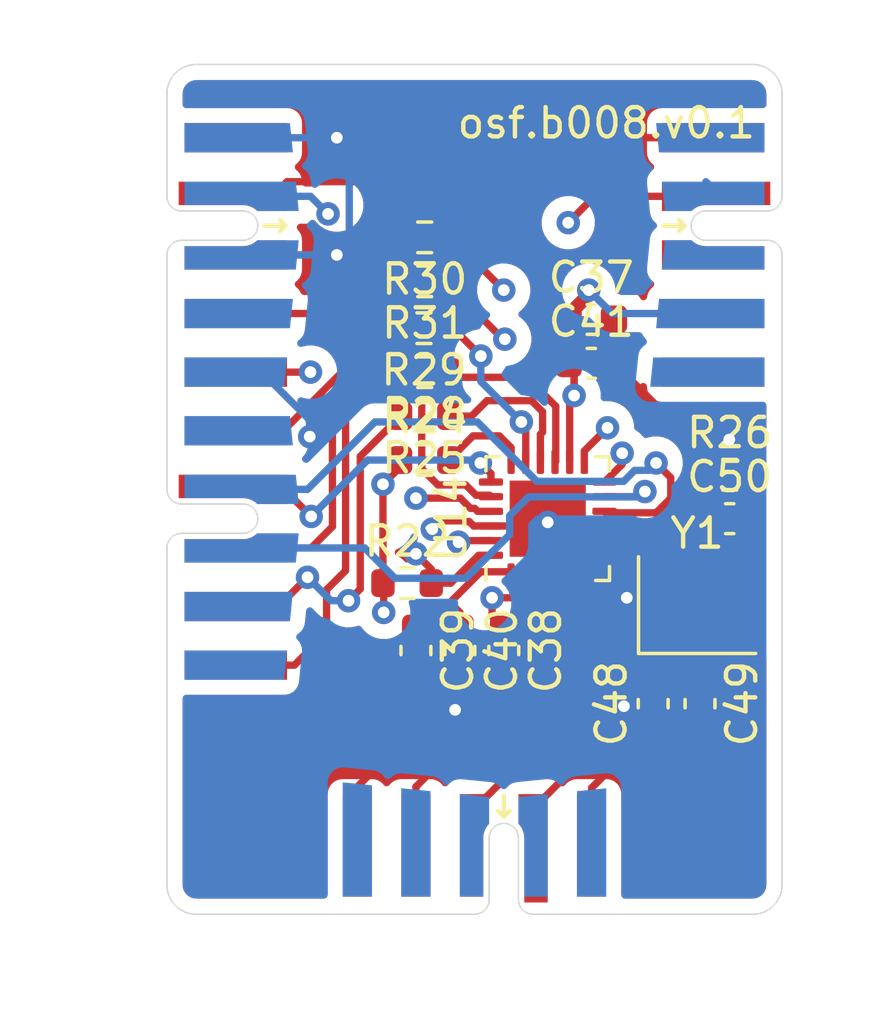
<source format=kicad_pcb>
(kicad_pcb (version 20171130) (host pcbnew "(5.1.9)-1")

  (general
    (thickness 1.6)
    (drawings 12)
    (tracks 287)
    (zones 0)
    (modules 21)
    (nets 29)
  )

  (page A4)
  (layers
    (0 F.Cu signal)
    (1 In1.Cu signal)
    (2 In2.Cu signal)
    (31 B.Cu signal)
    (32 B.Adhes user)
    (33 F.Adhes user)
    (34 B.Paste user)
    (35 F.Paste user)
    (36 B.SilkS user)
    (37 F.SilkS user)
    (38 B.Mask user)
    (39 F.Mask user)
    (40 Dwgs.User user)
    (41 Cmts.User user)
    (42 Eco1.User user)
    (43 Eco2.User user)
    (44 Edge.Cuts user)
    (45 Margin user)
    (46 B.CrtYd user)
    (47 F.CrtYd user)
    (48 B.Fab user)
    (49 F.Fab user)
  )

  (setup
    (last_trace_width 0.25)
    (trace_clearance 0.2)
    (zone_clearance 0.508)
    (zone_45_only no)
    (trace_min 0.2)
    (via_size 0.8)
    (via_drill 0.4)
    (via_min_size 0.4)
    (via_min_drill 0.3)
    (uvia_size 0.3)
    (uvia_drill 0.1)
    (uvias_allowed no)
    (uvia_min_size 0.2)
    (uvia_min_drill 0.1)
    (edge_width 0.05)
    (segment_width 0.2)
    (pcb_text_width 0.3)
    (pcb_text_size 1.5 1.5)
    (mod_edge_width 0.12)
    (mod_text_size 1 1)
    (mod_text_width 0.15)
    (pad_size 1.524 1.524)
    (pad_drill 0.762)
    (pad_to_mask_clearance 0.051)
    (solder_mask_min_width 0.25)
    (aux_axis_origin 0 0)
    (visible_elements 7FFFFFFF)
    (pcbplotparams
      (layerselection 0x010fc_ffffffff)
      (usegerberextensions false)
      (usegerberattributes false)
      (usegerberadvancedattributes false)
      (creategerberjobfile false)
      (excludeedgelayer true)
      (linewidth 0.100000)
      (plotframeref false)
      (viasonmask false)
      (mode 1)
      (useauxorigin false)
      (hpglpennumber 1)
      (hpglpenspeed 20)
      (hpglpendiameter 15.000000)
      (psnegative false)
      (psa4output false)
      (plotreference true)
      (plotvalue true)
      (plotinvisibletext false)
      (padsonsilk false)
      (subtractmaskfromsilk false)
      (outputformat 1)
      (mirror false)
      (drillshape 1)
      (scaleselection 1)
      (outputdirectory ""))
  )

  (net 0 "")
  (net 1 GND)
  (net 2 /VDD)
  (net 3 "Net-(C39-Pad1)")
  (net 4 "Net-(C48-Pad2)")
  (net 5 "Net-(C49-Pad1)")
  (net 6 "Net-(J1-Pad18)")
  (net 7 "Net-(J1-Pad17)")
  (net 8 "Net-(J1-Pad15)")
  (net 9 "Net-(J1-Pad5)")
  (net 10 "Net-(J1-Pad7)")
  (net 11 "Net-(J1-Pad9)")
  (net 12 "Net-(J1-Pad8)")
  (net 13 "Net-(J1-Pad6)")
  (net 14 "Net-(J1-Pad10)")
  (net 15 "Net-(J1-Pad4)")
  (net 16 "Net-(J1-Pad2)")
  (net 17 "Net-(J3-Pad2)")
  (net 18 "Net-(J3-Pad5)")
  (net 19 "Net-(R24-Pad2)")
  (net 20 "Net-(R29-Pad1)")
  (net 21 "Net-(R25-Pad1)")
  (net 22 "Net-(R28-Pad1)")
  (net 23 "Net-(R30-Pad1)")
  (net 24 "Net-(R31-Pad1)")
  (net 25 "Net-(C50-Pad1)")
  (net 26 "Net-(J3-Pad4)")
  (net 27 "Net-(J3-Pad3)")
  (net 28 "Net-(J2-Pad2)")

  (net_class Default "This is the default net class."
    (clearance 0.2)
    (trace_width 0.25)
    (via_dia 0.8)
    (via_drill 0.4)
    (uvia_dia 0.3)
    (uvia_drill 0.1)
    (add_net /VDD)
    (add_net GND)
    (add_net "Net-(C39-Pad1)")
    (add_net "Net-(C48-Pad2)")
    (add_net "Net-(C49-Pad1)")
    (add_net "Net-(C50-Pad1)")
    (add_net "Net-(J1-Pad10)")
    (add_net "Net-(J1-Pad15)")
    (add_net "Net-(J1-Pad17)")
    (add_net "Net-(J1-Pad18)")
    (add_net "Net-(J1-Pad2)")
    (add_net "Net-(J1-Pad4)")
    (add_net "Net-(J1-Pad5)")
    (add_net "Net-(J1-Pad6)")
    (add_net "Net-(J1-Pad7)")
    (add_net "Net-(J1-Pad8)")
    (add_net "Net-(J1-Pad9)")
    (add_net "Net-(J2-Pad10)")
    (add_net "Net-(J2-Pad2)")
    (add_net "Net-(J2-Pad4)")
    (add_net "Net-(J2-Pad5)")
    (add_net "Net-(J2-Pad6)")
    (add_net "Net-(J2-Pad7)")
    (add_net "Net-(J2-Pad8)")
    (add_net "Net-(J3-Pad2)")
    (add_net "Net-(J3-Pad3)")
    (add_net "Net-(J3-Pad4)")
    (add_net "Net-(J3-Pad5)")
    (add_net "Net-(J3-Pad7)")
    (add_net "Net-(J3-Pad8)")
    (add_net "Net-(R24-Pad2)")
    (add_net "Net-(R25-Pad1)")
    (add_net "Net-(R28-Pad1)")
    (add_net "Net-(R29-Pad1)")
    (add_net "Net-(R30-Pad1)")
    (add_net "Net-(R31-Pad1)")
  )

  (module on_edge:on_edge_2x05_host (layer F.Cu) (tedit 607DF692) (tstamp 60308B58)
    (at 131 86.5 270)
    (path /6036615C)
    (attr virtual)
    (fp_text reference J2 (at 0.05 -3.2 180 unlocked) (layer F.Fab)
      (effects (font (size 0.5 0.5) (thickness 0.125)))
    )
    (fp_text value 011_GPIO_2x2 (at -1.2 -2 90) (layer F.Fab)
      (effects (font (size 1 1) (thickness 0.15)))
    )
    (fp_arc (start 0 0.5) (end 0 0) (angle -90) (layer Edge.Cuts) (width 0.05))
    (fp_arc (start -2 0.5) (end -1.5 0.5) (angle -90) (layer Edge.Cuts) (width 0.05))
    (fp_arc (start -1 2.6) (end -1.5 2.6) (angle -180) (layer Edge.Cuts) (width 0.05))
    (fp_line (start 5 -0.5) (end 5 5) (layer B.CrtYd) (width 0.05))
    (fp_line (start -5 -0.5) (end 5 -0.5) (layer B.CrtYd) (width 0.05))
    (fp_line (start -5 5) (end -5 -0.5) (layer B.CrtYd) (width 0.05))
    (fp_line (start 5 5) (end -5 5) (layer B.CrtYd) (width 0.05))
    (fp_line (start -5 -0.5) (end -5 5) (layer F.CrtYd) (width 0.05))
    (fp_line (start 5 -0.5) (end -5 -0.5) (layer F.CrtYd) (width 0.05))
    (fp_line (start 5 5) (end 5 -0.5) (layer F.CrtYd) (width 0.05))
    (fp_line (start -5 5) (end 5 5) (layer F.CrtYd) (width 0.05))
    (fp_line (start 0 0) (end 4 0) (layer Edge.Cuts) (width 0.05))
    (fp_line (start -4 0) (end -2 0) (layer Edge.Cuts) (width 0.05))
    (fp_line (start -0.5 2.6) (end -0.5 0.5) (layer Edge.Cuts) (width 0.05))
    (fp_line (start -1.5 0.5) (end -1.5 2.6) (layer Edge.Cuts) (width 0.05))
    (fp_line (start -1 3.323) (end -1.2 3.523) (layer F.SilkS) (width 0.153))
    (fp_line (start -0.8 3.523) (end -1 3.323) (layer F.SilkS) (width 0.153))
    (fp_line (start -1 4.05) (end -1 3.323) (layer F.SilkS) (width 0.153))
    (pad 2 smd custom (at -2 3.6 270) (size 1 1) (layers F.Cu F.Mask)
      (net 28 "Net-(J2-Pad2)") (zone_connect 0)
      (options (clearance outline) (anchor rect))
      (primitives
        (gr_poly (pts
           (xy 0.3 -0.99) (xy 0.31 -0.88) (xy 0.33 -0.8) (xy 0.35 -0.74) (xy 0.37 -0.69)
           (xy 0.4 -0.64) (xy 0.44 -0.58) (xy 0.48 -0.53) (xy 0.5 -0.51) (xy 0.5 0.5)
           (xy -0.5 0.5) (xy -0.5 -3.2) (xy 0.3 -3.2)) (width 0))
      ))
    (pad 3 smd custom (at 0 3.6 270) (size 1 1) (layers F.Cu F.Mask)
      (zone_connect 0)
      (options (clearance outline) (anchor rect))
      (primitives
        (gr_poly (pts
           (xy -0.3 -0.99) (xy -0.31 -0.88) (xy -0.33 -0.8) (xy -0.35 -0.74) (xy -0.37 -0.69)
           (xy -0.4 -0.64) (xy -0.44 -0.58) (xy -0.48 -0.53) (xy -0.5 -0.51) (xy -0.5 0.5)
           (xy 0.5 0.5) (xy 0.5 -3) (xy -0.3 -3)) (width 0))
      ))
    (pad 8 smd custom (at 0 2.1 90) (size 0.4 0.4) (layers B.Cu B.Mask)
      (zone_connect 0)
      (options (clearance outline) (anchor rect))
      (primitives
        (gr_poly (pts
           (xy 0.3 -0.51) (xy 0.31 -0.62) (xy 0.33 -0.7) (xy 0.35 -0.76) (xy 0.37 -0.81)
           (xy 0.4 -0.86) (xy 0.44 -0.92) (xy 0.48 -0.97) (xy 0.5 -0.99) (xy 0.5 -1.9)
           (xy -0.5 -2) (xy -0.5 1.5) (xy 0.3 1.5)) (width 0))
      ))
    (pad 7 smd custom (at -2 2.1 90) (size 0.4 0.4) (layers B.Cu B.Mask)
      (zone_connect 0)
      (options (clearance outline) (anchor rect))
      (primitives
        (gr_poly (pts
           (xy -0.3 -0.51) (xy -0.31 -0.62) (xy -0.33 -0.7) (xy -0.35 -0.76) (xy -0.37 -0.81)
           (xy -0.4 -0.86) (xy -0.44 -0.92) (xy -0.48 -0.97) (xy -0.5 -0.99) (xy -0.5 -1.9)
           (xy 0.5 -2) (xy 0.5 1.5) (xy -0.3 1.5)) (width 0))
      ))
    (pad 4 smd rect (at 2 2.35 270) (size 1 3.5) (layers F.Cu F.Mask)
      (zone_connect 0))
    (pad 10 smd custom (at 4 2.5 90) (size 1 3.8) (layers B.Cu B.Mask)
      (zone_connect 0)
      (options (clearance outline) (anchor rect))
      (primitives
        (gr_poly (pts
           (xy 0.5 -1.9) (xy -0.5 -2) (xy -0.5 -1.9)) (width 0))
      ))
    (pad 9 smd custom (at 2 2.4 90) (size 1 3.6) (layers B.Cu B.Mask)
      (net 2 /VDD) (zone_connect 0)
      (options (clearance outline) (anchor rect))
      (primitives
        (gr_poly (pts
           (xy 0.5 -1.8) (xy -0.5 -1.9) (xy -0.5 -1.8)) (width 0))
      ))
    (pad 6 smd custom (at -4 2.4 90) (size 1 3.6) (layers B.Cu B.Mask)
      (zone_connect 0)
      (options (clearance outline) (anchor rect))
      (primitives
        (gr_poly (pts
           (xy 0.5 -1.8) (xy 0.5 -1.9) (xy -0.5 -1.8)) (width 0))
      ))
    (pad 5 smd rect (at 4 2.35 270) (size 1 3.5) (layers F.Cu F.Mask)
      (zone_connect 0))
    (pad 1 smd rect (at -4 2.35 270) (size 1 3.5) (layers F.Cu F.Mask)
      (net 1 GND) (zone_connect 0))
  )

  (module Crystal:Crystal_SMD_Abracon_ABM8G-4Pin_3.2x2.5mm (layer F.Cu) (tedit 5A0FD1B2) (tstamp 6030B9DD)
    (at 128.1 98.45)
    (descr "Abracon Miniature Ceramic Smd Crystal ABM8G http://www.abracon.com/Resonators/ABM8G.pdf, 3.2x2.5mm^2 package")
    (tags "SMD SMT crystal")
    (path /603302E1)
    (attr smd)
    (fp_text reference Y1 (at 0 -2.45) (layer F.SilkS)
      (effects (font (size 1 1) (thickness 0.15)))
    )
    (fp_text value 25MhZ (at 0 2.45) (layer F.Fab)
      (effects (font (size 1 1) (thickness 0.15)))
    )
    (fp_text user %R (at 0 0) (layer F.Fab)
      (effects (font (size 0.7 0.7) (thickness 0.105)))
    )
    (fp_line (start -1.4 -1.25) (end 1.4 -1.25) (layer F.Fab) (width 0.1))
    (fp_line (start 1.4 -1.25) (end 1.6 -1.05) (layer F.Fab) (width 0.1))
    (fp_line (start 1.6 -1.05) (end 1.6 1.05) (layer F.Fab) (width 0.1))
    (fp_line (start 1.6 1.05) (end 1.4 1.25) (layer F.Fab) (width 0.1))
    (fp_line (start 1.4 1.25) (end -1.4 1.25) (layer F.Fab) (width 0.1))
    (fp_line (start -1.4 1.25) (end -1.6 1.05) (layer F.Fab) (width 0.1))
    (fp_line (start -1.6 1.05) (end -1.6 -1.05) (layer F.Fab) (width 0.1))
    (fp_line (start -1.6 -1.05) (end -1.4 -1.25) (layer F.Fab) (width 0.1))
    (fp_line (start -1.6 0.25) (end -0.6 1.25) (layer F.Fab) (width 0.1))
    (fp_line (start -2 -1.65) (end -2 1.65) (layer F.SilkS) (width 0.12))
    (fp_line (start -2 1.65) (end 2 1.65) (layer F.SilkS) (width 0.12))
    (fp_line (start -2.1 -1.7) (end -2.1 1.7) (layer F.CrtYd) (width 0.05))
    (fp_line (start -2.1 1.7) (end 2.1 1.7) (layer F.CrtYd) (width 0.05))
    (fp_line (start 2.1 1.7) (end 2.1 -1.7) (layer F.CrtYd) (width 0.05))
    (fp_line (start 2.1 -1.7) (end -2.1 -1.7) (layer F.CrtYd) (width 0.05))
    (pad 4 smd rect (at -1.1 -0.85) (size 1.4 1.2) (layers F.Cu F.Paste F.Mask)
      (net 1 GND))
    (pad 3 smd rect (at 1.1 -0.85) (size 1.4 1.2) (layers F.Cu F.Paste F.Mask)
      (net 5 "Net-(C49-Pad1)"))
    (pad 2 smd rect (at 1.1 0.85) (size 1.4 1.2) (layers F.Cu F.Paste F.Mask)
      (net 1 GND))
    (pad 1 smd rect (at -1.1 0.85) (size 1.4 1.2) (layers F.Cu F.Paste F.Mask)
      (net 4 "Net-(C48-Pad2)"))
    (model ${KISYS3DMOD}/Crystal.3dshapes/Crystal_SMD_Abracon_ABM8G-4Pin_3.2x2.5mm.wrl
      (at (xyz 0 0 0))
      (scale (xyz 1 1 1))
      (rotate (xyz 0 0 0))
    )
  )

  (module Resistor_SMD:R_0603_1608Metric (layer F.Cu) (tedit 5F68FEEE) (tstamp 60309407)
    (at 118.8 87.4 180)
    (descr "Resistor SMD 0603 (1608 Metric), square (rectangular) end terminal, IPC_7351 nominal, (Body size source: IPC-SM-782 page 72, https://www.pcb-3d.com/wordpress/wp-content/uploads/ipc-sm-782a_amendment_1_and_2.pdf), generated with kicad-footprint-generator")
    (tags resistor)
    (path /60343B8F)
    (attr smd)
    (fp_text reference R31 (at 0 -1.43) (layer F.SilkS)
      (effects (font (size 1 1) (thickness 0.15)))
    )
    (fp_text value 33R (at 0 1.43) (layer F.Fab)
      (effects (font (size 1 1) (thickness 0.15)))
    )
    (fp_text user %R (at 0 0) (layer F.Fab)
      (effects (font (size 0.4 0.4) (thickness 0.06)))
    )
    (fp_line (start -0.8 0.4125) (end -0.8 -0.4125) (layer F.Fab) (width 0.1))
    (fp_line (start -0.8 -0.4125) (end 0.8 -0.4125) (layer F.Fab) (width 0.1))
    (fp_line (start 0.8 -0.4125) (end 0.8 0.4125) (layer F.Fab) (width 0.1))
    (fp_line (start 0.8 0.4125) (end -0.8 0.4125) (layer F.Fab) (width 0.1))
    (fp_line (start -0.237258 -0.5225) (end 0.237258 -0.5225) (layer F.SilkS) (width 0.12))
    (fp_line (start -0.237258 0.5225) (end 0.237258 0.5225) (layer F.SilkS) (width 0.12))
    (fp_line (start -1.48 0.73) (end -1.48 -0.73) (layer F.CrtYd) (width 0.05))
    (fp_line (start -1.48 -0.73) (end 1.48 -0.73) (layer F.CrtYd) (width 0.05))
    (fp_line (start 1.48 -0.73) (end 1.48 0.73) (layer F.CrtYd) (width 0.05))
    (fp_line (start 1.48 0.73) (end -1.48 0.73) (layer F.CrtYd) (width 0.05))
    (pad 2 smd roundrect (at 0.825 0 180) (size 0.8 0.95) (layers F.Cu F.Paste F.Mask) (roundrect_rratio 0.25)
      (net 13 "Net-(J1-Pad6)"))
    (pad 1 smd roundrect (at -0.825 0 180) (size 0.8 0.95) (layers F.Cu F.Paste F.Mask) (roundrect_rratio 0.25)
      (net 24 "Net-(R31-Pad1)"))
    (model ${KISYS3DMOD}/Resistor_SMD.3dshapes/R_0603_1608Metric.wrl
      (at (xyz 0 0 0))
      (scale (xyz 1 1 1))
      (rotate (xyz 0 0 0))
    )
  )

  (module Resistor_SMD:R_0603_1608Metric (layer F.Cu) (tedit 5F68FEEE) (tstamp 603093F6)
    (at 118.8 85.9 180)
    (descr "Resistor SMD 0603 (1608 Metric), square (rectangular) end terminal, IPC_7351 nominal, (Body size source: IPC-SM-782 page 72, https://www.pcb-3d.com/wordpress/wp-content/uploads/ipc-sm-782a_amendment_1_and_2.pdf), generated with kicad-footprint-generator")
    (tags resistor)
    (path /60343FC2)
    (attr smd)
    (fp_text reference R30 (at 0 -1.43) (layer F.SilkS)
      (effects (font (size 1 1) (thickness 0.15)))
    )
    (fp_text value 33R (at 0 1.43) (layer F.Fab)
      (effects (font (size 1 1) (thickness 0.15)))
    )
    (fp_text user %R (at 0 0) (layer F.Fab)
      (effects (font (size 0.4 0.4) (thickness 0.06)))
    )
    (fp_line (start -0.8 0.4125) (end -0.8 -0.4125) (layer F.Fab) (width 0.1))
    (fp_line (start -0.8 -0.4125) (end 0.8 -0.4125) (layer F.Fab) (width 0.1))
    (fp_line (start 0.8 -0.4125) (end 0.8 0.4125) (layer F.Fab) (width 0.1))
    (fp_line (start 0.8 0.4125) (end -0.8 0.4125) (layer F.Fab) (width 0.1))
    (fp_line (start -0.237258 -0.5225) (end 0.237258 -0.5225) (layer F.SilkS) (width 0.12))
    (fp_line (start -0.237258 0.5225) (end 0.237258 0.5225) (layer F.SilkS) (width 0.12))
    (fp_line (start -1.48 0.73) (end -1.48 -0.73) (layer F.CrtYd) (width 0.05))
    (fp_line (start -1.48 -0.73) (end 1.48 -0.73) (layer F.CrtYd) (width 0.05))
    (fp_line (start 1.48 -0.73) (end 1.48 0.73) (layer F.CrtYd) (width 0.05))
    (fp_line (start 1.48 0.73) (end -1.48 0.73) (layer F.CrtYd) (width 0.05))
    (pad 2 smd roundrect (at 0.825 0 180) (size 0.8 0.95) (layers F.Cu F.Paste F.Mask) (roundrect_rratio 0.25)
      (net 15 "Net-(J1-Pad4)"))
    (pad 1 smd roundrect (at -0.825 0 180) (size 0.8 0.95) (layers F.Cu F.Paste F.Mask) (roundrect_rratio 0.25)
      (net 23 "Net-(R30-Pad1)"))
    (model ${KISYS3DMOD}/Resistor_SMD.3dshapes/R_0603_1608Metric.wrl
      (at (xyz 0 0 0))
      (scale (xyz 1 1 1))
      (rotate (xyz 0 0 0))
    )
  )

  (module Resistor_SMD:R_0603_1608Metric (layer F.Cu) (tedit 5F68FEEE) (tstamp 603093E5)
    (at 118.775 89 180)
    (descr "Resistor SMD 0603 (1608 Metric), square (rectangular) end terminal, IPC_7351 nominal, (Body size source: IPC-SM-782 page 72, https://www.pcb-3d.com/wordpress/wp-content/uploads/ipc-sm-782a_amendment_1_and_2.pdf), generated with kicad-footprint-generator")
    (tags resistor)
    (path /60341E3E)
    (attr smd)
    (fp_text reference R29 (at 0 -1.43) (layer F.SilkS)
      (effects (font (size 1 1) (thickness 0.15)))
    )
    (fp_text value 33R (at 0 1.43) (layer F.Fab)
      (effects (font (size 1 1) (thickness 0.15)))
    )
    (fp_text user %R (at 0 0) (layer F.Fab)
      (effects (font (size 0.4 0.4) (thickness 0.06)))
    )
    (fp_line (start -0.8 0.4125) (end -0.8 -0.4125) (layer F.Fab) (width 0.1))
    (fp_line (start -0.8 -0.4125) (end 0.8 -0.4125) (layer F.Fab) (width 0.1))
    (fp_line (start 0.8 -0.4125) (end 0.8 0.4125) (layer F.Fab) (width 0.1))
    (fp_line (start 0.8 0.4125) (end -0.8 0.4125) (layer F.Fab) (width 0.1))
    (fp_line (start -0.237258 -0.5225) (end 0.237258 -0.5225) (layer F.SilkS) (width 0.12))
    (fp_line (start -0.237258 0.5225) (end 0.237258 0.5225) (layer F.SilkS) (width 0.12))
    (fp_line (start -1.48 0.73) (end -1.48 -0.73) (layer F.CrtYd) (width 0.05))
    (fp_line (start -1.48 -0.73) (end 1.48 -0.73) (layer F.CrtYd) (width 0.05))
    (fp_line (start 1.48 -0.73) (end 1.48 0.73) (layer F.CrtYd) (width 0.05))
    (fp_line (start 1.48 0.73) (end -1.48 0.73) (layer F.CrtYd) (width 0.05))
    (pad 2 smd roundrect (at 0.825 0 180) (size 0.8 0.95) (layers F.Cu F.Paste F.Mask) (roundrect_rratio 0.25)
      (net 12 "Net-(J1-Pad8)"))
    (pad 1 smd roundrect (at -0.825 0 180) (size 0.8 0.95) (layers F.Cu F.Paste F.Mask) (roundrect_rratio 0.25)
      (net 20 "Net-(R29-Pad1)"))
    (model ${KISYS3DMOD}/Resistor_SMD.3dshapes/R_0603_1608Metric.wrl
      (at (xyz 0 0 0))
      (scale (xyz 1 1 1))
      (rotate (xyz 0 0 0))
    )
  )

  (module Resistor_SMD:R_0603_1608Metric (layer F.Cu) (tedit 5F68FEEE) (tstamp 603093D4)
    (at 118.8 90.5 180)
    (descr "Resistor SMD 0603 (1608 Metric), square (rectangular) end terminal, IPC_7351 nominal, (Body size source: IPC-SM-782 page 72, https://www.pcb-3d.com/wordpress/wp-content/uploads/ipc-sm-782a_amendment_1_and_2.pdf), generated with kicad-footprint-generator")
    (tags resistor)
    (path /60343103)
    (attr smd)
    (fp_text reference R28 (at 0 -1.43) (layer F.SilkS)
      (effects (font (size 1 1) (thickness 0.15)))
    )
    (fp_text value 33R (at 0 1.43) (layer F.Fab)
      (effects (font (size 1 1) (thickness 0.15)))
    )
    (fp_text user %R (at 0 0) (layer F.Fab)
      (effects (font (size 0.4 0.4) (thickness 0.06)))
    )
    (fp_line (start -0.8 0.4125) (end -0.8 -0.4125) (layer F.Fab) (width 0.1))
    (fp_line (start -0.8 -0.4125) (end 0.8 -0.4125) (layer F.Fab) (width 0.1))
    (fp_line (start 0.8 -0.4125) (end 0.8 0.4125) (layer F.Fab) (width 0.1))
    (fp_line (start 0.8 0.4125) (end -0.8 0.4125) (layer F.Fab) (width 0.1))
    (fp_line (start -0.237258 -0.5225) (end 0.237258 -0.5225) (layer F.SilkS) (width 0.12))
    (fp_line (start -0.237258 0.5225) (end 0.237258 0.5225) (layer F.SilkS) (width 0.12))
    (fp_line (start -1.48 0.73) (end -1.48 -0.73) (layer F.CrtYd) (width 0.05))
    (fp_line (start -1.48 -0.73) (end 1.48 -0.73) (layer F.CrtYd) (width 0.05))
    (fp_line (start 1.48 -0.73) (end 1.48 0.73) (layer F.CrtYd) (width 0.05))
    (fp_line (start 1.48 0.73) (end -1.48 0.73) (layer F.CrtYd) (width 0.05))
    (pad 2 smd roundrect (at 0.825 0 180) (size 0.8 0.95) (layers F.Cu F.Paste F.Mask) (roundrect_rratio 0.25)
      (net 14 "Net-(J1-Pad10)"))
    (pad 1 smd roundrect (at -0.825 0 180) (size 0.8 0.95) (layers F.Cu F.Paste F.Mask) (roundrect_rratio 0.25)
      (net 22 "Net-(R28-Pad1)"))
    (model ${KISYS3DMOD}/Resistor_SMD.3dshapes/R_0603_1608Metric.wrl
      (at (xyz 0 0 0))
      (scale (xyz 1 1 1))
      (rotate (xyz 0 0 0))
    )
  )

  (module Resistor_SMD:R_0603_1608Metric (layer F.Cu) (tedit 5F68FEEE) (tstamp 603093C3)
    (at 129.2125 94)
    (descr "Resistor SMD 0603 (1608 Metric), square (rectangular) end terminal, IPC_7351 nominal, (Body size source: IPC-SM-782 page 72, https://www.pcb-3d.com/wordpress/wp-content/uploads/ipc-sm-782a_amendment_1_and_2.pdf), generated with kicad-footprint-generator")
    (tags resistor)
    (path /60333C7C)
    (attr smd)
    (fp_text reference R26 (at 0 -1.43) (layer F.SilkS)
      (effects (font (size 1 1) (thickness 0.15)))
    )
    (fp_text value 6.49k (at 0 1.43) (layer F.Fab)
      (effects (font (size 1 1) (thickness 0.15)))
    )
    (fp_text user %R (at 0 0) (layer F.Fab)
      (effects (font (size 0.4 0.4) (thickness 0.06)))
    )
    (fp_line (start -0.8 0.4125) (end -0.8 -0.4125) (layer F.Fab) (width 0.1))
    (fp_line (start -0.8 -0.4125) (end 0.8 -0.4125) (layer F.Fab) (width 0.1))
    (fp_line (start 0.8 -0.4125) (end 0.8 0.4125) (layer F.Fab) (width 0.1))
    (fp_line (start 0.8 0.4125) (end -0.8 0.4125) (layer F.Fab) (width 0.1))
    (fp_line (start -0.237258 -0.5225) (end 0.237258 -0.5225) (layer F.SilkS) (width 0.12))
    (fp_line (start -0.237258 0.5225) (end 0.237258 0.5225) (layer F.SilkS) (width 0.12))
    (fp_line (start -1.48 0.73) (end -1.48 -0.73) (layer F.CrtYd) (width 0.05))
    (fp_line (start -1.48 -0.73) (end 1.48 -0.73) (layer F.CrtYd) (width 0.05))
    (fp_line (start 1.48 -0.73) (end 1.48 0.73) (layer F.CrtYd) (width 0.05))
    (fp_line (start 1.48 0.73) (end -1.48 0.73) (layer F.CrtYd) (width 0.05))
    (pad 2 smd roundrect (at 0.825 0) (size 0.8 0.95) (layers F.Cu F.Paste F.Mask) (roundrect_rratio 0.25)
      (net 1 GND))
    (pad 1 smd roundrect (at -0.825 0) (size 0.8 0.95) (layers F.Cu F.Paste F.Mask) (roundrect_rratio 0.25)
      (net 25 "Net-(C50-Pad1)"))
    (model ${KISYS3DMOD}/Resistor_SMD.3dshapes/R_0603_1608Metric.wrl
      (at (xyz 0 0 0))
      (scale (xyz 1 1 1))
      (rotate (xyz 0 0 0))
    )
  )

  (module Resistor_SMD:R_0603_1608Metric (layer F.Cu) (tedit 5F68FEEE) (tstamp 603093B2)
    (at 118.8 92 180)
    (descr "Resistor SMD 0603 (1608 Metric), square (rectangular) end terminal, IPC_7351 nominal, (Body size source: IPC-SM-782 page 72, https://www.pcb-3d.com/wordpress/wp-content/uploads/ipc-sm-782a_amendment_1_and_2.pdf), generated with kicad-footprint-generator")
    (tags resistor)
    (path /60342942)
    (attr smd)
    (fp_text reference R25 (at 0 -1.43) (layer F.SilkS)
      (effects (font (size 1 1) (thickness 0.15)))
    )
    (fp_text value 33R (at 0 1.43) (layer F.Fab)
      (effects (font (size 1 1) (thickness 0.15)))
    )
    (fp_text user %R (at 0 0) (layer F.Fab)
      (effects (font (size 0.4 0.4) (thickness 0.06)))
    )
    (fp_line (start -0.8 0.4125) (end -0.8 -0.4125) (layer F.Fab) (width 0.1))
    (fp_line (start -0.8 -0.4125) (end 0.8 -0.4125) (layer F.Fab) (width 0.1))
    (fp_line (start 0.8 -0.4125) (end 0.8 0.4125) (layer F.Fab) (width 0.1))
    (fp_line (start 0.8 0.4125) (end -0.8 0.4125) (layer F.Fab) (width 0.1))
    (fp_line (start -0.237258 -0.5225) (end 0.237258 -0.5225) (layer F.SilkS) (width 0.12))
    (fp_line (start -0.237258 0.5225) (end 0.237258 0.5225) (layer F.SilkS) (width 0.12))
    (fp_line (start -1.48 0.73) (end -1.48 -0.73) (layer F.CrtYd) (width 0.05))
    (fp_line (start -1.48 -0.73) (end 1.48 -0.73) (layer F.CrtYd) (width 0.05))
    (fp_line (start 1.48 -0.73) (end 1.48 0.73) (layer F.CrtYd) (width 0.05))
    (fp_line (start 1.48 0.73) (end -1.48 0.73) (layer F.CrtYd) (width 0.05))
    (pad 2 smd roundrect (at 0.825 0 180) (size 0.8 0.95) (layers F.Cu F.Paste F.Mask) (roundrect_rratio 0.25)
      (net 11 "Net-(J1-Pad9)"))
    (pad 1 smd roundrect (at -0.825 0 180) (size 0.8 0.95) (layers F.Cu F.Paste F.Mask) (roundrect_rratio 0.25)
      (net 21 "Net-(R25-Pad1)"))
    (model ${KISYS3DMOD}/Resistor_SMD.3dshapes/R_0603_1608Metric.wrl
      (at (xyz 0 0 0))
      (scale (xyz 1 1 1))
      (rotate (xyz 0 0 0))
    )
  )

  (module Resistor_SMD:R_0603_1608Metric (layer F.Cu) (tedit 5F68FEEE) (tstamp 60308BC6)
    (at 118.8 93.5)
    (descr "Resistor SMD 0603 (1608 Metric), square (rectangular) end terminal, IPC_7351 nominal, (Body size source: IPC-SM-782 page 72, https://www.pcb-3d.com/wordpress/wp-content/uploads/ipc-sm-782a_amendment_1_and_2.pdf), generated with kicad-footprint-generator")
    (tags resistor)
    (path /6033EA00)
    (attr smd)
    (fp_text reference R24 (at 0 -1.43) (layer F.SilkS)
      (effects (font (size 1 1) (thickness 0.15)))
    )
    (fp_text value 10k (at 0 1.43) (layer F.Fab)
      (effects (font (size 1 1) (thickness 0.15)))
    )
    (fp_text user %R (at 0 0) (layer F.Fab)
      (effects (font (size 0.4 0.4) (thickness 0.06)))
    )
    (fp_line (start -0.8 0.4125) (end -0.8 -0.4125) (layer F.Fab) (width 0.1))
    (fp_line (start -0.8 -0.4125) (end 0.8 -0.4125) (layer F.Fab) (width 0.1))
    (fp_line (start 0.8 -0.4125) (end 0.8 0.4125) (layer F.Fab) (width 0.1))
    (fp_line (start 0.8 0.4125) (end -0.8 0.4125) (layer F.Fab) (width 0.1))
    (fp_line (start -0.237258 -0.5225) (end 0.237258 -0.5225) (layer F.SilkS) (width 0.12))
    (fp_line (start -0.237258 0.5225) (end 0.237258 0.5225) (layer F.SilkS) (width 0.12))
    (fp_line (start -1.48 0.73) (end -1.48 -0.73) (layer F.CrtYd) (width 0.05))
    (fp_line (start -1.48 -0.73) (end 1.48 -0.73) (layer F.CrtYd) (width 0.05))
    (fp_line (start 1.48 -0.73) (end 1.48 0.73) (layer F.CrtYd) (width 0.05))
    (fp_line (start 1.48 0.73) (end -1.48 0.73) (layer F.CrtYd) (width 0.05))
    (pad 2 smd roundrect (at 0.825 0) (size 0.8 0.95) (layers F.Cu F.Paste F.Mask) (roundrect_rratio 0.25)
      (net 19 "Net-(R24-Pad2)"))
    (pad 1 smd roundrect (at -0.825 0) (size 0.8 0.95) (layers F.Cu F.Paste F.Mask) (roundrect_rratio 0.25)
      (net 2 /VDD))
    (model ${KISYS3DMOD}/Resistor_SMD.3dshapes/R_0603_1608Metric.wrl
      (at (xyz 0 0 0))
      (scale (xyz 1 1 1))
      (rotate (xyz 0 0 0))
    )
  )

  (module Resistor_SMD:R_0603_1608Metric (layer F.Cu) (tedit 5F68FEEE) (tstamp 60308BB7)
    (at 118.2 97.7)
    (descr "Resistor SMD 0603 (1608 Metric), square (rectangular) end terminal, IPC_7351 nominal, (Body size source: IPC-SM-782 page 72, https://www.pcb-3d.com/wordpress/wp-content/uploads/ipc-sm-782a_amendment_1_and_2.pdf), generated with kicad-footprint-generator")
    (tags resistor)
    (path /6033D5BD)
    (attr smd)
    (fp_text reference R22 (at 0 -1.43) (layer F.SilkS)
      (effects (font (size 1 1) (thickness 0.15)))
    )
    (fp_text value 10k (at 0 1.43) (layer F.Fab)
      (effects (font (size 1 1) (thickness 0.15)))
    )
    (fp_text user %R (at 0 0) (layer F.Fab)
      (effects (font (size 0.4 0.4) (thickness 0.06)))
    )
    (fp_line (start -0.8 0.4125) (end -0.8 -0.4125) (layer F.Fab) (width 0.1))
    (fp_line (start -0.8 -0.4125) (end 0.8 -0.4125) (layer F.Fab) (width 0.1))
    (fp_line (start 0.8 -0.4125) (end 0.8 0.4125) (layer F.Fab) (width 0.1))
    (fp_line (start 0.8 0.4125) (end -0.8 0.4125) (layer F.Fab) (width 0.1))
    (fp_line (start -0.237258 -0.5225) (end 0.237258 -0.5225) (layer F.SilkS) (width 0.12))
    (fp_line (start -0.237258 0.5225) (end 0.237258 0.5225) (layer F.SilkS) (width 0.12))
    (fp_line (start -1.48 0.73) (end -1.48 -0.73) (layer F.CrtYd) (width 0.05))
    (fp_line (start -1.48 -0.73) (end 1.48 -0.73) (layer F.CrtYd) (width 0.05))
    (fp_line (start 1.48 -0.73) (end 1.48 0.73) (layer F.CrtYd) (width 0.05))
    (fp_line (start 1.48 0.73) (end -1.48 0.73) (layer F.CrtYd) (width 0.05))
    (pad 2 smd roundrect (at 0.825 0) (size 0.8 0.95) (layers F.Cu F.Paste F.Mask) (roundrect_rratio 0.25)
      (net 8 "Net-(J1-Pad15)"))
    (pad 1 smd roundrect (at -0.825 0) (size 0.8 0.95) (layers F.Cu F.Paste F.Mask) (roundrect_rratio 0.25)
      (net 2 /VDD))
    (model ${KISYS3DMOD}/Resistor_SMD.3dshapes/R_0603_1608Metric.wrl
      (at (xyz 0 0 0))
      (scale (xyz 1 1 1))
      (rotate (xyz 0 0 0))
    )
  )

  (module Capacitor_SMD:C_0603_1608Metric (layer F.Cu) (tedit 5F68FEEE) (tstamp 603091A3)
    (at 129.2125 95.5)
    (descr "Capacitor SMD 0603 (1608 Metric), square (rectangular) end terminal, IPC_7351 nominal, (Body size source: IPC-SM-782 page 76, https://www.pcb-3d.com/wordpress/wp-content/uploads/ipc-sm-782a_amendment_1_and_2.pdf), generated with kicad-footprint-generator")
    (tags capacitor)
    (path /6033379D)
    (attr smd)
    (fp_text reference C50 (at 0 -1.43) (layer F.SilkS)
      (effects (font (size 1 1) (thickness 0.15)))
    )
    (fp_text value 100pF (at 0 1.43) (layer F.Fab)
      (effects (font (size 1 1) (thickness 0.15)))
    )
    (fp_text user %R (at 0 0) (layer F.Fab)
      (effects (font (size 0.4 0.4) (thickness 0.06)))
    )
    (fp_line (start -0.8 0.4) (end -0.8 -0.4) (layer F.Fab) (width 0.1))
    (fp_line (start -0.8 -0.4) (end 0.8 -0.4) (layer F.Fab) (width 0.1))
    (fp_line (start 0.8 -0.4) (end 0.8 0.4) (layer F.Fab) (width 0.1))
    (fp_line (start 0.8 0.4) (end -0.8 0.4) (layer F.Fab) (width 0.1))
    (fp_line (start -0.14058 -0.51) (end 0.14058 -0.51) (layer F.SilkS) (width 0.12))
    (fp_line (start -0.14058 0.51) (end 0.14058 0.51) (layer F.SilkS) (width 0.12))
    (fp_line (start -1.48 0.73) (end -1.48 -0.73) (layer F.CrtYd) (width 0.05))
    (fp_line (start -1.48 -0.73) (end 1.48 -0.73) (layer F.CrtYd) (width 0.05))
    (fp_line (start 1.48 -0.73) (end 1.48 0.73) (layer F.CrtYd) (width 0.05))
    (fp_line (start 1.48 0.73) (end -1.48 0.73) (layer F.CrtYd) (width 0.05))
    (pad 2 smd roundrect (at 0.775 0) (size 0.9 0.95) (layers F.Cu F.Paste F.Mask) (roundrect_rratio 0.25)
      (net 1 GND))
    (pad 1 smd roundrect (at -0.775 0) (size 0.9 0.95) (layers F.Cu F.Paste F.Mask) (roundrect_rratio 0.25)
      (net 25 "Net-(C50-Pad1)"))
    (model ${KISYS3DMOD}/Capacitor_SMD.3dshapes/C_0603_1608Metric.wrl
      (at (xyz 0 0 0))
      (scale (xyz 1 1 1))
      (rotate (xyz 0 0 0))
    )
  )

  (module Capacitor_SMD:C_0603_1608Metric (layer F.Cu) (tedit 5F68FEEE) (tstamp 60308AB6)
    (at 128.2 101.8125 270)
    (descr "Capacitor SMD 0603 (1608 Metric), square (rectangular) end terminal, IPC_7351 nominal, (Body size source: IPC-SM-782 page 76, https://www.pcb-3d.com/wordpress/wp-content/uploads/ipc-sm-782a_amendment_1_and_2.pdf), generated with kicad-footprint-generator")
    (tags capacitor)
    (path /60331CC2)
    (attr smd)
    (fp_text reference C49 (at 0 -1.43 90) (layer F.SilkS)
      (effects (font (size 1 1) (thickness 0.15)))
    )
    (fp_text value 12pF (at 0 1.43 90) (layer F.Fab)
      (effects (font (size 1 1) (thickness 0.15)))
    )
    (fp_text user %R (at 0 0 90) (layer F.Fab)
      (effects (font (size 0.4 0.4) (thickness 0.06)))
    )
    (fp_line (start -0.8 0.4) (end -0.8 -0.4) (layer F.Fab) (width 0.1))
    (fp_line (start -0.8 -0.4) (end 0.8 -0.4) (layer F.Fab) (width 0.1))
    (fp_line (start 0.8 -0.4) (end 0.8 0.4) (layer F.Fab) (width 0.1))
    (fp_line (start 0.8 0.4) (end -0.8 0.4) (layer F.Fab) (width 0.1))
    (fp_line (start -0.14058 -0.51) (end 0.14058 -0.51) (layer F.SilkS) (width 0.12))
    (fp_line (start -0.14058 0.51) (end 0.14058 0.51) (layer F.SilkS) (width 0.12))
    (fp_line (start -1.48 0.73) (end -1.48 -0.73) (layer F.CrtYd) (width 0.05))
    (fp_line (start -1.48 -0.73) (end 1.48 -0.73) (layer F.CrtYd) (width 0.05))
    (fp_line (start 1.48 -0.73) (end 1.48 0.73) (layer F.CrtYd) (width 0.05))
    (fp_line (start 1.48 0.73) (end -1.48 0.73) (layer F.CrtYd) (width 0.05))
    (pad 2 smd roundrect (at 0.775 0 270) (size 0.9 0.95) (layers F.Cu F.Paste F.Mask) (roundrect_rratio 0.25)
      (net 1 GND))
    (pad 1 smd roundrect (at -0.775 0 270) (size 0.9 0.95) (layers F.Cu F.Paste F.Mask) (roundrect_rratio 0.25)
      (net 5 "Net-(C49-Pad1)"))
    (model ${KISYS3DMOD}/Capacitor_SMD.3dshapes/C_0603_1608Metric.wrl
      (at (xyz 0 0 0))
      (scale (xyz 1 1 1))
      (rotate (xyz 0 0 0))
    )
  )

  (module Capacitor_SMD:C_0603_1608Metric (layer F.Cu) (tedit 5F68FEEE) (tstamp 60308AA7)
    (at 126.6 101.8125 90)
    (descr "Capacitor SMD 0603 (1608 Metric), square (rectangular) end terminal, IPC_7351 nominal, (Body size source: IPC-SM-782 page 76, https://www.pcb-3d.com/wordpress/wp-content/uploads/ipc-sm-782a_amendment_1_and_2.pdf), generated with kicad-footprint-generator")
    (tags capacitor)
    (path /6033127F)
    (attr smd)
    (fp_text reference C48 (at 0 -1.43 90) (layer F.SilkS)
      (effects (font (size 1 1) (thickness 0.15)))
    )
    (fp_text value 12pF (at 0 1.43 90) (layer F.Fab)
      (effects (font (size 1 1) (thickness 0.15)))
    )
    (fp_text user %R (at 0 0 90) (layer F.Fab)
      (effects (font (size 0.4 0.4) (thickness 0.06)))
    )
    (fp_line (start -0.8 0.4) (end -0.8 -0.4) (layer F.Fab) (width 0.1))
    (fp_line (start -0.8 -0.4) (end 0.8 -0.4) (layer F.Fab) (width 0.1))
    (fp_line (start 0.8 -0.4) (end 0.8 0.4) (layer F.Fab) (width 0.1))
    (fp_line (start 0.8 0.4) (end -0.8 0.4) (layer F.Fab) (width 0.1))
    (fp_line (start -0.14058 -0.51) (end 0.14058 -0.51) (layer F.SilkS) (width 0.12))
    (fp_line (start -0.14058 0.51) (end 0.14058 0.51) (layer F.SilkS) (width 0.12))
    (fp_line (start -1.48 0.73) (end -1.48 -0.73) (layer F.CrtYd) (width 0.05))
    (fp_line (start -1.48 -0.73) (end 1.48 -0.73) (layer F.CrtYd) (width 0.05))
    (fp_line (start 1.48 -0.73) (end 1.48 0.73) (layer F.CrtYd) (width 0.05))
    (fp_line (start 1.48 0.73) (end -1.48 0.73) (layer F.CrtYd) (width 0.05))
    (pad 2 smd roundrect (at 0.775 0 90) (size 0.9 0.95) (layers F.Cu F.Paste F.Mask) (roundrect_rratio 0.25)
      (net 4 "Net-(C48-Pad2)"))
    (pad 1 smd roundrect (at -0.775 0 90) (size 0.9 0.95) (layers F.Cu F.Paste F.Mask) (roundrect_rratio 0.25)
      (net 1 GND))
    (model ${KISYS3DMOD}/Capacitor_SMD.3dshapes/C_0603_1608Metric.wrl
      (at (xyz 0 0 0))
      (scale (xyz 1 1 1))
      (rotate (xyz 0 0 0))
    )
  )

  (module Capacitor_SMD:C_0603_1608Metric (layer F.Cu) (tedit 5F68FEEE) (tstamp 60308A98)
    (at 124.4875 90.2)
    (descr "Capacitor SMD 0603 (1608 Metric), square (rectangular) end terminal, IPC_7351 nominal, (Body size source: IPC-SM-782 page 76, https://www.pcb-3d.com/wordpress/wp-content/uploads/ipc-sm-782a_amendment_1_and_2.pdf), generated with kicad-footprint-generator")
    (tags capacitor)
    (path /60368096)
    (attr smd)
    (fp_text reference C41 (at 0 -1.43) (layer F.SilkS)
      (effects (font (size 1 1) (thickness 0.15)))
    )
    (fp_text value 10uF (at 0 1.43) (layer F.Fab)
      (effects (font (size 1 1) (thickness 0.15)))
    )
    (fp_text user %R (at 0 0) (layer F.Fab)
      (effects (font (size 0.4 0.4) (thickness 0.06)))
    )
    (fp_line (start -0.8 0.4) (end -0.8 -0.4) (layer F.Fab) (width 0.1))
    (fp_line (start -0.8 -0.4) (end 0.8 -0.4) (layer F.Fab) (width 0.1))
    (fp_line (start 0.8 -0.4) (end 0.8 0.4) (layer F.Fab) (width 0.1))
    (fp_line (start 0.8 0.4) (end -0.8 0.4) (layer F.Fab) (width 0.1))
    (fp_line (start -0.14058 -0.51) (end 0.14058 -0.51) (layer F.SilkS) (width 0.12))
    (fp_line (start -0.14058 0.51) (end 0.14058 0.51) (layer F.SilkS) (width 0.12))
    (fp_line (start -1.48 0.73) (end -1.48 -0.73) (layer F.CrtYd) (width 0.05))
    (fp_line (start -1.48 -0.73) (end 1.48 -0.73) (layer F.CrtYd) (width 0.05))
    (fp_line (start 1.48 -0.73) (end 1.48 0.73) (layer F.CrtYd) (width 0.05))
    (fp_line (start 1.48 0.73) (end -1.48 0.73) (layer F.CrtYd) (width 0.05))
    (pad 2 smd roundrect (at 0.775 0) (size 0.9 0.95) (layers F.Cu F.Paste F.Mask) (roundrect_rratio 0.25)
      (net 1 GND))
    (pad 1 smd roundrect (at -0.775 0) (size 0.9 0.95) (layers F.Cu F.Paste F.Mask) (roundrect_rratio 0.25)
      (net 2 /VDD))
    (model ${KISYS3DMOD}/Capacitor_SMD.3dshapes/C_0603_1608Metric.wrl
      (at (xyz 0 0 0))
      (scale (xyz 1 1 1))
      (rotate (xyz 0 0 0))
    )
  )

  (module Capacitor_SMD:C_0603_1608Metric (layer F.Cu) (tedit 5F68FEEE) (tstamp 60308A89)
    (at 120 100 270)
    (descr "Capacitor SMD 0603 (1608 Metric), square (rectangular) end terminal, IPC_7351 nominal, (Body size source: IPC-SM-782 page 76, https://www.pcb-3d.com/wordpress/wp-content/uploads/ipc-sm-782a_amendment_1_and_2.pdf), generated with kicad-footprint-generator")
    (tags capacitor)
    (path /6035B62A)
    (attr smd)
    (fp_text reference C40 (at 0 -1.43 90) (layer F.SilkS)
      (effects (font (size 1 1) (thickness 0.15)))
    )
    (fp_text value 100nF (at 0 1.43 90) (layer F.Fab)
      (effects (font (size 1 1) (thickness 0.15)))
    )
    (fp_text user %R (at 0 0 90) (layer F.Fab)
      (effects (font (size 0.4 0.4) (thickness 0.06)))
    )
    (fp_line (start -0.8 0.4) (end -0.8 -0.4) (layer F.Fab) (width 0.1))
    (fp_line (start -0.8 -0.4) (end 0.8 -0.4) (layer F.Fab) (width 0.1))
    (fp_line (start 0.8 -0.4) (end 0.8 0.4) (layer F.Fab) (width 0.1))
    (fp_line (start 0.8 0.4) (end -0.8 0.4) (layer F.Fab) (width 0.1))
    (fp_line (start -0.14058 -0.51) (end 0.14058 -0.51) (layer F.SilkS) (width 0.12))
    (fp_line (start -0.14058 0.51) (end 0.14058 0.51) (layer F.SilkS) (width 0.12))
    (fp_line (start -1.48 0.73) (end -1.48 -0.73) (layer F.CrtYd) (width 0.05))
    (fp_line (start -1.48 -0.73) (end 1.48 -0.73) (layer F.CrtYd) (width 0.05))
    (fp_line (start 1.48 -0.73) (end 1.48 0.73) (layer F.CrtYd) (width 0.05))
    (fp_line (start 1.48 0.73) (end -1.48 0.73) (layer F.CrtYd) (width 0.05))
    (pad 2 smd roundrect (at 0.775 0 270) (size 0.9 0.95) (layers F.Cu F.Paste F.Mask) (roundrect_rratio 0.25)
      (net 1 GND))
    (pad 1 smd roundrect (at -0.775 0 270) (size 0.9 0.95) (layers F.Cu F.Paste F.Mask) (roundrect_rratio 0.25)
      (net 3 "Net-(C39-Pad1)"))
    (model ${KISYS3DMOD}/Capacitor_SMD.3dshapes/C_0603_1608Metric.wrl
      (at (xyz 0 0 0))
      (scale (xyz 1 1 1))
      (rotate (xyz 0 0 0))
    )
  )

  (module Capacitor_SMD:C_0603_1608Metric (layer F.Cu) (tedit 5F68FEEE) (tstamp 60308A7A)
    (at 118.5 100 270)
    (descr "Capacitor SMD 0603 (1608 Metric), square (rectangular) end terminal, IPC_7351 nominal, (Body size source: IPC-SM-782 page 76, https://www.pcb-3d.com/wordpress/wp-content/uploads/ipc-sm-782a_amendment_1_and_2.pdf), generated with kicad-footprint-generator")
    (tags capacitor)
    (path /6035C611)
    (attr smd)
    (fp_text reference C39 (at 0 -1.43 90) (layer F.SilkS)
      (effects (font (size 1 1) (thickness 0.15)))
    )
    (fp_text value 2.2uF (at 0 1.43 90) (layer F.Fab)
      (effects (font (size 1 1) (thickness 0.15)))
    )
    (fp_text user %R (at 0 0 90) (layer F.Fab)
      (effects (font (size 0.4 0.4) (thickness 0.06)))
    )
    (fp_line (start -0.8 0.4) (end -0.8 -0.4) (layer F.Fab) (width 0.1))
    (fp_line (start -0.8 -0.4) (end 0.8 -0.4) (layer F.Fab) (width 0.1))
    (fp_line (start 0.8 -0.4) (end 0.8 0.4) (layer F.Fab) (width 0.1))
    (fp_line (start 0.8 0.4) (end -0.8 0.4) (layer F.Fab) (width 0.1))
    (fp_line (start -0.14058 -0.51) (end 0.14058 -0.51) (layer F.SilkS) (width 0.12))
    (fp_line (start -0.14058 0.51) (end 0.14058 0.51) (layer F.SilkS) (width 0.12))
    (fp_line (start -1.48 0.73) (end -1.48 -0.73) (layer F.CrtYd) (width 0.05))
    (fp_line (start -1.48 -0.73) (end 1.48 -0.73) (layer F.CrtYd) (width 0.05))
    (fp_line (start 1.48 -0.73) (end 1.48 0.73) (layer F.CrtYd) (width 0.05))
    (fp_line (start 1.48 0.73) (end -1.48 0.73) (layer F.CrtYd) (width 0.05))
    (pad 2 smd roundrect (at 0.775 0 270) (size 0.9 0.95) (layers F.Cu F.Paste F.Mask) (roundrect_rratio 0.25)
      (net 1 GND))
    (pad 1 smd roundrect (at -0.775 0 270) (size 0.9 0.95) (layers F.Cu F.Paste F.Mask) (roundrect_rratio 0.25)
      (net 3 "Net-(C39-Pad1)"))
    (model ${KISYS3DMOD}/Capacitor_SMD.3dshapes/C_0603_1608Metric.wrl
      (at (xyz 0 0 0))
      (scale (xyz 1 1 1))
      (rotate (xyz 0 0 0))
    )
  )

  (module Capacitor_SMD:C_0603_1608Metric (layer F.Cu) (tedit 5F68FEEE) (tstamp 60308A6B)
    (at 121.5 100 270)
    (descr "Capacitor SMD 0603 (1608 Metric), square (rectangular) end terminal, IPC_7351 nominal, (Body size source: IPC-SM-782 page 76, https://www.pcb-3d.com/wordpress/wp-content/uploads/ipc-sm-782a_amendment_1_and_2.pdf), generated with kicad-footprint-generator")
    (tags capacitor)
    (path /603667F4)
    (attr smd)
    (fp_text reference C38 (at 0 -1.43 90) (layer F.SilkS)
      (effects (font (size 1 1) (thickness 0.15)))
    )
    (fp_text value 1uF (at 0 1.43 90) (layer F.Fab)
      (effects (font (size 1 1) (thickness 0.15)))
    )
    (fp_text user %R (at 0 0 90) (layer F.Fab)
      (effects (font (size 0.4 0.4) (thickness 0.06)))
    )
    (fp_line (start -0.8 0.4) (end -0.8 -0.4) (layer F.Fab) (width 0.1))
    (fp_line (start -0.8 -0.4) (end 0.8 -0.4) (layer F.Fab) (width 0.1))
    (fp_line (start 0.8 -0.4) (end 0.8 0.4) (layer F.Fab) (width 0.1))
    (fp_line (start 0.8 0.4) (end -0.8 0.4) (layer F.Fab) (width 0.1))
    (fp_line (start -0.14058 -0.51) (end 0.14058 -0.51) (layer F.SilkS) (width 0.12))
    (fp_line (start -0.14058 0.51) (end 0.14058 0.51) (layer F.SilkS) (width 0.12))
    (fp_line (start -1.48 0.73) (end -1.48 -0.73) (layer F.CrtYd) (width 0.05))
    (fp_line (start -1.48 -0.73) (end 1.48 -0.73) (layer F.CrtYd) (width 0.05))
    (fp_line (start 1.48 -0.73) (end 1.48 0.73) (layer F.CrtYd) (width 0.05))
    (fp_line (start 1.48 0.73) (end -1.48 0.73) (layer F.CrtYd) (width 0.05))
    (pad 2 smd roundrect (at 0.775 0 270) (size 0.9 0.95) (layers F.Cu F.Paste F.Mask) (roundrect_rratio 0.25)
      (net 1 GND))
    (pad 1 smd roundrect (at -0.775 0 270) (size 0.9 0.95) (layers F.Cu F.Paste F.Mask) (roundrect_rratio 0.25)
      (net 2 /VDD))
    (model ${KISYS3DMOD}/Capacitor_SMD.3dshapes/C_0603_1608Metric.wrl
      (at (xyz 0 0 0))
      (scale (xyz 1 1 1))
      (rotate (xyz 0 0 0))
    )
  )

  (module Capacitor_SMD:C_0603_1608Metric (layer F.Cu) (tedit 5F68FEEE) (tstamp 60308A5C)
    (at 124.4875 88.7)
    (descr "Capacitor SMD 0603 (1608 Metric), square (rectangular) end terminal, IPC_7351 nominal, (Body size source: IPC-SM-782 page 76, https://www.pcb-3d.com/wordpress/wp-content/uploads/ipc-sm-782a_amendment_1_and_2.pdf), generated with kicad-footprint-generator")
    (tags capacitor)
    (path /60364D7E)
    (attr smd)
    (fp_text reference C37 (at 0 -1.43) (layer F.SilkS)
      (effects (font (size 1 1) (thickness 0.15)))
    )
    (fp_text value 1uF (at 0 1.43) (layer F.Fab)
      (effects (font (size 1 1) (thickness 0.15)))
    )
    (fp_text user %R (at 0 0) (layer F.Fab)
      (effects (font (size 0.4 0.4) (thickness 0.06)))
    )
    (fp_line (start -0.8 0.4) (end -0.8 -0.4) (layer F.Fab) (width 0.1))
    (fp_line (start -0.8 -0.4) (end 0.8 -0.4) (layer F.Fab) (width 0.1))
    (fp_line (start 0.8 -0.4) (end 0.8 0.4) (layer F.Fab) (width 0.1))
    (fp_line (start 0.8 0.4) (end -0.8 0.4) (layer F.Fab) (width 0.1))
    (fp_line (start -0.14058 -0.51) (end 0.14058 -0.51) (layer F.SilkS) (width 0.12))
    (fp_line (start -0.14058 0.51) (end 0.14058 0.51) (layer F.SilkS) (width 0.12))
    (fp_line (start -1.48 0.73) (end -1.48 -0.73) (layer F.CrtYd) (width 0.05))
    (fp_line (start -1.48 -0.73) (end 1.48 -0.73) (layer F.CrtYd) (width 0.05))
    (fp_line (start 1.48 -0.73) (end 1.48 0.73) (layer F.CrtYd) (width 0.05))
    (fp_line (start 1.48 0.73) (end -1.48 0.73) (layer F.CrtYd) (width 0.05))
    (pad 2 smd roundrect (at 0.775 0) (size 0.9 0.95) (layers F.Cu F.Paste F.Mask) (roundrect_rratio 0.25)
      (net 1 GND))
    (pad 1 smd roundrect (at -0.775 0) (size 0.9 0.95) (layers F.Cu F.Paste F.Mask) (roundrect_rratio 0.25)
      (net 2 /VDD))
    (model ${KISYS3DMOD}/Capacitor_SMD.3dshapes/C_0603_1608Metric.wrl
      (at (xyz 0 0 0))
      (scale (xyz 1 1 1))
      (rotate (xyz 0 0 0))
    )
  )

  (module Package_DFN_QFN:QFN-24-1EP_4x4mm_P0.5mm_EP2.6x2.6mm (layer F.Cu) (tedit 5DC5F6A3) (tstamp 60308BF8)
    (at 123 95.5 90)
    (descr "QFN, 24 Pin (http://ww1.microchip.com/downloads/en/PackagingSpec/00000049BQ.pdf#page=278), generated with kicad-footprint-generator ipc_noLead_generator.py")
    (tags "QFN NoLead")
    (path /6032E6A7)
    (attr smd)
    (fp_text reference U14 (at 0 -3.3 90) (layer F.SilkS)
      (effects (font (size 1 1) (thickness 0.15)))
    )
    (fp_text value KSZ8081RND (at 0 3.3 90) (layer F.Fab)
      (effects (font (size 1 1) (thickness 0.15)))
    )
    (fp_text user %R (at 0 0 90) (layer F.Fab)
      (effects (font (size 1 1) (thickness 0.15)))
    )
    (fp_line (start 1.635 -2.11) (end 2.11 -2.11) (layer F.SilkS) (width 0.12))
    (fp_line (start 2.11 -2.11) (end 2.11 -1.635) (layer F.SilkS) (width 0.12))
    (fp_line (start -1.635 2.11) (end -2.11 2.11) (layer F.SilkS) (width 0.12))
    (fp_line (start -2.11 2.11) (end -2.11 1.635) (layer F.SilkS) (width 0.12))
    (fp_line (start 1.635 2.11) (end 2.11 2.11) (layer F.SilkS) (width 0.12))
    (fp_line (start 2.11 2.11) (end 2.11 1.635) (layer F.SilkS) (width 0.12))
    (fp_line (start -1.635 -2.11) (end -2.11 -2.11) (layer F.SilkS) (width 0.12))
    (fp_line (start -1 -2) (end 2 -2) (layer F.Fab) (width 0.1))
    (fp_line (start 2 -2) (end 2 2) (layer F.Fab) (width 0.1))
    (fp_line (start 2 2) (end -2 2) (layer F.Fab) (width 0.1))
    (fp_line (start -2 2) (end -2 -1) (layer F.Fab) (width 0.1))
    (fp_line (start -2 -1) (end -1 -2) (layer F.Fab) (width 0.1))
    (fp_line (start -2.6 -2.6) (end -2.6 2.6) (layer F.CrtYd) (width 0.05))
    (fp_line (start -2.6 2.6) (end 2.6 2.6) (layer F.CrtYd) (width 0.05))
    (fp_line (start 2.6 2.6) (end 2.6 -2.6) (layer F.CrtYd) (width 0.05))
    (fp_line (start 2.6 -2.6) (end -2.6 -2.6) (layer F.CrtYd) (width 0.05))
    (pad "" smd roundrect (at 0.65 0.65 90) (size 1.05 1.05) (layers F.Paste) (roundrect_rratio 0.238095))
    (pad "" smd roundrect (at 0.65 -0.65 90) (size 1.05 1.05) (layers F.Paste) (roundrect_rratio 0.238095))
    (pad "" smd roundrect (at -0.65 0.65 90) (size 1.05 1.05) (layers F.Paste) (roundrect_rratio 0.238095))
    (pad "" smd roundrect (at -0.65 -0.65 90) (size 1.05 1.05) (layers F.Paste) (roundrect_rratio 0.238095))
    (pad 25 smd rect (at 0 0 90) (size 2.6 2.6) (layers F.Cu F.Mask)
      (net 1 GND))
    (pad 24 smd roundrect (at -1.25 -1.9375 90) (size 0.25 0.825) (layers F.Cu F.Paste F.Mask) (roundrect_rratio 0.25)
      (net 8 "Net-(J1-Pad15)"))
    (pad 23 smd roundrect (at -0.75 -1.9375 90) (size 0.25 0.825) (layers F.Cu F.Paste F.Mask) (roundrect_rratio 0.25)
      (net 28 "Net-(J2-Pad2)"))
    (pad 22 smd roundrect (at -0.25 -1.9375 90) (size 0.25 0.825) (layers F.Cu F.Paste F.Mask) (roundrect_rratio 0.25)
      (net 1 GND))
    (pad 21 smd roundrect (at 0.25 -1.9375 90) (size 0.25 0.825) (layers F.Cu F.Paste F.Mask) (roundrect_rratio 0.25)
      (net 9 "Net-(J1-Pad5)"))
    (pad 20 smd roundrect (at 0.75 -1.9375 90) (size 0.25 0.825) (layers F.Cu F.Paste F.Mask) (roundrect_rratio 0.25)
      (net 16 "Net-(J1-Pad2)"))
    (pad 19 smd roundrect (at 1.25 -1.9375 90) (size 0.25 0.825) (layers F.Cu F.Paste F.Mask) (roundrect_rratio 0.25)
      (net 10 "Net-(J1-Pad7)"))
    (pad 18 smd roundrect (at 1.9375 -1.25 90) (size 0.825 0.25) (layers F.Cu F.Paste F.Mask) (roundrect_rratio 0.25)
      (net 19 "Net-(R24-Pad2)"))
    (pad 17 smd roundrect (at 1.9375 -0.75 90) (size 0.825 0.25) (layers F.Cu F.Paste F.Mask) (roundrect_rratio 0.25)
      (net 20 "Net-(R29-Pad1)"))
    (pad 16 smd roundrect (at 1.9375 -0.25 90) (size 0.825 0.25) (layers F.Cu F.Paste F.Mask) (roundrect_rratio 0.25)
      (net 21 "Net-(R25-Pad1)"))
    (pad 15 smd roundrect (at 1.9375 0.25 90) (size 0.825 0.25) (layers F.Cu F.Paste F.Mask) (roundrect_rratio 0.25)
      (net 22 "Net-(R28-Pad1)"))
    (pad 14 smd roundrect (at 1.9375 0.75 90) (size 0.825 0.25) (layers F.Cu F.Paste F.Mask) (roundrect_rratio 0.25)
      (net 2 /VDD))
    (pad 13 smd roundrect (at 1.9375 1.25 90) (size 0.825 0.25) (layers F.Cu F.Paste F.Mask) (roundrect_rratio 0.25)
      (net 23 "Net-(R30-Pad1)"))
    (pad 12 smd roundrect (at 1.25 1.9375 90) (size 0.25 0.825) (layers F.Cu F.Paste F.Mask) (roundrect_rratio 0.25)
      (net 24 "Net-(R31-Pad1)"))
    (pad 11 smd roundrect (at 0.75 1.9375 90) (size 0.25 0.825) (layers F.Cu F.Paste F.Mask) (roundrect_rratio 0.25)
      (net 6 "Net-(J1-Pad18)"))
    (pad 10 smd roundrect (at 0.25 1.9375 90) (size 0.25 0.825) (layers F.Cu F.Paste F.Mask) (roundrect_rratio 0.25)
      (net 7 "Net-(J1-Pad17)"))
    (pad 9 smd roundrect (at -0.25 1.9375 90) (size 0.25 0.825) (layers F.Cu F.Paste F.Mask) (roundrect_rratio 0.25)
      (net 25 "Net-(C50-Pad1)"))
    (pad 8 smd roundrect (at -0.75 1.9375 90) (size 0.25 0.825) (layers F.Cu F.Paste F.Mask) (roundrect_rratio 0.25)
      (net 5 "Net-(C49-Pad1)"))
    (pad 7 smd roundrect (at -1.25 1.9375 90) (size 0.25 0.825) (layers F.Cu F.Paste F.Mask) (roundrect_rratio 0.25)
      (net 4 "Net-(C48-Pad2)"))
    (pad 6 smd roundrect (at -1.9375 1.25 90) (size 0.825 0.25) (layers F.Cu F.Paste F.Mask) (roundrect_rratio 0.25)
      (net 17 "Net-(J3-Pad2)"))
    (pad 5 smd roundrect (at -1.9375 0.75 90) (size 0.825 0.25) (layers F.Cu F.Paste F.Mask) (roundrect_rratio 0.25)
      (net 27 "Net-(J3-Pad3)"))
    (pad 4 smd roundrect (at -1.9375 0.25 90) (size 0.825 0.25) (layers F.Cu F.Paste F.Mask) (roundrect_rratio 0.25)
      (net 26 "Net-(J3-Pad4)"))
    (pad 3 smd roundrect (at -1.9375 -0.25 90) (size 0.825 0.25) (layers F.Cu F.Paste F.Mask) (roundrect_rratio 0.25)
      (net 18 "Net-(J3-Pad5)"))
    (pad 2 smd roundrect (at -1.9375 -0.75 90) (size 0.825 0.25) (layers F.Cu F.Paste F.Mask) (roundrect_rratio 0.25)
      (net 2 /VDD))
    (pad 1 smd roundrect (at -1.9375 -1.25 90) (size 0.825 0.25) (layers F.Cu F.Paste F.Mask) (roundrect_rratio 0.25)
      (net 3 "Net-(C39-Pad1)"))
    (model ${KISYS3DMOD}/Package_DFN_QFN.3dshapes/QFN-24-1EP_4x4mm_P0.5mm_EP2.6x2.6mm.wrl
      (at (xyz 0 0 0))
      (scale (xyz 1 1 1))
      (rotate (xyz 0 0 0))
    )
  )

  (module on_edge:on_edge_2x05_host (layer F.Cu) (tedit 607DF692) (tstamp 60308BA8)
    (at 120.5 109 180)
    (path /60366BF1)
    (attr virtual)
    (fp_text reference J3 (at 0.05 -3.2 90 unlocked) (layer F.Fab)
      (effects (font (size 0.5 0.5) (thickness 0.125)))
    )
    (fp_text value 009_1000BASE-T_2x5 (at -1.2 -2) (layer F.Fab)
      (effects (font (size 1 1) (thickness 0.15)))
    )
    (fp_arc (start 0 0.5) (end 0 0) (angle -90) (layer Edge.Cuts) (width 0.05))
    (fp_arc (start -2 0.5) (end -1.5 0.5) (angle -90) (layer Edge.Cuts) (width 0.05))
    (fp_arc (start -1 2.6) (end -1.5 2.6) (angle -180) (layer Edge.Cuts) (width 0.05))
    (fp_line (start 5 -0.5) (end 5 5) (layer B.CrtYd) (width 0.05))
    (fp_line (start -5 -0.5) (end 5 -0.5) (layer B.CrtYd) (width 0.05))
    (fp_line (start -5 5) (end -5 -0.5) (layer B.CrtYd) (width 0.05))
    (fp_line (start 5 5) (end -5 5) (layer B.CrtYd) (width 0.05))
    (fp_line (start -5 -0.5) (end -5 5) (layer F.CrtYd) (width 0.05))
    (fp_line (start 5 -0.5) (end -5 -0.5) (layer F.CrtYd) (width 0.05))
    (fp_line (start 5 5) (end 5 -0.5) (layer F.CrtYd) (width 0.05))
    (fp_line (start -5 5) (end 5 5) (layer F.CrtYd) (width 0.05))
    (fp_line (start 0 0) (end 4 0) (layer Edge.Cuts) (width 0.05))
    (fp_line (start -4 0) (end -2 0) (layer Edge.Cuts) (width 0.05))
    (fp_line (start -0.5 2.6) (end -0.5 0.5) (layer Edge.Cuts) (width 0.05))
    (fp_line (start -1.5 0.5) (end -1.5 2.6) (layer Edge.Cuts) (width 0.05))
    (fp_line (start -1 3.323) (end -1.2 3.523) (layer F.SilkS) (width 0.153))
    (fp_line (start -0.8 3.523) (end -1 3.323) (layer F.SilkS) (width 0.153))
    (fp_line (start -1 4.05) (end -1 3.323) (layer F.SilkS) (width 0.153))
    (pad 2 smd custom (at -2 3.6 180) (size 1 1) (layers F.Cu F.Mask)
      (net 17 "Net-(J3-Pad2)") (zone_connect 0)
      (options (clearance outline) (anchor rect))
      (primitives
        (gr_poly (pts
           (xy 0.3 -0.99) (xy 0.31 -0.88) (xy 0.33 -0.8) (xy 0.35 -0.74) (xy 0.37 -0.69)
           (xy 0.4 -0.64) (xy 0.44 -0.58) (xy 0.48 -0.53) (xy 0.5 -0.51) (xy 0.5 0.5)
           (xy -0.5 0.5) (xy -0.5 -3.2) (xy 0.3 -3.2)) (width 0))
      ))
    (pad 3 smd custom (at 0 3.6 180) (size 1 1) (layers F.Cu F.Mask)
      (net 27 "Net-(J3-Pad3)") (zone_connect 0)
      (options (clearance outline) (anchor rect))
      (primitives
        (gr_poly (pts
           (xy -0.3 -0.99) (xy -0.31 -0.88) (xy -0.33 -0.8) (xy -0.35 -0.74) (xy -0.37 -0.69)
           (xy -0.4 -0.64) (xy -0.44 -0.58) (xy -0.48 -0.53) (xy -0.5 -0.51) (xy -0.5 0.5)
           (xy 0.5 0.5) (xy 0.5 -3) (xy -0.3 -3)) (width 0))
      ))
    (pad 8 smd custom (at 0 2.1) (size 0.4 0.4) (layers B.Cu B.Mask)
      (zone_connect 0)
      (options (clearance outline) (anchor rect))
      (primitives
        (gr_poly (pts
           (xy 0.3 -0.51) (xy 0.31 -0.62) (xy 0.33 -0.7) (xy 0.35 -0.76) (xy 0.37 -0.81)
           (xy 0.4 -0.86) (xy 0.44 -0.92) (xy 0.48 -0.97) (xy 0.5 -0.99) (xy 0.5 -1.9)
           (xy -0.5 -2) (xy -0.5 1.5) (xy 0.3 1.5)) (width 0))
      ))
    (pad 7 smd custom (at -2 2.1) (size 0.4 0.4) (layers B.Cu B.Mask)
      (zone_connect 0)
      (options (clearance outline) (anchor rect))
      (primitives
        (gr_poly (pts
           (xy -0.3 -0.51) (xy -0.31 -0.62) (xy -0.33 -0.7) (xy -0.35 -0.76) (xy -0.37 -0.81)
           (xy -0.4 -0.86) (xy -0.44 -0.92) (xy -0.48 -0.97) (xy -0.5 -0.99) (xy -0.5 -1.9)
           (xy 0.5 -2) (xy 0.5 1.5) (xy -0.3 1.5)) (width 0))
      ))
    (pad 4 smd rect (at 2 2.35 180) (size 1 3.5) (layers F.Cu F.Mask)
      (net 26 "Net-(J3-Pad4)") (zone_connect 0))
    (pad 10 smd custom (at 4 2.5) (size 1 3.8) (layers B.Cu B.Mask)
      (zone_connect 0)
      (options (clearance outline) (anchor rect))
      (primitives
        (gr_poly (pts
           (xy 0.5 -1.9) (xy -0.5 -2) (xy -0.5 -1.9)) (width 0))
      ))
    (pad 9 smd custom (at 2 2.4) (size 1 3.6) (layers B.Cu B.Mask)
      (zone_connect 0)
      (options (clearance outline) (anchor rect))
      (primitives
        (gr_poly (pts
           (xy 0.5 -1.8) (xy -0.5 -1.9) (xy -0.5 -1.8)) (width 0))
      ))
    (pad 6 smd custom (at -4 2.4) (size 1 3.6) (layers B.Cu B.Mask)
      (net 1 GND) (zone_connect 0)
      (options (clearance outline) (anchor rect))
      (primitives
        (gr_poly (pts
           (xy 0.5 -1.8) (xy 0.5 -1.9) (xy -0.5 -1.8)) (width 0))
      ))
    (pad 5 smd rect (at 4 2.35 180) (size 1 3.5) (layers F.Cu F.Mask)
      (net 18 "Net-(J3-Pad5)") (zone_connect 0))
    (pad 1 smd rect (at -4 2.35 180) (size 1 3.5) (layers F.Cu F.Mask)
      (net 1 GND) (zone_connect 0))
  )

  (module on_edge:on_edge_2x10_device (layer F.Cu) (tedit 607DF7CF) (tstamp 60308B10)
    (at 110 86.5 270)
    (path /60348143)
    (attr virtual)
    (fp_text reference J1 (at 0 1.2 270 unlocked) (layer F.Fab)
      (effects (font (size 0.5 0.5) (thickness 0.05)))
    )
    (fp_text value 006_RMII_2x10 (at 0 2 270 unlocked) (layer F.Fab)
      (effects (font (size 0.5 0.5) (thickness 0.05)))
    )
    (fp_arc (start 8 -0.5) (end 8 0) (angle -90) (layer Edge.Cuts) (width 0.05))
    (fp_arc (start 9 -2.6) (end 9.5 -2.6) (angle -180) (layer Edge.Cuts) (width 0.05))
    (fp_arc (start 10 -0.5) (end 9.5 -0.5) (angle -90) (layer Edge.Cuts) (width 0.05))
    (fp_arc (start -1 -2.6) (end -0.5 -2.6) (angle -180) (layer Edge.Cuts) (width 0.05))
    (fp_arc (start 0 -0.5) (end -0.5 -0.5) (angle -90) (layer Edge.Cuts) (width 0.05))
    (fp_arc (start -2 -0.5) (end -2 0) (angle -90) (layer Edge.Cuts) (width 0.05))
    (fp_line (start 7 0) (end 8 0) (layer Edge.Cuts) (width 0.05))
    (fp_line (start 5 -5) (end 15 -5) (layer F.CrtYd) (width 0.05))
    (fp_line (start 15 -5) (end 15 0.5) (layer F.CrtYd) (width 0.05))
    (fp_line (start 5 0.5) (end 15 0.5) (layer B.CrtYd) (width 0.05))
    (fp_line (start 15 0.5) (end 15 -5) (layer B.CrtYd) (width 0.05))
    (fp_line (start 8.5 -2.6) (end 8.5 -0.5) (layer Edge.Cuts) (width 0.05))
    (fp_line (start 9.5 -0.5) (end 9.5 -2.6) (layer Edge.Cuts) (width 0.05))
    (fp_line (start 15 0.5) (end 5 0.5) (layer F.CrtYd) (width 0.05))
    (fp_line (start 15 -5) (end 5 -5) (layer B.CrtYd) (width 0.05))
    (fp_line (start 10 0) (end 14 0) (layer Edge.Cuts) (width 0.05))
    (fp_line (start -5 0.5) (end 5 0.5) (layer B.CrtYd) (width 0.05))
    (fp_line (start -5 -5) (end -5 0.5) (layer B.CrtYd) (width 0.05))
    (fp_line (start 5 -5) (end -5 -5) (layer B.CrtYd) (width 0.05))
    (fp_line (start -5 0.5) (end -5 -5) (layer F.CrtYd) (width 0.05))
    (fp_line (start 5 0.5) (end -5 0.5) (layer F.CrtYd) (width 0.05))
    (fp_line (start -5 -5) (end 5 -5) (layer F.CrtYd) (width 0.05))
    (fp_line (start 0 0) (end 7 0) (layer Edge.Cuts) (width 0.05))
    (fp_line (start -4 0) (end -2 0) (layer Edge.Cuts) (width 0.05))
    (fp_line (start -1 -4.05) (end -1 -3.323) (layer F.SilkS) (width 0.153))
    (fp_line (start -1 -4.05) (end -0.8 -3.85) (layer F.SilkS) (width 0.153))
    (fp_line (start -1.2 -3.85) (end -1 -4.05) (layer F.SilkS) (width 0.153))
    (fp_line (start -0.5 -0.5) (end -0.5 -2.6) (layer Edge.Cuts) (width 0.05))
    (fp_line (start -1.5 -2.6) (end -1.5 -0.5) (layer Edge.Cuts) (width 0.05))
    (pad 16 smd custom (at 6 -2.4 270) (size 1 3.6) (layers B.Cu B.Mask)
      (zone_connect 0)
      (options (clearance outline) (anchor rect))
      (primitives
        (gr_poly (pts
           (xy 0.5 -1.8) (xy 0.5 -1.9) (xy -0.5 -1.8)) (width 0))
      ))
    (pad 10 smd rect (at 14 -2.35 90) (size 1 3.5) (layers F.Cu F.Mask)
      (net 14 "Net-(J1-Pad10)") (zone_connect 0))
    (pad 6 smd rect (at 6 -2.35 90) (size 1 3.5) (layers F.Cu F.Mask)
      (net 13 "Net-(J1-Pad6)") (zone_connect 0))
    (pad 20 smd custom (at 14 -2.3 270) (size 1 3.4) (layers B.Cu B.Mask)
      (zone_connect 0)
      (options (clearance outline) (anchor rect))
      (primitives
        (gr_poly (pts
           (xy -0.5 -1.7) (xy -0.5 -1.8) (xy 0.5 -1.7)) (width 0))
      ))
    (pad 7 smd custom (at 8 -3.6 270) (size 1 1) (layers F.Cu F.Mask)
      (net 10 "Net-(J1-Pad7)") (zone_connect 0)
      (options (clearance outline) (anchor rect))
      (primitives
        (gr_poly (pts
           (xy 0.3 1) (xy 0.31 0.89) (xy 0.33 0.81) (xy 0.35 0.75) (xy 0.37 0.7)
           (xy 0.4 0.65) (xy 0.44 0.59) (xy 0.48 0.54) (xy 0.5 0.52) (xy 0.5 -0.5)
           (xy -0.5 -0.5) (xy -0.5 3.2) (xy 0.3 3.2)) (width 0))
      ))
    (pad 8 smd custom (at 10 -3.6 270) (size 1 1) (layers F.Cu F.Mask)
      (net 12 "Net-(J1-Pad8)") (zone_connect 0)
      (options (clearance outline) (anchor rect))
      (primitives
        (gr_poly (pts
           (xy -0.3 1) (xy -0.31 0.89) (xy -0.33 0.81) (xy -0.35 0.75) (xy -0.37 0.7)
           (xy -0.4 0.65) (xy -0.44 0.59) (xy -0.48 0.54) (xy -0.5 0.52) (xy -0.5 -0.5)
           (xy 0.5 -0.5) (xy 0.5 3) (xy -0.3 3)) (width 0))
      ))
    (pad 9 smd rect (at 12 -2.35 90) (size 1 3.5) (layers F.Cu F.Mask)
      (net 11 "Net-(J1-Pad9)") (zone_connect 0))
    (pad 17 smd custom (at 8 -2.1 270) (size 0.4 0.4) (layers B.Cu B.Mask)
      (net 7 "Net-(J1-Pad17)") (zone_connect 0)
      (options (clearance outline) (anchor rect))
      (primitives
        (gr_poly (pts
           (xy 0.3 -0.51) (xy 0.31 -0.62) (xy 0.33 -0.7) (xy 0.35 -0.76) (xy 0.37 -0.81)
           (xy 0.4 -0.86) (xy 0.44 -0.92) (xy 0.48 -0.97) (xy 0.5 -0.99) (xy 0.5 -2.4)
           (xy -0.5 -2.3) (xy -0.5 1.5) (xy 0.3 1.5)) (width 0))
      ))
    (pad 19 smd custom (at 12 -2.4 270) (size 1 3.6) (layers B.Cu B.Mask)
      (zone_connect 0)
      (options (clearance outline) (anchor rect))
      (primitives
        (gr_poly (pts
           (xy -0.5 -1.8) (xy -0.5 -1.9) (xy 0.5 -1.8)) (width 0))
      ))
    (pad 18 smd custom (at 10 -2.1 270) (size 0.4 0.4) (layers B.Cu B.Mask)
      (net 6 "Net-(J1-Pad18)") (zone_connect 0)
      (options (clearance outline) (anchor rect))
      (primitives
        (gr_poly (pts
           (xy -0.3 -0.51) (xy -0.31 -0.62) (xy -0.33 -0.7) (xy -0.35 -0.76) (xy -0.37 -0.81)
           (xy -0.4 -0.86) (xy -0.44 -0.92) (xy -0.48 -0.97) (xy -0.5 -0.99) (xy -0.5 -2.4)
           (xy 0.5 -2.3) (xy 0.5 1.5) (xy -0.3 1.5)) (width 0))
      ))
    (pad 4 smd rect (at 2 -2.35 90) (size 1 3.5) (layers F.Cu F.Mask)
      (net 15 "Net-(J1-Pad4)") (zone_connect 0))
    (pad 1 smd rect (at -4 -2.35 90) (size 1 3.5) (layers F.Cu F.Mask)
      (net 1 GND) (zone_connect 0))
    (pad 5 smd rect (at 4 -2.35 90) (size 1 3.5) (layers F.Cu F.Mask)
      (net 9 "Net-(J1-Pad5)") (zone_connect 0))
    (pad 11 smd custom (at -4 -2.4 270) (size 1 3.6) (layers B.Cu B.Mask)
      (net 1 GND) (zone_connect 0)
      (options (clearance outline) (anchor rect))
      (primitives
        (gr_poly (pts
           (xy 0.5 -1.8) (xy 0.5 -1.9) (xy -0.5 -1.8)) (width 0))
      ))
    (pad 14 smd custom (at 2 -2.4 270) (size 1 3.6) (layers B.Cu B.Mask)
      (zone_connect 0)
      (options (clearance outline) (anchor rect))
      (primitives
        (gr_poly (pts
           (xy -0.5 -1.8) (xy -0.5 -1.9) (xy 0.5 -1.8)) (width 0))
      ))
    (pad 15 smd custom (at 4 -2.3 270) (size 1 3.4) (layers B.Cu B.Mask)
      (net 8 "Net-(J1-Pad15)") (zone_connect 0)
      (options (clearance outline) (anchor rect))
      (primitives
        (gr_poly (pts
           (xy -0.5 -1.7) (xy -0.5 -1.8) (xy 0.5 -1.7)) (width 0))
      ))
    (pad 12 smd custom (at -2 -2.1 270) (size 0.4 0.4) (layers B.Cu B.Mask)
      (net 2 /VDD) (zone_connect 0)
      (options (clearance outline) (anchor rect))
      (primitives
        (gr_poly (pts
           (xy 0.3 -0.51) (xy 0.31 -0.62) (xy 0.33 -0.7) (xy 0.35 -0.76) (xy 0.37 -0.81)
           (xy 0.4 -0.86) (xy 0.44 -0.92) (xy 0.48 -0.97) (xy 0.5 -0.99) (xy 0.5 -2.4)
           (xy -0.5 -2.3) (xy -0.5 1.5) (xy 0.3 1.5)) (width 0))
      ))
    (pad 13 smd custom (at 0 -2.1 270) (size 0.4 0.4) (layers B.Cu B.Mask)
      (net 1 GND) (zone_connect 0)
      (options (clearance outline) (anchor rect))
      (primitives
        (gr_poly (pts
           (xy -0.3 -0.51) (xy -0.31 -0.62) (xy -0.33 -0.7) (xy -0.35 -0.76) (xy -0.37 -0.81)
           (xy -0.4 -0.86) (xy -0.44 -0.92) (xy -0.48 -0.97) (xy -0.5 -0.99) (xy -0.5 -2.4)
           (xy 0.5 -2.3) (xy 0.5 1.5) (xy -0.3 1.5)) (width 0))
      ))
    (pad 3 smd custom (at 0 -3.6 270) (size 1 1) (layers F.Cu F.Mask)
      (net 1 GND) (zone_connect 0)
      (options (clearance outline) (anchor rect))
      (primitives
        (gr_poly (pts
           (xy -0.3 1) (xy -0.31 0.89) (xy -0.33 0.81) (xy -0.35 0.75) (xy -0.37 0.7)
           (xy -0.4 0.65) (xy -0.44 0.59) (xy -0.48 0.54) (xy -0.5 0.52) (xy -0.5 -0.5)
           (xy 0.5 -0.5) (xy 0.5 3) (xy -0.3 3)) (width 0))
      ))
    (pad 2 smd custom (at -2 -3.6 270) (size 1 1) (layers F.Cu F.Mask)
      (net 16 "Net-(J1-Pad2)") (zone_connect 0)
      (options (clearance outline) (anchor rect))
      (primitives
        (gr_poly (pts
           (xy 0.3 1) (xy 0.31 0.89) (xy 0.33 0.81) (xy 0.35 0.75) (xy 0.37 0.7)
           (xy 0.4 0.65) (xy 0.44 0.59) (xy 0.48 0.54) (xy 0.5 0.52) (xy 0.5 -0.5)
           (xy -0.5 -0.5) (xy -0.5 3.2) (xy 0.3 3.2)) (width 0))
      ))
  )

  (gr_text osf.b008.v0.1 (at 125 82) (layer F.SilkS)
    (effects (font (size 1 1) (thickness 0.15)))
  )
  (gr_line (start 131 82.5) (end 131 81) (layer Edge.Cuts) (width 0.05) (tstamp 60309A2D))
  (gr_line (start 111 109) (end 116.5 109) (layer Edge.Cuts) (width 0.05))
  (gr_arc (start 111 108) (end 110 108) (angle -90) (layer Edge.Cuts) (width 0.05) (tstamp 6030975F))
  (gr_arc (start 130 108) (end 130 109) (angle -90) (layer Edge.Cuts) (width 0.05) (tstamp 6030975F))
  (gr_arc (start 130 81) (end 131 81) (angle -90) (layer Edge.Cuts) (width 0.05) (tstamp 6030975F))
  (gr_line (start 110 82.5) (end 110 81) (layer Edge.Cuts) (width 0.05) (tstamp 6030975C))
  (gr_arc (start 111 81) (end 111 80) (angle -90) (layer Edge.Cuts) (width 0.05))
  (gr_line (start 130 80) (end 111 80) (layer Edge.Cuts) (width 0.05) (tstamp 603094DB))
  (gr_line (start 131 108) (end 131 90.5) (layer Edge.Cuts) (width 0.05))
  (gr_line (start 124.5 109) (end 130 109) (layer Edge.Cuts) (width 0.05))
  (gr_line (start 110 100.5) (end 110 108) (layer Edge.Cuts) (width 0.05))

  (segment (start 130 95.5) (end 130 94) (width 0.25) (layer F.Cu) (net 1))
  (segment (start 130 94) (end 130 93.6) (width 0.25) (layer F.Cu) (net 1))
  (via (at 129.2 92.8) (size 0.8) (drill 0.4) (layers F.Cu B.Cu) (net 1))
  (segment (start 130 93.6) (end 129.2 92.8) (width 0.25) (layer F.Cu) (net 1))
  (segment (start 128.675 102.6) (end 128.2 102.6) (width 0.25) (layer F.Cu) (net 1))
  (segment (start 129.2 102.075) (end 128.675 102.6) (width 0.25) (layer F.Cu) (net 1))
  (segment (start 129.2 99.3) (end 129.2 102.075) (width 0.25) (layer F.Cu) (net 1))
  (segment (start 126.6 102.6) (end 128.2 102.6) (width 0.25) (layer F.Cu) (net 1))
  (segment (start 126.3 97.6) (end 125.7 98.2) (width 0.25) (layer F.Cu) (net 1))
  (via (at 125.7 98.2) (size 0.8) (drill 0.4) (layers F.Cu B.Cu) (net 1))
  (segment (start 127 97.6) (end 126.3 97.6) (width 0.25) (layer F.Cu) (net 1))
  (via (at 125.6 101.9) (size 0.8) (drill 0.4) (layers F.Cu B.Cu) (net 1))
  (segment (start 125.7 98.2) (end 125.7 101.8) (width 0.25) (layer B.Cu) (net 1))
  (segment (start 125.7 101.8) (end 125.6 101.9) (width 0.25) (layer B.Cu) (net 1))
  (segment (start 125.9 101.9) (end 126.6 102.6) (width 0.25) (layer F.Cu) (net 1))
  (segment (start 125.6 101.9) (end 125.9 101.9) (width 0.25) (layer F.Cu) (net 1))
  (segment (start 125.275 88.7) (end 125.275 90.2) (width 0.25) (layer F.Cu) (net 1))
  (segment (start 127.875 92.8) (end 129.2 92.8) (width 0.25) (layer F.Cu) (net 1))
  (segment (start 125.275 90.2) (end 127.875 92.8) (width 0.25) (layer F.Cu) (net 1))
  (via (at 124.4 87.7) (size 0.8) (drill 0.4) (layers F.Cu B.Cu) (net 2))
  (segment (start 125.2 88.5) (end 124.4 87.7) (width 0.25) (layer B.Cu) (net 2))
  (segment (start 128.6 88.5) (end 125.2 88.5) (width 0.25) (layer B.Cu) (net 2))
  (segment (start 127 100.625) (end 126.6 101.025) (width 0.25) (layer F.Cu) (net 4))
  (segment (start 127 99.3) (end 127 100.625) (width 0.25) (layer F.Cu) (net 4))
  (segment (start 124.9375 96.75) (end 124.9375 96.875) (width 0.25) (layer F.Cu) (net 4))
  (segment (start 125.726996 99.3) (end 126.05 99.3) (width 0.25) (layer F.Cu) (net 4))
  (segment (start 126.05 99.3) (end 127 99.3) (width 0.25) (layer F.Cu) (net 4))
  (segment (start 124.9375 96.875) (end 124.974998 96.912498) (width 0.25) (layer F.Cu) (net 4))
  (segment (start 124.974998 98.548002) (end 125.726996 99.3) (width 0.25) (layer F.Cu) (net 4))
  (segment (start 124.974998 96.912498) (end 124.974998 98.548002) (width 0.25) (layer F.Cu) (net 4))
  (segment (start 128.174999 100.562499) (end 128.2 100.5875) (width 0.25) (layer F.Cu) (net 5))
  (segment (start 128.174999 97.675001) (end 128.174999 100.562499) (width 0.25) (layer F.Cu) (net 5))
  (segment (start 128.25 97.6) (end 128.174999 97.675001) (width 0.25) (layer F.Cu) (net 5))
  (segment (start 128.2 100.5875) (end 128.2 101.025) (width 0.25) (layer F.Cu) (net 5))
  (segment (start 129.2 97.6) (end 128.25 97.6) (width 0.25) (layer F.Cu) (net 5))
  (segment (start 128.9 84.5) (end 128.4 84) (width 0.25) (layer B.Cu) (net 0))
  (segment (start 128.65 82.5) (end 123.4 82.5) (width 0.25) (layer F.Cu) (net 1))
  (segment (start 125.7 98.2) (end 123.12501 95.62501) (width 0.25) (layer B.Cu) (net 1))
  (via (at 123 95.62501) (size 0.8) (drill 0.4) (layers F.Cu B.Cu) (net 1))
  (segment (start 121.0625 95.75) (end 122.87501 95.75) (width 0.25) (layer F.Cu) (net 1))
  (segment (start 122.87501 95.75) (end 123 95.62501) (width 0.25) (layer F.Cu) (net 1))
  (segment (start 123.12501 95.62501) (end 123 95.62501) (width 0.25) (layer B.Cu) (net 1))
  (segment (start 129.2 93.365685) (end 126.940675 95.62501) (width 0.25) (layer B.Cu) (net 1))
  (segment (start 129.2 92.8) (end 129.2 93.365685) (width 0.25) (layer B.Cu) (net 1))
  (segment (start 126.940675 95.62501) (end 123 95.62501) (width 0.25) (layer B.Cu) (net 1))
  (segment (start 120.470763 95.75) (end 120.320795 95.600032) (width 0.25) (layer F.Cu) (net 1))
  (segment (start 120.154569 95.575413) (end 119.342705 95.575413) (width 0.25) (layer F.Cu) (net 1))
  (segment (start 120.179188 95.600032) (end 120.154569 95.575413) (width 0.25) (layer F.Cu) (net 1))
  (segment (start 121.0625 95.75) (end 120.470763 95.75) (width 0.25) (layer F.Cu) (net 1))
  (segment (start 119.342705 95.575413) (end 119.059529 95.858589) (width 0.25) (layer F.Cu) (net 1))
  (via (at 119.059529 95.858589) (size 0.8) (drill 0.4) (layers F.Cu B.Cu) (net 1))
  (segment (start 120.320795 95.600032) (end 120.179188 95.600032) (width 0.25) (layer F.Cu) (net 1))
  (via (at 115.8 86.5) (size 0.8) (drill 0.4) (layers F.Cu B.Cu) (net 1))
  (segment (start 113.6 86.5) (end 115.8 86.5) (width 0.25) (layer F.Cu) (net 1))
  (segment (start 115.8 86.5) (end 112.1 86.5) (width 0.25) (layer B.Cu) (net 1))
  (via (at 115.8 82.5) (size 0.8) (drill 0.4) (layers F.Cu B.Cu) (net 1))
  (segment (start 112.4 82.5) (end 115.8 82.5) (width 0.25) (layer B.Cu) (net 1))
  (segment (start 123.4 82.5) (end 115.8 82.5) (width 0.25) (layer F.Cu) (net 1))
  (segment (start 116.225002 86.074998) (end 116.225002 82.925002) (width 0.25) (layer B.Cu) (net 1))
  (segment (start 116.225002 82.925002) (end 115.8 82.5) (width 0.25) (layer B.Cu) (net 1))
  (segment (start 115.8 86.5) (end 116.225002 86.074998) (width 0.25) (layer B.Cu) (net 1))
  (segment (start 119.059529 95.858589) (end 119.225001 96.024061) (width 0.25) (layer In1.Cu) (net 1))
  (segment (start 119.225001 101.411749) (end 119.838231 102.024979) (width 0.25) (layer In1.Cu) (net 1))
  (segment (start 119.225001 96.024061) (end 119.225001 101.411749) (width 0.25) (layer In1.Cu) (net 1))
  (segment (start 120.23823 101.62498) (end 119.838231 102.024979) (width 0.25) (layer F.Cu) (net 1))
  (segment (start 121.07571 100.7875) (end 120.23823 101.62498) (width 0.25) (layer F.Cu) (net 1))
  (segment (start 121.5 100.7875) (end 121.07571 100.7875) (width 0.25) (layer F.Cu) (net 1))
  (via (at 119.838231 102.024979) (size 0.8) (drill 0.4) (layers F.Cu B.Cu) (net 1))
  (segment (start 124.5 104.6875) (end 126.6 102.5875) (width 0.25) (layer F.Cu) (net 1))
  (segment (start 124.5 106.65) (end 124.5 104.6875) (width 0.25) (layer F.Cu) (net 1))
  (segment (start 123.75 93.5625) (end 123.75 91.450344) (width 0.25) (layer F.Cu) (net 2))
  (segment (start 123.75 91.450344) (end 123.900818 91.299526) (width 0.25) (layer F.Cu) (net 2))
  (segment (start 124.4 87.7) (end 123.900818 88.199182) (width 0.25) (layer F.Cu) (net 2))
  (via (at 123.900818 91.299526) (size 0.8) (drill 0.4) (layers F.Cu B.Cu) (net 2))
  (segment (start 123.900818 88.199182) (end 123.900818 91.299526) (width 0.25) (layer F.Cu) (net 2))
  (via (at 117.4 98.7) (size 0.8) (drill 0.4) (layers F.Cu B.Cu) (net 2))
  (segment (start 117.4 97.725) (end 117.375 97.7) (width 0.25) (layer F.Cu) (net 2))
  (segment (start 117.4 98.7) (end 117.4 97.725) (width 0.25) (layer F.Cu) (net 2))
  (segment (start 123.900818 91.299526) (end 123.900818 96.099108) (width 0.25) (layer In1.Cu) (net 2))
  (via (at 121.1 98.2) (size 0.8) (drill 0.4) (layers F.Cu B.Cu) (net 2))
  (segment (start 121.948022 98.2) (end 121.1 98.2) (width 0.25) (layer F.Cu) (net 2))
  (segment (start 120.6 98.7) (end 121.1 98.2) (width 0.25) (layer In2.Cu) (net 2))
  (segment (start 117.4 98.7) (end 120.6 98.7) (width 0.25) (layer In2.Cu) (net 2))
  (segment (start 123.900818 96.099108) (end 121.799926 98.2) (width 0.25) (layer In1.Cu) (net 2))
  (segment (start 121.799926 98.2) (end 121.1 98.2) (width 0.25) (layer In1.Cu) (net 2))
  (segment (start 122.25 97.4375) (end 122.25 97.898022) (width 0.25) (layer F.Cu) (net 2))
  (segment (start 122.25 97.898022) (end 121.948022 98.2) (width 0.25) (layer F.Cu) (net 2))
  (segment (start 121.1 98.825) (end 121.5 99.225) (width 0.25) (layer F.Cu) (net 2))
  (segment (start 121.1 98.2) (end 121.1 98.825) (width 0.25) (layer F.Cu) (net 2))
  (segment (start 117.975 93.5) (end 117.975 93.725) (width 0.25) (layer F.Cu) (net 2))
  (segment (start 117.375 94.325) (end 117.375 97.7) (width 0.25) (layer F.Cu) (net 2))
  (segment (start 117.975 93.725) (end 117.375 94.325) (width 0.25) (layer F.Cu) (net 2))
  (segment (start 114.9 84.5) (end 115.5 85.1) (width 0.25) (layer B.Cu) (net 2))
  (segment (start 112.1 84.5) (end 114.9 84.5) (width 0.25) (layer B.Cu) (net 2))
  (via (at 115.5 85.1) (size 0.8) (drill 0.4) (layers F.Cu B.Cu) (net 2))
  (segment (start 115.5 85.1) (end 117.3 86.9) (width 0.25) (layer In2.Cu) (net 2))
  (via (at 117.375 94.325) (size 0.8) (drill 0.4) (layers F.Cu B.Cu) (net 2))
  (segment (start 117.3 94.25) (end 117.375 94.325) (width 0.25) (layer In2.Cu) (net 2))
  (segment (start 117.3 86.9) (end 117.3 94.25) (width 0.25) (layer In2.Cu) (net 2))
  (segment (start 124.4 88.0125) (end 123.7125 88.7) (width 0.25) (layer F.Cu) (net 2))
  (segment (start 124.4 87.7) (end 124.4 88.0125) (width 0.25) (layer F.Cu) (net 2))
  (segment (start 123.900818 90.388318) (end 123.7125 90.2) (width 0.25) (layer F.Cu) (net 2))
  (segment (start 123.900818 91.299526) (end 123.900818 90.388318) (width 0.25) (layer F.Cu) (net 2))
  (segment (start 121.625 97.3125) (end 121.75 97.4375) (width 0.25) (layer F.Cu) (net 3))
  (segment (start 118.5 99.2125) (end 118.814498 99.2125) (width 0.25) (layer F.Cu) (net 3))
  (segment (start 120.714498 97.3125) (end 121.625 97.3125) (width 0.25) (layer F.Cu) (net 3))
  (segment (start 120 99.225) (end 120 98.7) (width 0.25) (layer F.Cu) (net 3))
  (segment (start 119.663499 98.363499) (end 120.714498 97.3125) (width 0.25) (layer F.Cu) (net 3))
  (segment (start 120 98.7) (end 119.663499 98.363499) (width 0.25) (layer F.Cu) (net 3))
  (segment (start 118.814498 99.2125) (end 119.663499 98.363499) (width 0.25) (layer F.Cu) (net 3))
  (segment (start 128.20002 96.60002) (end 129.2 97.6) (width 0.25) (layer F.Cu) (net 5))
  (segment (start 126.027199 96.60002) (end 128.20002 96.60002) (width 0.25) (layer F.Cu) (net 5))
  (segment (start 125.677179 96.25) (end 126.027199 96.60002) (width 0.25) (layer F.Cu) (net 5))
  (segment (start 124.9375 96.25) (end 125.677179 96.25) (width 0.25) (layer F.Cu) (net 5))
  (segment (start 126.143495 94.75) (end 126.318505 94.57499) (width 0.25) (layer F.Cu) (net 6))
  (segment (start 124.9375 94.75) (end 126.143495 94.75) (width 0.25) (layer F.Cu) (net 6))
  (via (at 126.318505 94.57499) (size 0.8) (drill 0.4) (layers F.Cu B.Cu) (net 6))
  (segment (start 116.749857 96.5) (end 117.783427 97.53357) (width 0.25) (layer B.Cu) (net 6))
  (segment (start 126.13732 94.756175) (end 126.318505 94.57499) (width 0.25) (layer B.Cu) (net 6))
  (segment (start 122.343825 94.756175) (end 126.13732 94.756175) (width 0.25) (layer B.Cu) (net 6))
  (segment (start 121.7 96.043659) (end 121.7 95.4) (width 0.25) (layer B.Cu) (net 6))
  (segment (start 121.7 95.4) (end 122.343825 94.756175) (width 0.25) (layer B.Cu) (net 6))
  (segment (start 112.1 96.5) (end 116.749857 96.5) (width 0.25) (layer B.Cu) (net 6))
  (segment (start 117.783427 97.53357) (end 120.210089 97.53357) (width 0.25) (layer B.Cu) (net 6))
  (segment (start 120.210089 97.53357) (end 121.7 96.043659) (width 0.25) (layer B.Cu) (net 6))
  (via (at 126.7 93.6) (size 0.8) (drill 0.4) (layers F.Cu B.Cu) (net 7))
  (segment (start 126.7 93.6) (end 127.2 94.1) (width 0.25) (layer F.Cu) (net 7))
  (segment (start 127.2 94.1) (end 127.2 94.8) (width 0.25) (layer F.Cu) (net 7))
  (segment (start 127.2 94.8) (end 126.7 95.3) (width 0.25) (layer F.Cu) (net 7))
  (segment (start 114.8 94.5) (end 117.1 92.2) (width 0.25) (layer B.Cu) (net 7))
  (segment (start 125.970504 93.849989) (end 126.450011 93.849989) (width 0.25) (layer B.Cu) (net 7))
  (segment (start 126.450011 93.849989) (end 126.7 93.6) (width 0.25) (layer B.Cu) (net 7))
  (segment (start 122.626989 94.226989) (end 125.593504 94.226989) (width 0.25) (layer B.Cu) (net 7))
  (segment (start 125.593504 94.226989) (end 125.970504 93.849989) (width 0.25) (layer B.Cu) (net 7))
  (segment (start 117.1 92.2) (end 120.6 92.2) (width 0.25) (layer B.Cu) (net 7))
  (segment (start 112.1 94.5) (end 114.8 94.5) (width 0.25) (layer B.Cu) (net 7))
  (segment (start 120.6 92.2) (end 122.626989 94.226989) (width 0.25) (layer B.Cu) (net 7))
  (segment (start 124.9875 95.3) (end 124.9375 95.25) (width 0.25) (layer F.Cu) (net 7))
  (segment (start 126.7 95.3) (end 124.9875 95.3) (width 0.25) (layer F.Cu) (net 7))
  (segment (start 120.640587 96.75) (end 119.690587 97.7) (width 0.25) (layer F.Cu) (net 8))
  (segment (start 119.690587 97.7) (end 119.025 97.7) (width 0.25) (layer F.Cu) (net 8))
  (segment (start 121.0625 96.75) (end 120.640587 96.75) (width 0.25) (layer F.Cu) (net 8))
  (via (at 118.5 96.7) (size 0.8) (drill 0.4) (layers F.Cu B.Cu) (net 8))
  (segment (start 119.025 97.225) (end 118.5 96.7) (width 0.25) (layer F.Cu) (net 8))
  (segment (start 119.025 97.7) (end 119.025 97.225) (width 0.25) (layer F.Cu) (net 8))
  (segment (start 118.5 96.7) (end 117.3 96.7) (width 0.25) (layer In2.Cu) (net 8))
  (via (at 114.87499 92.7) (size 0.8) (drill 0.4) (layers F.Cu B.Cu) (net 8))
  (segment (start 112.3 90.5) (end 113.240675 90.5) (width 0.25) (layer B.Cu) (net 8))
  (segment (start 113.240675 90.5) (end 114.87499 92.134315) (width 0.25) (layer B.Cu) (net 8))
  (segment (start 114.87499 92.134315) (end 114.87499 92.7) (width 0.25) (layer B.Cu) (net 8))
  (segment (start 117.3 96.7) (end 114.87499 94.27499) (width 0.25) (layer In2.Cu) (net 8))
  (segment (start 114.87499 94.27499) (end 114.87499 92.7) (width 0.25) (layer In2.Cu) (net 8))
  (via (at 114.9 90.5) (size 0.8) (drill 0.4) (layers F.Cu B.Cu) (net 9))
  (segment (start 114.9 90.5) (end 112.35 90.5) (width 0.25) (layer F.Cu) (net 9))
  (segment (start 120.507195 95.150021) (end 120.365588 95.150021) (width 0.25) (layer F.Cu) (net 9))
  (segment (start 120.365588 95.150021) (end 120.015567 94.8) (width 0.25) (layer F.Cu) (net 9))
  (segment (start 120.607174 95.25) (end 120.507195 95.150021) (width 0.25) (layer F.Cu) (net 9))
  (segment (start 121.0625 95.25) (end 120.607174 95.25) (width 0.25) (layer F.Cu) (net 9))
  (via (at 118.5 94.8) (size 0.8) (drill 0.4) (layers F.Cu B.Cu) (net 9))
  (segment (start 120.015567 94.8) (end 118.5 94.8) (width 0.25) (layer F.Cu) (net 9))
  (segment (start 118.100001 95.199999) (end 118.5 94.8) (width 0.25) (layer In2.Cu) (net 9))
  (segment (start 115.6 93.623004) (end 117.176995 95.199999) (width 0.25) (layer In2.Cu) (net 9))
  (segment (start 117.176995 95.199999) (end 118.100001 95.199999) (width 0.25) (layer In2.Cu) (net 9))
  (segment (start 114.9 90.5) (end 115.6 91.2) (width 0.25) (layer In2.Cu) (net 9))
  (segment (start 115.6 91.2) (end 115.6 93.623004) (width 0.25) (layer In2.Cu) (net 9))
  (via (at 114.924265 95.424265) (size 0.8) (drill 0.4) (layers F.Cu B.Cu) (net 10))
  (segment (start 114 94.5) (end 114.924265 95.424265) (width 0.25) (layer F.Cu) (net 10))
  (segment (start 113.6 94.5) (end 114 94.5) (width 0.25) (layer F.Cu) (net 10))
  (segment (start 121.0625 94.25) (end 121.0625 93.962506) (width 0.25) (layer F.Cu) (net 10))
  (via (at 120.7 93.600006) (size 0.8) (drill 0.4) (layers F.Cu B.Cu) (net 10))
  (segment (start 121.0625 93.962506) (end 120.7 93.600006) (width 0.25) (layer F.Cu) (net 10))
  (segment (start 120.599994 93.5) (end 120.7 93.600006) (width 0.25) (layer B.Cu) (net 10))
  (segment (start 116.84853 93.5) (end 120.599994 93.5) (width 0.25) (layer B.Cu) (net 10))
  (segment (start 114.924265 95.424265) (end 116.84853 93.5) (width 0.25) (layer B.Cu) (net 10))
  (via (at 116.2 98.3) (size 0.8) (drill 0.4) (layers F.Cu B.Cu) (net 11))
  (segment (start 115.6 98.3) (end 114.8 97.5) (width 0.25) (layer B.Cu) (net 11))
  (segment (start 116.2 98.3) (end 115.6 98.3) (width 0.25) (layer B.Cu) (net 11))
  (via (at 114.8 97.5) (size 0.8) (drill 0.4) (layers F.Cu B.Cu) (net 11))
  (segment (start 113.8 98.5) (end 112.35 98.5) (width 0.25) (layer F.Cu) (net 11))
  (segment (start 114.8 97.5) (end 113.8 98.5) (width 0.25) (layer F.Cu) (net 11))
  (segment (start 116.599999 93.375001) (end 116.599999 97.900001) (width 0.25) (layer F.Cu) (net 11))
  (segment (start 116.599999 97.900001) (end 116.2 98.3) (width 0.25) (layer F.Cu) (net 11))
  (segment (start 117.975 92) (end 116.599999 93.375001) (width 0.25) (layer F.Cu) (net 11))
  (segment (start 113.6 96.5) (end 114.921534 96.5) (width 0.25) (layer F.Cu) (net 12))
  (segment (start 114.921534 96.5) (end 115.649267 95.772267) (width 0.25) (layer F.Cu) (net 12))
  (segment (start 115.649267 95.772267) (end 115.649267 91.460146) (width 0.25) (layer F.Cu) (net 12))
  (segment (start 115.649267 91.460146) (end 117.95 89.159413) (width 0.25) (layer F.Cu) (net 12))
  (segment (start 117.95 89.159413) (end 117.95 89) (width 0.25) (layer F.Cu) (net 12))
  (segment (start 112.35 92.5) (end 113.973002 92.5) (width 0.25) (layer F.Cu) (net 13))
  (segment (start 117 89.473002) (end 117 88.375) (width 0.25) (layer F.Cu) (net 13))
  (segment (start 117 88.375) (end 117.975 87.4) (width 0.25) (layer F.Cu) (net 13))
  (segment (start 113.973002 92.5) (end 117 89.473002) (width 0.25) (layer F.Cu) (net 13))
  (segment (start 117.975 90.5) (end 117.4 90.5) (width 0.25) (layer F.Cu) (net 14))
  (segment (start 115.44999 99.40001) (end 114.35 100.5) (width 0.25) (layer F.Cu) (net 14))
  (segment (start 115.44999 97.923012) (end 115.44999 99.40001) (width 0.25) (layer F.Cu) (net 14))
  (segment (start 116.099278 97.273724) (end 115.44999 97.923012) (width 0.25) (layer F.Cu) (net 14))
  (segment (start 114.35 100.5) (end 112.35 100.5) (width 0.25) (layer F.Cu) (net 14))
  (segment (start 117.4 90.5) (end 116.099278 91.800722) (width 0.25) (layer F.Cu) (net 14))
  (segment (start 116.099278 91.800722) (end 116.099278 97.273724) (width 0.25) (layer F.Cu) (net 14))
  (segment (start 117.975 86.182522) (end 117.975 85.9) (width 0.25) (layer F.Cu) (net 15))
  (segment (start 115.657522 88.5) (end 117.975 86.182522) (width 0.25) (layer F.Cu) (net 15))
  (segment (start 112.35 88.5) (end 115.657522 88.5) (width 0.25) (layer F.Cu) (net 15))
  (segment (start 117.292478 84) (end 114.1 84) (width 0.25) (layer F.Cu) (net 16))
  (segment (start 121.0625 94.75) (end 121.01251 94.70001) (width 0.25) (layer F.Cu) (net 16))
  (segment (start 114.1 84) (end 113.6 84.5) (width 0.25) (layer F.Cu) (net 16))
  (segment (start 118.70001 85.407532) (end 117.292478 84) (width 0.25) (layer F.Cu) (net 16))
  (segment (start 118.70001 93.80001) (end 118.70001 85.407532) (width 0.25) (layer F.Cu) (net 16))
  (segment (start 119.249989 94.349989) (end 118.70001 93.80001) (width 0.25) (layer F.Cu) (net 16))
  (segment (start 121.01251 94.70001) (end 120.551988 94.70001) (width 0.25) (layer F.Cu) (net 16))
  (segment (start 120.551988 94.70001) (end 120.201967 94.349989) (width 0.25) (layer F.Cu) (net 16))
  (segment (start 120.201967 94.349989) (end 119.249989 94.349989) (width 0.25) (layer F.Cu) (net 16))
  (segment (start 124.25 97.449998) (end 124.25 97.4375) (width 0.25) (layer F.Cu) (net 17))
  (segment (start 124.20001 97.499988) (end 124.25 97.449998) (width 0.25) (layer F.Cu) (net 17))
  (segment (start 124.200011 103.699989) (end 124.20001 97.499988) (width 0.25) (layer F.Cu) (net 17))
  (segment (start 122.5 105.4) (end 124.200011 103.699989) (width 0.25) (layer F.Cu) (net 17))
  (segment (start 116.5 106.65) (end 116.5 104.65) (width 0.25) (layer F.Cu) (net 18))
  (segment (start 120.777845 102.749989) (end 122.75 100.777834) (width 0.25) (layer F.Cu) (net 18))
  (segment (start 116.5 104.65) (end 118.400011 102.749989) (width 0.25) (layer F.Cu) (net 18))
  (segment (start 118.400011 102.749989) (end 120.777845 102.749989) (width 0.25) (layer F.Cu) (net 18))
  (segment (start 122.75 100.777834) (end 122.75 97.4375) (width 0.25) (layer F.Cu) (net 18))
  (segment (start 121.75 93.5625) (end 121.75 93.076998) (width 0.25) (layer F.Cu) (net 19))
  (segment (start 120.450001 92.674999) (end 119.625 93.5) (width 0.25) (layer F.Cu) (net 19))
  (segment (start 121.75 93.076998) (end 121.348001 92.674999) (width 0.25) (layer F.Cu) (net 19))
  (segment (start 121.348001 92.674999) (end 120.450001 92.674999) (width 0.25) (layer F.Cu) (net 19))
  (segment (start 122.25 93.5625) (end 122.25 92.35) (width 0.25) (layer F.Cu) (net 20))
  (segment (start 122.25 92.35) (end 122.1 92.2) (width 0.25) (layer F.Cu) (net 20))
  (via (at 122.1 92.2) (size 0.8) (drill 0.4) (layers F.Cu B.Cu) (net 20))
  (via (at 120.71772 89.950331) (size 0.8) (drill 0.4) (layers F.Cu B.Cu) (net 20))
  (segment (start 119.6 89) (end 119.767389 89) (width 0.25) (layer F.Cu) (net 20))
  (segment (start 119.767389 89) (end 120.71772 89.950331) (width 0.25) (layer F.Cu) (net 20))
  (segment (start 120.71772 90.81772) (end 120.75 90.85) (width 0.25) (layer B.Cu) (net 20))
  (segment (start 120.71772 89.950331) (end 120.71772 90.81772) (width 0.25) (layer B.Cu) (net 20))
  (segment (start 120.75 90.85) (end 122.1 92.2) (width 0.25) (layer B.Cu) (net 20))
  (segment (start 122.825002 91.851998) (end 122.448002 91.474998) (width 0.25) (layer F.Cu) (net 21))
  (segment (start 122.825002 92.548002) (end 122.825002 91.851998) (width 0.25) (layer F.Cu) (net 21))
  (segment (start 122.75 92.623004) (end 122.825002 92.548002) (width 0.25) (layer F.Cu) (net 21))
  (segment (start 122.75 93.5625) (end 122.75 92.623004) (width 0.25) (layer F.Cu) (net 21))
  (segment (start 122.448002 91.474998) (end 120.925002 91.474998) (width 0.25) (layer F.Cu) (net 21))
  (segment (start 120.4 92) (end 119.625 92) (width 0.25) (layer F.Cu) (net 21))
  (segment (start 120.925002 91.474998) (end 120.4 92) (width 0.25) (layer F.Cu) (net 21))
  (segment (start 122.284748 90.675333) (end 119.800333 90.675333) (width 0.25) (layer F.Cu) (net 22))
  (segment (start 123.275013 91.665598) (end 122.284748 90.675333) (width 0.25) (layer F.Cu) (net 22))
  (segment (start 123.275013 93.537487) (end 123.275013 91.665598) (width 0.25) (layer F.Cu) (net 22))
  (segment (start 123.25 93.5625) (end 123.275013 93.537487) (width 0.25) (layer F.Cu) (net 22))
  (segment (start 119.800333 90.675333) (end 119.625 90.5) (width 0.25) (layer F.Cu) (net 22))
  (via (at 121.5 87.7) (size 0.8) (drill 0.4) (layers F.Cu B.Cu) (net 23))
  (segment (start 121.3 87.5) (end 121.5 87.7) (width 0.25) (layer F.Cu) (net 23))
  (segment (start 119.7 85.9) (end 121.5 87.7) (width 0.25) (layer F.Cu) (net 23))
  (segment (start 119.625 85.9) (end 119.7 85.9) (width 0.25) (layer F.Cu) (net 23))
  (segment (start 125.041297 91.241297) (end 125.041297 92.39962) (width 0.25) (layer In2.Cu) (net 23))
  (segment (start 121.5 87.7) (end 125.041297 91.241297) (width 0.25) (layer In2.Cu) (net 23))
  (segment (start 124.25 93.5625) (end 124.25 93.190917) (width 0.25) (layer F.Cu) (net 23))
  (segment (start 124.25 93.190917) (end 125.041297 92.39962) (width 0.25) (layer F.Cu) (net 23))
  (via (at 125.041297 92.39962) (size 0.8) (drill 0.4) (layers F.Cu B.Cu) (net 23))
  (via (at 121.535614 89.37494) (size 0.8) (drill 0.4) (layers F.Cu B.Cu) (net 24))
  (segment (start 121.474932 89.37494) (end 121.535614 89.37494) (width 0.25) (layer F.Cu) (net 24))
  (segment (start 119.625 87.525008) (end 121.474932 89.37494) (width 0.25) (layer F.Cu) (net 24))
  (segment (start 119.625 87.4) (end 119.625 87.525008) (width 0.25) (layer F.Cu) (net 24))
  (via (at 125.541407 93.265595) (size 0.8) (drill 0.4) (layers F.Cu B.Cu) (net 24))
  (segment (start 121.535614 89.37494) (end 121.535614 90.501299) (width 0.25) (layer In2.Cu) (net 24))
  (segment (start 121.535614 90.501299) (end 124.29991 93.265595) (width 0.25) (layer In2.Cu) (net 24))
  (segment (start 124.29991 93.265595) (end 125.541407 93.265595) (width 0.25) (layer In2.Cu) (net 24))
  (segment (start 125.541407 93.646093) (end 125.541407 93.265595) (width 0.25) (layer F.Cu) (net 24))
  (segment (start 124.9375 94.25) (end 125.541407 93.646093) (width 0.25) (layer F.Cu) (net 24))
  (segment (start 125.81359 95.75) (end 126.213599 96.150009) (width 0.25) (layer F.Cu) (net 25))
  (segment (start 128.425 95.5) (end 128.425 94) (width 0.25) (layer F.Cu) (net 25))
  (segment (start 124.9375 95.75) (end 125.81359 95.75) (width 0.25) (layer F.Cu) (net 25))
  (segment (start 126.213599 96.150009) (end 127.774991 96.150009) (width 0.25) (layer F.Cu) (net 25))
  (segment (start 127.774991 96.150009) (end 128.425 95.5) (width 0.25) (layer F.Cu) (net 25))
  (segment (start 118.5 104.65) (end 119.95 103.2) (width 0.25) (layer F.Cu) (net 26))
  (segment (start 118.5 106.65) (end 118.5 104.65) (width 0.25) (layer F.Cu) (net 26))
  (segment (start 123.25 100.914245) (end 123.25 97.4375) (width 0.25) (layer F.Cu) (net 26))
  (segment (start 120.964245 103.2) (end 123.25 100.914245) (width 0.25) (layer F.Cu) (net 26))
  (segment (start 119.95 103.2) (end 120.964245 103.2) (width 0.25) (layer F.Cu) (net 26))
  (segment (start 123.200032 102.699968) (end 123.200032 102.499968) (width 0.25) (layer F.Cu) (net 27))
  (segment (start 120.5 105.4) (end 123.200032 102.699968) (width 0.25) (layer F.Cu) (net 27))
  (segment (start 123.75 101.95) (end 123.75 97.4375) (width 0.25) (layer F.Cu) (net 27))
  (segment (start 123.200032 102.499968) (end 123.75 101.95) (width 0.25) (layer F.Cu) (net 27))
  (via (at 123.7 85.4) (size 0.8) (drill 0.4) (layers F.Cu B.Cu) (net 28))
  (segment (start 127.4 84.5) (end 124.6 84.5) (width 0.25) (layer F.Cu) (net 28))
  (segment (start 124.6 84.5) (end 123.7 85.4) (width 0.25) (layer F.Cu) (net 28))
  (segment (start 123.074999 93.183766) (end 119.954971 96.303794) (width 0.25) (layer In1.Cu) (net 28))
  (segment (start 123.074999 86.025001) (end 123.074999 93.183766) (width 0.25) (layer In1.Cu) (net 28))
  (segment (start 120.008765 96.25) (end 119.954971 96.303794) (width 0.25) (layer F.Cu) (net 28))
  (segment (start 121.0625 96.25) (end 120.008765 96.25) (width 0.25) (layer F.Cu) (net 28))
  (segment (start 123.7 85.4) (end 123.074999 86.025001) (width 0.25) (layer In1.Cu) (net 28))
  (via (at 119.954971 96.303794) (size 0.8) (drill 0.4) (layers F.Cu B.Cu) (net 28))

  (zone (net 1) (net_name GND) (layer F.Cu) (tstamp 0) (hatch edge 0.508)
    (connect_pads (clearance 0.508))
    (min_thickness 0.254)
    (fill yes (arc_segments 32) (thermal_gap 0.508) (thermal_bridge_width 0.508))
    (polygon
      (pts
        (xy 132.3 78.1) (xy 132.4 110.2) (xy 107.9 110.1) (xy 104.3 77.8)
      )
    )
    (filled_polygon
      (pts
        (xy 124.050825 98.474611) (xy 124.1875 98.488072) (xy 124.214999 98.488072) (xy 124.214999 98.51067) (xy 124.211322 98.548002)
        (xy 124.214999 98.585335) (xy 124.225748 98.694464) (xy 124.225996 98.696987) (xy 124.269452 98.840248) (xy 124.340024 98.972278)
        (xy 124.411199 99.059004) (xy 124.434998 99.088003) (xy 124.463996 99.111801) (xy 125.163197 99.811002) (xy 125.186995 99.840001)
        (xy 125.30272 99.934974) (xy 125.434749 100.005546) (xy 125.57801 100.049003) (xy 125.684817 100.059523) (xy 125.710498 100.14418)
        (xy 125.74097 100.201187) (xy 125.739716 100.202216) (xy 125.632382 100.333003) (xy 125.552625 100.482217) (xy 125.503512 100.644123)
        (xy 125.486928 100.8125) (xy 125.486928 101.2625) (xy 125.503512 101.430877) (xy 125.552625 101.592783) (xy 125.6307 101.738851)
        (xy 125.594463 101.783006) (xy 125.535498 101.89332) (xy 125.499188 102.013018) (xy 125.486928 102.1375) (xy 125.49 102.30175)
        (xy 125.64875 102.4605) (xy 126.473 102.4605) (xy 126.473 102.4405) (xy 126.727 102.4405) (xy 126.727 102.4605)
        (xy 128.073 102.4605) (xy 128.073 102.4405) (xy 128.327 102.4405) (xy 128.327 102.4605) (xy 129.15125 102.4605)
        (xy 129.31 102.30175) (xy 129.313072 102.1375) (xy 129.300812 102.013018) (xy 129.264502 101.89332) (xy 129.205537 101.783006)
        (xy 129.1693 101.738851) (xy 129.247375 101.592783) (xy 129.296488 101.430877) (xy 129.313072 101.2625) (xy 129.313072 100.8125)
        (xy 129.296488 100.644123) (xy 129.263386 100.535) (xy 129.327002 100.535) (xy 129.327002 100.376252) (xy 129.48575 100.535)
        (xy 129.9 100.538072) (xy 130.024482 100.525812) (xy 130.14418 100.489502) (xy 130.254494 100.430537) (xy 130.34 100.360364)
        (xy 130.34 107.967721) (xy 130.33042 108.065424) (xy 130.31142 108.128357) (xy 130.280554 108.186406) (xy 130.239011 108.237343)
        (xy 130.188356 108.279248) (xy 130.130529 108.310515) (xy 130.067728 108.329956) (xy 129.972165 108.34) (xy 125.638072 108.34)
        (xy 125.638072 104.9) (xy 125.625812 104.775518) (xy 125.589502 104.65582) (xy 125.530537 104.545506) (xy 125.451185 104.448815)
        (xy 125.354494 104.369463) (xy 125.24418 104.310498) (xy 125.124482 104.274188) (xy 125 104.261928) (xy 124 104.261928)
        (xy 123.875518 104.274188) (xy 123.75582 104.310498) (xy 123.645506 104.369463) (xy 123.548815 104.448815) (xy 123.5 104.508296)
        (xy 123.451185 104.448815) (xy 123.354494 104.369463) (xy 123.24418 104.310498) (xy 123.124482 104.274188) (xy 123 104.261928)
        (xy 122 104.261928) (xy 121.875518 104.274188) (xy 121.75582 104.310498) (xy 121.645506 104.369463) (xy 121.548815 104.448815)
        (xy 121.5 104.508296) (xy 121.451185 104.448815) (xy 121.354494 104.369463) (xy 121.24418 104.310498) (xy 121.124482 104.274188)
        (xy 121 104.261928) (xy 120 104.261928) (xy 119.875518 104.274188) (xy 119.75582 104.310498) (xy 119.645506 104.369463)
        (xy 119.548815 104.448815) (xy 119.5 104.508296) (xy 119.451185 104.448815) (xy 119.354494 104.369463) (xy 119.24418 104.310498)
        (xy 119.124482 104.274188) (xy 119 104.261928) (xy 118 104.261928) (xy 117.875518 104.274188) (xy 117.75582 104.310498)
        (xy 117.645506 104.369463) (xy 117.548815 104.448815) (xy 117.5 104.508296) (xy 117.451185 104.448815) (xy 117.354494 104.369463)
        (xy 117.24418 104.310498) (xy 117.124482 104.274188) (xy 117 104.261928) (xy 116 104.261928) (xy 115.875518 104.274188)
        (xy 115.75582 104.310498) (xy 115.645506 104.369463) (xy 115.548815 104.448815) (xy 115.469463 104.545506) (xy 115.410498 104.65582)
        (xy 115.374188 104.775518) (xy 115.361928 104.9) (xy 115.361928 108.34) (xy 111.032279 108.34) (xy 110.934576 108.33042)
        (xy 110.871643 108.31142) (xy 110.813594 108.280554) (xy 110.762657 108.239011) (xy 110.720752 108.188356) (xy 110.689485 108.130529)
        (xy 110.670044 108.067728) (xy 110.66 107.972165) (xy 110.66 103.0375) (xy 125.486928 103.0375) (xy 125.499188 103.161982)
        (xy 125.535498 103.28168) (xy 125.594463 103.391994) (xy 125.673815 103.488685) (xy 125.770506 103.568037) (xy 125.88082 103.627002)
        (xy 126.000518 103.663312) (xy 126.125 103.675572) (xy 126.31425 103.6725) (xy 126.473 103.51375) (xy 126.473 102.7145)
        (xy 126.727 102.7145) (xy 126.727 103.51375) (xy 126.88575 103.6725) (xy 127.075 103.675572) (xy 127.199482 103.663312)
        (xy 127.31918 103.627002) (xy 127.4 103.583802) (xy 127.48082 103.627002) (xy 127.600518 103.663312) (xy 127.725 103.675572)
        (xy 127.91425 103.6725) (xy 128.073 103.51375) (xy 128.073 102.7145) (xy 128.327 102.7145) (xy 128.327 103.51375)
        (xy 128.48575 103.6725) (xy 128.675 103.675572) (xy 128.799482 103.663312) (xy 128.91918 103.627002) (xy 129.029494 103.568037)
        (xy 129.126185 103.488685) (xy 129.205537 103.391994) (xy 129.264502 103.28168) (xy 129.300812 103.161982) (xy 129.313072 103.0375)
        (xy 129.31 102.87325) (xy 129.15125 102.7145) (xy 128.327 102.7145) (xy 128.073 102.7145) (xy 126.727 102.7145)
        (xy 126.473 102.7145) (xy 125.64875 102.7145) (xy 125.49 102.87325) (xy 125.486928 103.0375) (xy 110.66 103.0375)
        (xy 110.66 101.638072) (xy 114.1 101.638072) (xy 114.224482 101.625812) (xy 114.34418 101.589502) (xy 114.454494 101.530537)
        (xy 114.551185 101.451185) (xy 114.630537 101.354494) (xy 114.689502 101.24418) (xy 114.69532 101.225) (xy 117.386928 101.225)
        (xy 117.399188 101.349482) (xy 117.435498 101.46918) (xy 117.494463 101.579494) (xy 117.573815 101.676185) (xy 117.670506 101.755537)
        (xy 117.78082 101.814502) (xy 117.900518 101.850812) (xy 118.025 101.863072) (xy 118.21425 101.86) (xy 118.373 101.70125)
        (xy 118.373 100.902) (xy 118.627 100.902) (xy 118.627 101.70125) (xy 118.78575 101.86) (xy 118.975 101.863072)
        (xy 119.099482 101.850812) (xy 119.21918 101.814502) (xy 119.25 101.798028) (xy 119.28082 101.814502) (xy 119.400518 101.850812)
        (xy 119.525 101.863072) (xy 119.71425 101.86) (xy 119.873 101.70125) (xy 119.873 100.902) (xy 120.127 100.902)
        (xy 120.127 101.70125) (xy 120.28575 101.86) (xy 120.475 101.863072) (xy 120.599482 101.850812) (xy 120.71918 101.814502)
        (xy 120.75 101.798028) (xy 120.78082 101.814502) (xy 120.900518 101.850812) (xy 121.025 101.863072) (xy 121.21425 101.86)
        (xy 121.373 101.70125) (xy 121.373 100.902) (xy 121.627 100.902) (xy 121.627 101.70125) (xy 121.78575 101.86)
        (xy 121.975 101.863072) (xy 122.099482 101.850812) (xy 122.21918 101.814502) (xy 122.329494 101.755537) (xy 122.426185 101.676185)
        (xy 122.505537 101.579494) (xy 122.564502 101.46918) (xy 122.600812 101.349482) (xy 122.613072 101.225) (xy 122.61 101.06075)
        (xy 122.45125 100.902) (xy 121.627 100.902) (xy 121.373 100.902) (xy 120.127 100.902) (xy 119.873 100.902)
        (xy 118.627 100.902) (xy 118.373 100.902) (xy 117.54875 100.902) (xy 117.39 101.06075) (xy 117.386928 101.225)
        (xy 114.69532 101.225) (xy 114.712634 101.167923) (xy 114.774276 101.134974) (xy 114.890001 101.040001) (xy 114.913804 101.010998)
        (xy 115.960993 99.963809) (xy 115.989991 99.940011) (xy 116.084964 99.824286) (xy 116.155536 99.692257) (xy 116.198993 99.548996)
        (xy 116.20999 99.437343) (xy 116.20999 99.437335) (xy 116.213666 99.40001) (xy 116.20999 99.362685) (xy 116.20999 99.335)
        (xy 116.301939 99.335) (xy 116.501898 99.295226) (xy 116.54187 99.278669) (xy 116.596063 99.359774) (xy 116.740226 99.503937)
        (xy 116.909744 99.617205) (xy 117.098102 99.695226) (xy 117.298061 99.735) (xy 117.438889 99.735) (xy 117.452625 99.780283)
        (xy 117.5307 99.926351) (xy 117.494463 99.970506) (xy 117.435498 100.08082) (xy 117.399188 100.200518) (xy 117.386928 100.325)
        (xy 117.39 100.48925) (xy 117.54875 100.648) (xy 118.373 100.648) (xy 118.373 100.628) (xy 118.627 100.628)
        (xy 118.627 100.648) (xy 119.873 100.648) (xy 119.873 100.628) (xy 120.127 100.628) (xy 120.127 100.648)
        (xy 121.373 100.648) (xy 121.373 100.628) (xy 121.627 100.628) (xy 121.627 100.648) (xy 122.45125 100.648)
        (xy 122.61 100.48925) (xy 122.613072 100.325) (xy 122.600812 100.200518) (xy 122.564502 100.08082) (xy 122.505537 99.970506)
        (xy 122.4693 99.926351) (xy 122.547375 99.780283) (xy 122.596488 99.618377) (xy 122.613072 99.45) (xy 122.613072 99.17423)
        (xy 122.761004 99.026298) (xy 122.790001 99.002501) (xy 122.884974 98.886776) (xy 122.955546 98.754747) (xy 122.999003 98.611486)
        (xy 123.01 98.499833) (xy 123.01 98.499824) (xy 123.013596 98.463317) (xy 123.050825 98.474611) (xy 123.1875 98.488072)
        (xy 123.3125 98.488072) (xy 123.449175 98.474611) (xy 123.5 98.459193) (xy 123.550825 98.474611) (xy 123.6875 98.488072)
        (xy 123.8125 98.488072) (xy 123.949175 98.474611) (xy 124 98.459193)
      )
    )
    (filled_polygon
      (pts
        (xy 129.327 99.173) (xy 129.347 99.173) (xy 129.347 99.427) (xy 129.327 99.427) (xy 129.327 99.447)
        (xy 129.073 99.447) (xy 129.073 99.427) (xy 129.053 99.427) (xy 129.053 99.173) (xy 129.073 99.173)
        (xy 129.073 99.153) (xy 129.327 99.153)
      )
    )
    (filled_polygon
      (pts
        (xy 127.127 97.473) (xy 127.147 97.473) (xy 127.147 97.727) (xy 127.127 97.727) (xy 127.127 97.747)
        (xy 126.873 97.747) (xy 126.873 97.727) (xy 126.853 97.727) (xy 126.853 97.473) (xy 126.873 97.473)
        (xy 126.873 97.453) (xy 127.127 97.453)
      )
    )
    (filled_polygon
      (pts
        (xy 118.403303 96.323082) (xy 118.403303 96.52696) (xy 118.435259 96.687617) (xy 118.359392 96.728169) (xy 118.232394 96.832394)
        (xy 118.2 96.871866) (xy 118.167606 96.832394) (xy 118.040608 96.728169) (xy 117.901664 96.653901) (xy 117.990256 96.617205)
        (xy 118.159774 96.503937) (xy 118.303937 96.359774) (xy 118.417205 96.190256) (xy 118.440299 96.134502) (xy 118.440941 96.13386)
      )
    )
    (filled_polygon
      (pts
        (xy 125.3895 88.573) (xy 125.4095 88.573) (xy 125.4095 88.827) (xy 125.3895 88.827) (xy 125.3895 90.073)
        (xy 125.4095 90.073) (xy 125.4095 90.327) (xy 125.3895 90.327) (xy 125.3895 91.15125) (xy 125.54825 91.31)
        (xy 125.7125 91.313072) (xy 125.836982 91.300812) (xy 125.95668 91.264502) (xy 126.066994 91.205537) (xy 126.163685 91.126185)
        (xy 126.243037 91.029494) (xy 126.261928 90.994152) (xy 126.261928 91) (xy 126.274188 91.124482) (xy 126.310498 91.24418)
        (xy 126.369463 91.354494) (xy 126.448815 91.451185) (xy 126.545506 91.530537) (xy 126.65582 91.589502) (xy 126.775518 91.625812)
        (xy 126.9 91.638072) (xy 130.340001 91.638072) (xy 130.340001 92.88955) (xy 130.32325 92.89) (xy 130.1645 93.04875)
        (xy 130.1645 93.873) (xy 130.1845 93.873) (xy 130.1845 94.127) (xy 130.1645 94.127) (xy 130.1645 94.49875)
        (xy 130.1145 94.54875) (xy 130.1145 95.373) (xy 130.1345 95.373) (xy 130.1345 95.627) (xy 130.1145 95.627)
        (xy 130.1145 95.647) (xy 129.8605 95.647) (xy 129.8605 95.627) (xy 129.8405 95.627) (xy 129.8405 95.373)
        (xy 129.8605 95.373) (xy 129.8605 95.00125) (xy 129.9105 94.95125) (xy 129.9105 94.127) (xy 129.8905 94.127)
        (xy 129.8905 93.873) (xy 129.9105 93.873) (xy 129.9105 93.04875) (xy 129.75175 92.89) (xy 129.6375 92.886928)
        (xy 129.513018 92.899188) (xy 129.39332 92.935498) (xy 129.283006 92.994463) (xy 129.186315 93.073815) (xy 129.15509 93.111863)
        (xy 129.053108 93.028169) (xy 128.908216 92.950722) (xy 128.751 92.903031) (xy 128.5875 92.886928) (xy 128.1875 92.886928)
        (xy 128.024 92.903031) (xy 127.866784 92.950722) (xy 127.721892 93.028169) (xy 127.618547 93.112983) (xy 127.617205 93.109744)
        (xy 127.503937 92.940226) (xy 127.359774 92.796063) (xy 127.190256 92.682795) (xy 127.001898 92.604774) (xy 126.801939 92.565)
        (xy 126.598061 92.565) (xy 126.398102 92.604774) (xy 126.356233 92.622117) (xy 126.345344 92.605821) (xy 126.201181 92.461658)
        (xy 126.076297 92.378213) (xy 126.076297 92.297681) (xy 126.036523 92.097722) (xy 125.958502 91.909364) (xy 125.845234 91.739846)
        (xy 125.701071 91.595683) (xy 125.531553 91.482415) (xy 125.343195 91.404394) (xy 125.143236 91.36462) (xy 124.939358 91.36462)
        (xy 124.935818 91.365324) (xy 124.935818 91.310766) (xy 124.97675 91.31) (xy 125.1355 91.15125) (xy 125.1355 90.327)
        (xy 125.1155 90.327) (xy 125.1155 90.073) (xy 125.1355 90.073) (xy 125.1355 88.827) (xy 125.1155 88.827)
        (xy 125.1155 88.573) (xy 125.1355 88.573) (xy 125.1355 88.553) (xy 125.3895 88.553)
      )
    )
    (filled_polygon
      (pts
        (xy 123.127 95.373) (xy 123.147 95.373) (xy 123.147 95.627) (xy 123.127 95.627) (xy 123.127 95.647)
        (xy 122.873 95.647) (xy 122.873 95.627) (xy 122.853 95.627) (xy 122.853 95.373) (xy 122.873 95.373)
        (xy 122.873 95.353) (xy 123.127 95.353)
      )
    )
    (filled_polygon
      (pts
        (xy 130.065424 80.66958) (xy 130.128356 80.68858) (xy 130.186405 80.719445) (xy 130.237343 80.760989) (xy 130.279248 80.811644)
        (xy 130.310515 80.869471) (xy 130.329956 80.932272) (xy 130.340001 81.027845) (xy 130.340001 81.361928) (xy 126.9 81.361928)
        (xy 126.775518 81.374188) (xy 126.65582 81.410498) (xy 126.545506 81.469463) (xy 126.448815 81.548815) (xy 126.369463 81.645506)
        (xy 126.310498 81.75582) (xy 126.274188 81.875518) (xy 126.261928 82) (xy 126.261928 83) (xy 126.274188 83.124482)
        (xy 126.310498 83.24418) (xy 126.369463 83.354494) (xy 126.448815 83.451185) (xy 126.508296 83.5) (xy 126.448815 83.548815)
        (xy 126.369463 83.645506) (xy 126.318954 83.74) (xy 124.637322 83.74) (xy 124.599999 83.736324) (xy 124.562676 83.74)
        (xy 124.562667 83.74) (xy 124.451014 83.750997) (xy 124.307753 83.794454) (xy 124.175724 83.865026) (xy 124.059999 83.959999)
        (xy 124.036201 83.988997) (xy 123.660198 84.365) (xy 123.598061 84.365) (xy 123.398102 84.404774) (xy 123.209744 84.482795)
        (xy 123.040226 84.596063) (xy 122.896063 84.740226) (xy 122.782795 84.909744) (xy 122.704774 85.098102) (xy 122.665 85.298061)
        (xy 122.665 85.501939) (xy 122.704774 85.701898) (xy 122.782795 85.890256) (xy 122.896063 86.059774) (xy 123.040226 86.203937)
        (xy 123.209744 86.317205) (xy 123.398102 86.395226) (xy 123.598061 86.435) (xy 123.801939 86.435) (xy 124.001898 86.395226)
        (xy 124.190256 86.317205) (xy 124.359774 86.203937) (xy 124.503937 86.059774) (xy 124.617205 85.890256) (xy 124.695226 85.701898)
        (xy 124.735 85.501939) (xy 124.735 85.439802) (xy 124.914802 85.26) (xy 126.318954 85.26) (xy 126.369463 85.354494)
        (xy 126.448815 85.451185) (xy 126.508296 85.5) (xy 126.448815 85.548815) (xy 126.369463 85.645506) (xy 126.310498 85.75582)
        (xy 126.274188 85.875518) (xy 126.261928 86) (xy 126.261928 87) (xy 126.274188 87.124482) (xy 126.310498 87.24418)
        (xy 126.369463 87.354494) (xy 126.448815 87.451185) (xy 126.508296 87.5) (xy 126.448815 87.548815) (xy 126.369463 87.645506)
        (xy 126.310498 87.75582) (xy 126.274188 87.875518) (xy 126.269758 87.920497) (xy 126.243037 87.870506) (xy 126.163685 87.773815)
        (xy 126.066994 87.694463) (xy 125.95668 87.635498) (xy 125.836982 87.599188) (xy 125.7125 87.586928) (xy 125.54825 87.59)
        (xy 125.435 87.70325) (xy 125.435 87.598061) (xy 125.395226 87.398102) (xy 125.317205 87.209744) (xy 125.203937 87.040226)
        (xy 125.059774 86.896063) (xy 124.890256 86.782795) (xy 124.701898 86.704774) (xy 124.501939 86.665) (xy 124.298061 86.665)
        (xy 124.098102 86.704774) (xy 123.909744 86.782795) (xy 123.740226 86.896063) (xy 123.596063 87.040226) (xy 123.482795 87.209744)
        (xy 123.404774 87.398102) (xy 123.365 87.598061) (xy 123.365 87.598993) (xy 123.319123 87.603512) (xy 123.157217 87.652625)
        (xy 123.008003 87.732382) (xy 122.877216 87.839716) (xy 122.769882 87.970503) (xy 122.690125 88.119717) (xy 122.641012 88.281623)
        (xy 122.624428 88.45) (xy 122.624428 88.95) (xy 122.641012 89.118377) (xy 122.690125 89.280283) (xy 122.769882 89.429497)
        (xy 122.786708 89.45) (xy 122.769882 89.470503) (xy 122.690125 89.619717) (xy 122.641012 89.781623) (xy 122.624428 89.95)
        (xy 122.624428 89.995141) (xy 122.576995 89.969787) (xy 122.433734 89.92633) (xy 122.413314 89.924319) (xy 122.452819 89.865196)
        (xy 122.53084 89.676838) (xy 122.570614 89.476879) (xy 122.570614 89.273001) (xy 122.53084 89.073042) (xy 122.452819 88.884684)
        (xy 122.339551 88.715166) (xy 122.195388 88.571003) (xy 122.127395 88.525572) (xy 122.159774 88.503937) (xy 122.303937 88.359774)
        (xy 122.417205 88.190256) (xy 122.495226 88.001898) (xy 122.535 87.801939) (xy 122.535 87.598061) (xy 122.495226 87.398102)
        (xy 122.417205 87.209744) (xy 122.303937 87.040226) (xy 122.159774 86.896063) (xy 121.990256 86.782795) (xy 121.801898 86.704774)
        (xy 121.601939 86.665) (xy 121.539802 86.665) (xy 120.663072 85.788271) (xy 120.663072 85.625) (xy 120.646969 85.4615)
        (xy 120.599278 85.304284) (xy 120.521831 85.159392) (xy 120.417606 85.032394) (xy 120.290608 84.928169) (xy 120.145716 84.850722)
        (xy 119.9885 84.803031) (xy 119.825 84.786928) (xy 119.425 84.786928) (xy 119.2615 84.803031) (xy 119.104284 84.850722)
        (xy 118.959392 84.928169) (xy 118.832394 85.032394) (xy 118.8 85.071866) (xy 118.767606 85.032394) (xy 118.640608 84.928169)
        (xy 118.495716 84.850722) (xy 118.3385 84.803031) (xy 118.175 84.786928) (xy 117.775 84.786928) (xy 117.6115 84.803031)
        (xy 117.454284 84.850722) (xy 117.309392 84.928169) (xy 117.182394 85.032394) (xy 117.078169 85.159392) (xy 117.000722 85.304284)
        (xy 116.953031 85.4615) (xy 116.936928 85.625) (xy 116.936928 86.145792) (xy 115.342721 87.74) (xy 114.681046 87.74)
        (xy 114.630537 87.645506) (xy 114.551185 87.548815) (xy 114.491704 87.5) (xy 114.551185 87.451185) (xy 114.630537 87.354494)
        (xy 114.689502 87.24418) (xy 114.725812 87.124482) (xy 114.738072 87) (xy 114.738072 86) (xy 114.725812 85.875518)
        (xy 114.689502 85.75582) (xy 114.630537 85.645506) (xy 114.560364 85.56) (xy 115.096289 85.56) (xy 115.140226 85.603937)
        (xy 115.309744 85.717205) (xy 115.498102 85.795226) (xy 115.698061 85.835) (xy 115.901939 85.835) (xy 116.101898 85.795226)
        (xy 116.290256 85.717205) (xy 116.459774 85.603937) (xy 116.603937 85.459774) (xy 116.717205 85.290256) (xy 116.795226 85.101898)
        (xy 116.835 84.901939) (xy 116.835 84.698061) (xy 116.795226 84.498102) (xy 116.717205 84.309744) (xy 116.603937 84.140226)
        (xy 116.459774 83.996063) (xy 116.290256 83.882795) (xy 116.101898 83.804774) (xy 115.901939 83.765) (xy 115.698061 83.765)
        (xy 115.498102 83.804774) (xy 115.309744 83.882795) (xy 115.140226 83.996063) (xy 115.096289 84.04) (xy 114.738072 84.04)
        (xy 114.738072 84) (xy 114.725812 83.875518) (xy 114.689502 83.75582) (xy 114.630537 83.645506) (xy 114.551185 83.548815)
        (xy 114.491704 83.5) (xy 114.551185 83.451185) (xy 114.630537 83.354494) (xy 114.689502 83.24418) (xy 114.725812 83.124482)
        (xy 114.738072 83) (xy 114.738072 82) (xy 114.725812 81.875518) (xy 114.689502 81.75582) (xy 114.630537 81.645506)
        (xy 114.551185 81.548815) (xy 114.454494 81.469463) (xy 114.34418 81.410498) (xy 114.224482 81.374188) (xy 114.1 81.361928)
        (xy 110.66 81.361928) (xy 110.66 81.032279) (xy 110.66958 80.934576) (xy 110.68858 80.871644) (xy 110.719445 80.813595)
        (xy 110.760989 80.762657) (xy 110.811644 80.720752) (xy 110.869471 80.689485) (xy 110.932272 80.670044) (xy 111.027835 80.66)
        (xy 129.967721 80.66)
      )
    )
  )
  (zone (net 1) (net_name GND) (layer In1.Cu) (tstamp 0) (hatch edge 0.508)
    (connect_pads (clearance 0.508))
    (min_thickness 0.254)
    (fill yes (arc_segments 32) (thermal_gap 0.508) (thermal_bridge_width 0.508))
    (polygon
      (pts
        (xy 132.4 79.3) (xy 132.5 109.9) (xy 108.9 109.7) (xy 107.6 79.1)
      )
    )
    (filled_polygon
      (pts
        (xy 130.065424 80.66958) (xy 130.128356 80.68858) (xy 130.186405 80.719445) (xy 130.237343 80.760989) (xy 130.279248 80.811644)
        (xy 130.310515 80.869471) (xy 130.329956 80.932272) (xy 130.340001 81.027845) (xy 130.34 82.467581) (xy 130.34 82.467582)
        (xy 130.340001 84.34) (xy 128.367581 84.34) (xy 128.33511 84.343198) (xy 128.328617 84.343198) (xy 128.319453 84.344162)
        (xy 128.277169 84.348905) (xy 128.270617 84.34955) (xy 128.270148 84.349692) (xy 128.222478 84.355039) (xy 128.163984 84.367472)
        (xy 128.105284 84.379095) (xy 128.096481 84.38182) (xy 128.003465 84.411326) (xy 127.948505 84.434882) (xy 127.893178 84.457686)
        (xy 127.885072 84.462069) (xy 127.799559 84.50908) (xy 127.750208 84.542872) (xy 127.700374 84.575982) (xy 127.693274 84.581856)
        (xy 127.618522 84.644581) (xy 127.576695 84.687294) (xy 127.534226 84.729467) (xy 127.528402 84.736609) (xy 127.467256 84.812659)
        (xy 127.434535 84.862661) (xy 127.401049 84.912306) (xy 127.396723 84.920443) (xy 127.351513 85.006922) (xy 127.329104 85.062388)
        (xy 127.305925 85.117527) (xy 127.303262 85.126349) (xy 127.27571 85.219961) (xy 127.264508 85.278682) (xy 127.252471 85.337322)
        (xy 127.251572 85.346493) (xy 127.242728 85.443675) (xy 127.243146 85.503491) (xy 127.242728 85.563308) (xy 127.243627 85.572479)
        (xy 127.253827 85.669527) (xy 127.265861 85.728152) (xy 127.277064 85.786884) (xy 127.279728 85.795706) (xy 127.308584 85.888925)
        (xy 127.331767 85.944075) (xy 127.354175 85.999537) (xy 127.358502 86.007673) (xy 127.404914 86.093511) (xy 127.438362 86.143098)
        (xy 127.471119 86.193156) (xy 127.476943 86.200297) (xy 127.539145 86.275486) (xy 127.581594 86.317639) (xy 127.623439 86.360371)
        (xy 127.63054 86.366245) (xy 127.70616 86.427921) (xy 127.756025 86.461052) (xy 127.80535 86.494825) (xy 127.813445 86.499202)
        (xy 127.813448 86.499204) (xy 127.813451 86.499205) (xy 127.813456 86.499208) (xy 127.899617 86.54502) (xy 127.954909 86.567809)
        (xy 128.009898 86.591378) (xy 128.018701 86.594103) (xy 128.112119 86.622308) (xy 128.170826 86.633933) (xy 128.229316 86.646365)
        (xy 128.23847 86.647327) (xy 128.238476 86.647328) (xy 128.238481 86.647328) (xy 128.335598 86.65685) (xy 128.367581 86.66)
        (xy 130.34 86.66) (xy 130.340001 90.467581) (xy 130.34 107.967721) (xy 130.33042 108.065424) (xy 130.31142 108.128357)
        (xy 130.280554 108.186406) (xy 130.239011 108.237343) (xy 130.188356 108.279248) (xy 130.130529 108.310515) (xy 130.067728 108.329956)
        (xy 129.972165 108.34) (xy 122.66 108.34) (xy 122.66 106.367581) (xy 122.656802 106.33511) (xy 122.656802 106.328617)
        (xy 122.655838 106.319453) (xy 122.651095 106.277169) (xy 122.65045 106.270617) (xy 122.650308 106.270148) (xy 122.644961 106.222478)
        (xy 122.632528 106.163984) (xy 122.620905 106.105284) (xy 122.61818 106.096481) (xy 122.588674 106.003465) (xy 122.565118 105.948505)
        (xy 122.542314 105.893178) (xy 122.537931 105.885072) (xy 122.49092 105.799559) (xy 122.457128 105.750208) (xy 122.424018 105.700374)
        (xy 122.418144 105.693274) (xy 122.355419 105.618522) (xy 122.312706 105.576695) (xy 122.270533 105.534226) (xy 122.263391 105.528402)
        (xy 122.187341 105.467256) (xy 122.137339 105.434535) (xy 122.087694 105.401049) (xy 122.079557 105.396723) (xy 121.993078 105.351513)
        (xy 121.937593 105.329096) (xy 121.882473 105.305925) (xy 121.873651 105.303262) (xy 121.780039 105.27571) (xy 121.721318 105.264508)
        (xy 121.662678 105.252471) (xy 121.653507 105.251572) (xy 121.556325 105.242728) (xy 121.496509 105.243146) (xy 121.436693 105.242728)
        (xy 121.427522 105.243627) (xy 121.330473 105.253827) (xy 121.271854 105.26586) (xy 121.213116 105.277064) (xy 121.204294 105.279728)
        (xy 121.111075 105.308584) (xy 121.055937 105.331762) (xy 121.000463 105.354175) (xy 120.992334 105.358498) (xy 120.99233 105.3585)
        (xy 120.992327 105.358502) (xy 120.906489 105.404915) (xy 120.856913 105.438355) (xy 120.806844 105.471119) (xy 120.799703 105.476943)
        (xy 120.724514 105.539145) (xy 120.682361 105.581594) (xy 120.639629 105.623439) (xy 120.633755 105.63054) (xy 120.572079 105.706161)
        (xy 120.538988 105.755966) (xy 120.505174 105.80535) (xy 120.500792 105.813456) (xy 120.45498 105.899617) (xy 120.432191 105.954909)
        (xy 120.408622 106.009898) (xy 120.405897 106.018701) (xy 120.377692 106.112119) (xy 120.366067 106.170826) (xy 120.353635 106.229316)
        (xy 120.352673 106.23847) (xy 120.352672 106.238476) (xy 120.352672 106.238481) (xy 120.34315 106.335598) (xy 120.34 106.367582)
        (xy 120.340001 108.34) (xy 111.032279 108.34) (xy 110.934576 108.33042) (xy 110.871643 108.31142) (xy 110.813594 108.280554)
        (xy 110.762657 108.239011) (xy 110.720752 108.188356) (xy 110.689485 108.130529) (xy 110.670044 108.067728) (xy 110.66 107.972165)
        (xy 110.66 97.398061) (xy 113.765 97.398061) (xy 113.765 97.601939) (xy 113.804774 97.801898) (xy 113.882795 97.990256)
        (xy 113.996063 98.159774) (xy 114.140226 98.303937) (xy 114.309744 98.417205) (xy 114.498102 98.495226) (xy 114.698061 98.535)
        (xy 114.901939 98.535) (xy 115.101898 98.495226) (xy 115.17734 98.463977) (xy 115.204774 98.601898) (xy 115.282795 98.790256)
        (xy 115.396063 98.959774) (xy 115.540226 99.103937) (xy 115.709744 99.217205) (xy 115.898102 99.295226) (xy 116.098061 99.335)
        (xy 116.301939 99.335) (xy 116.501898 99.295226) (xy 116.54187 99.278669) (xy 116.596063 99.359774) (xy 116.740226 99.503937)
        (xy 116.909744 99.617205) (xy 117.098102 99.695226) (xy 117.298061 99.735) (xy 117.501939 99.735) (xy 117.701898 99.695226)
        (xy 117.890256 99.617205) (xy 118.059774 99.503937) (xy 118.203937 99.359774) (xy 118.317205 99.190256) (xy 118.395226 99.001898)
        (xy 118.435 98.801939) (xy 118.435 98.598061) (xy 118.395226 98.398102) (xy 118.317205 98.209744) (xy 118.203937 98.040226)
        (xy 118.059774 97.896063) (xy 117.890256 97.782795) (xy 117.701898 97.704774) (xy 117.501939 97.665) (xy 117.298061 97.665)
        (xy 117.098102 97.704774) (xy 117.05813 97.721331) (xy 117.003937 97.640226) (xy 116.859774 97.496063) (xy 116.690256 97.382795)
        (xy 116.501898 97.304774) (xy 116.301939 97.265) (xy 116.098061 97.265) (xy 115.898102 97.304774) (xy 115.82266 97.336023)
        (xy 115.795226 97.198102) (xy 115.717205 97.009744) (xy 115.603937 96.840226) (xy 115.459774 96.696063) (xy 115.290256 96.582795)
        (xy 115.101898 96.504774) (xy 114.901939 96.465) (xy 114.698061 96.465) (xy 114.498102 96.504774) (xy 114.309744 96.582795)
        (xy 114.140226 96.696063) (xy 113.996063 96.840226) (xy 113.882795 97.009744) (xy 113.804774 97.198102) (xy 113.765 97.398061)
        (xy 110.66 97.398061) (xy 110.66 96.66) (xy 112.632419 96.66) (xy 112.66489 96.656802) (xy 112.671383 96.656802)
        (xy 112.680547 96.655838) (xy 112.722831 96.651095) (xy 112.729383 96.65045) (xy 112.729852 96.650308) (xy 112.777522 96.644961)
        (xy 112.836002 96.632531) (xy 112.894717 96.620905) (xy 112.90352 96.61818) (xy 112.996535 96.588674) (xy 113.051495 96.565118)
        (xy 113.106822 96.542314) (xy 113.114928 96.537931) (xy 113.20044 96.49092) (xy 113.249771 96.457143) (xy 113.299626 96.424019)
        (xy 113.306719 96.418149) (xy 113.306723 96.418147) (xy 113.306726 96.418144) (xy 113.381478 96.355419) (xy 113.423321 96.31269)
        (xy 113.465774 96.270533) (xy 113.471598 96.263391) (xy 113.471601 96.263388) (xy 113.471604 96.263384) (xy 113.532744 96.187341)
        (xy 113.565487 96.137305) (xy 113.598951 96.087693) (xy 113.603277 96.079557) (xy 113.648487 95.993077) (xy 113.67089 95.937626)
        (xy 113.694075 95.882473) (xy 113.696738 95.873651) (xy 113.72429 95.78004) (xy 113.735495 95.721305) (xy 113.747529 95.662678)
        (xy 113.748428 95.653507) (xy 113.757272 95.556324) (xy 113.756854 95.496509) (xy 113.757272 95.436693) (xy 113.756373 95.427522)
        (xy 113.746173 95.330473) (xy 113.744501 95.322326) (xy 113.889265 95.322326) (xy 113.889265 95.526204) (xy 113.929039 95.726163)
        (xy 114.00706 95.914521) (xy 114.120328 96.084039) (xy 114.264491 96.228202) (xy 114.434009 96.34147) (xy 114.622367 96.419491)
        (xy 114.822326 96.459265) (xy 115.026204 96.459265) (xy 115.226163 96.419491) (xy 115.414521 96.34147) (xy 115.584039 96.228202)
        (xy 115.728202 96.084039) (xy 115.84147 95.914521) (xy 115.919491 95.726163) (xy 115.959265 95.526204) (xy 115.959265 95.322326)
        (xy 115.919491 95.122367) (xy 115.84147 94.934009) (xy 115.728202 94.764491) (xy 115.584039 94.620328) (xy 115.414521 94.50706)
        (xy 115.392796 94.498061) (xy 116.465 94.498061) (xy 116.465 94.701939) (xy 116.504774 94.901898) (xy 116.582795 95.090256)
        (xy 116.622715 95.15) (xy 116.582795 95.209744) (xy 116.504774 95.398102) (xy 116.465 95.598061) (xy 116.465 95.801939)
        (xy 116.504774 96.001898) (xy 116.582795 96.190256) (xy 116.696063 96.359774) (xy 116.840226 96.503937) (xy 117.009744 96.617205)
        (xy 117.198102 96.695226) (xy 117.398061 96.735) (xy 117.601939 96.735) (xy 117.801898 96.695226) (xy 117.990256 96.617205)
        (xy 118.159774 96.503937) (xy 118.303937 96.359774) (xy 118.417205 96.190256) (xy 118.441289 96.132113) (xy 118.403303 96.323082)
        (xy 118.403303 96.52696) (xy 118.443077 96.726919) (xy 118.521098 96.915277) (xy 118.634366 97.084795) (xy 118.778529 97.228958)
        (xy 118.948047 97.342226) (xy 119.136405 97.420247) (xy 119.336364 97.460021) (xy 119.540242 97.460021) (xy 119.740201 97.420247)
        (xy 119.928559 97.342226) (xy 120.098077 97.228958) (xy 120.24224 97.084795) (xy 120.355508 96.915277) (xy 120.433529 96.726919)
        (xy 120.473303 96.52696) (xy 120.473303 96.464822) (xy 123.140818 93.797307) (xy 123.140818 95.593913) (xy 121.278839 97.455893)
        (xy 121.148582 97.401938) (xy 120.948623 97.362164) (xy 120.744745 97.362164) (xy 120.544786 97.401938) (xy 120.356428 97.479959)
        (xy 120.18691 97.593227) (xy 120.042747 97.73739) (xy 119.929479 97.906908) (xy 119.851458 98.095266) (xy 119.811684 98.295225)
        (xy 119.811684 98.499103) (xy 119.851458 98.699062) (xy 119.929479 98.88742) (xy 120.042747 99.056938) (xy 120.18691 99.201101)
        (xy 120.356428 99.314369) (xy 120.544786 99.39239) (xy 120.744745 99.432164) (xy 120.948623 99.432164) (xy 121.148582 99.39239)
        (xy 121.33694 99.314369) (xy 121.506458 99.201101) (xy 121.561408 99.146151) (xy 121.704616 99.10271) (xy 121.836645 99.032138)
        (xy 121.95237 98.937165) (xy 121.976173 98.908161) (xy 124.411822 96.472513) (xy 124.440819 96.448716) (xy 124.535792 96.332991)
        (xy 124.606364 96.200962) (xy 124.649821 96.057701) (xy 124.660818 95.946048) (xy 124.660818 95.946039) (xy 124.664494 95.908716)
        (xy 124.660818 95.871393) (xy 124.660818 93.810651) (xy 124.73747 93.925369) (xy 124.881633 94.069532) (xy 125.051151 94.1828)
        (xy 125.239509 94.260821) (xy 125.322439 94.277317) (xy 125.283505 94.473051) (xy 125.283505 94.676929) (xy 125.323279 94.876888)
        (xy 125.4013 95.065246) (xy 125.514568 95.234764) (xy 125.658731 95.378927) (xy 125.828249 95.492195) (xy 126.016607 95.570216)
        (xy 126.216566 95.60999) (xy 126.420444 95.60999) (xy 126.620403 95.570216) (xy 126.808761 95.492195) (xy 126.978279 95.378927)
        (xy 127.122442 95.234764) (xy 127.23571 95.065246) (xy 127.313731 94.876888) (xy 127.353505 94.676929) (xy 127.353505 94.473051)
        (xy 127.342106 94.415743) (xy 127.359774 94.403937) (xy 127.503937 94.259774) (xy 127.617205 94.090256) (xy 127.695226 93.901898)
        (xy 127.735 93.701939) (xy 127.735 93.498061) (xy 127.695226 93.298102) (xy 127.617205 93.109744) (xy 127.503937 92.940226)
        (xy 127.359774 92.796063) (xy 127.190256 92.682795) (xy 127.001898 92.604774) (xy 126.801939 92.565) (xy 126.598061 92.565)
        (xy 126.398102 92.604774) (xy 126.356233 92.622117) (xy 126.345344 92.605821) (xy 126.201181 92.461658) (xy 126.076297 92.378213)
        (xy 126.076297 92.297681) (xy 126.036523 92.097722) (xy 125.958502 91.909364) (xy 125.845234 91.739846) (xy 125.701071 91.595683)
        (xy 125.531553 91.482415) (xy 125.343195 91.404394) (xy 125.143236 91.36462) (xy 124.939358 91.36462) (xy 124.935818 91.365324)
        (xy 124.935818 91.197587) (xy 124.896044 90.997628) (xy 124.818023 90.80927) (xy 124.704755 90.639752) (xy 124.560592 90.495589)
        (xy 124.391074 90.382321) (xy 124.202716 90.3043) (xy 124.002757 90.264526) (xy 123.834999 90.264526) (xy 123.834999 88.567262)
        (xy 123.909744 88.617205) (xy 124.098102 88.695226) (xy 124.298061 88.735) (xy 124.501939 88.735) (xy 124.701898 88.695226)
        (xy 124.890256 88.617205) (xy 125.059774 88.503937) (xy 125.203937 88.359774) (xy 125.317205 88.190256) (xy 125.395226 88.001898)
        (xy 125.435 87.801939) (xy 125.435 87.598061) (xy 125.395226 87.398102) (xy 125.317205 87.209744) (xy 125.203937 87.040226)
        (xy 125.059774 86.896063) (xy 124.890256 86.782795) (xy 124.701898 86.704774) (xy 124.501939 86.665) (xy 124.298061 86.665)
        (xy 124.098102 86.704774) (xy 123.909744 86.782795) (xy 123.834999 86.832738) (xy 123.834999 86.428424) (xy 124.001898 86.395226)
        (xy 124.190256 86.317205) (xy 124.359774 86.203937) (xy 124.503937 86.059774) (xy 124.617205 85.890256) (xy 124.695226 85.701898)
        (xy 124.735 85.501939) (xy 124.735 85.298061) (xy 124.695226 85.098102) (xy 124.617205 84.909744) (xy 124.503937 84.740226)
        (xy 124.359774 84.596063) (xy 124.190256 84.482795) (xy 124.001898 84.404774) (xy 123.801939 84.365) (xy 123.598061 84.365)
        (xy 123.398102 84.404774) (xy 123.209744 84.482795) (xy 123.040226 84.596063) (xy 122.896063 84.740226) (xy 122.782795 84.909744)
        (xy 122.704774 85.098102) (xy 122.665 85.298061) (xy 122.665 85.360199) (xy 122.564001 85.461198) (xy 122.534998 85.485)
        (xy 122.480485 85.551425) (xy 122.440025 85.600725) (xy 122.374433 85.723439) (xy 122.369453 85.732755) (xy 122.325996 85.876016)
        (xy 122.314999 85.987669) (xy 122.314999 85.987679) (xy 122.311323 86.025001) (xy 122.314999 86.062324) (xy 122.314999 87.056782)
        (xy 122.303937 87.040226) (xy 122.159774 86.896063) (xy 121.990256 86.782795) (xy 121.801898 86.704774) (xy 121.601939 86.665)
        (xy 121.398061 86.665) (xy 121.198102 86.704774) (xy 121.009744 86.782795) (xy 120.840226 86.896063) (xy 120.696063 87.040226)
        (xy 120.582795 87.209744) (xy 120.504774 87.398102) (xy 120.465 87.598061) (xy 120.465 87.801939) (xy 120.504774 88.001898)
        (xy 120.582795 88.190256) (xy 120.696063 88.359774) (xy 120.840226 88.503937) (xy 120.908219 88.549368) (xy 120.87584 88.571003)
        (xy 120.731677 88.715166) (xy 120.618409 88.884684) (xy 120.604811 88.917513) (xy 120.415822 88.955105) (xy 120.227464 89.033126)
        (xy 120.057946 89.146394) (xy 119.913783 89.290557) (xy 119.800515 89.460075) (xy 119.722494 89.648433) (xy 119.68272 89.848392)
        (xy 119.68272 90.05227) (xy 119.722494 90.252229) (xy 119.800515 90.440587) (xy 119.913783 90.610105) (xy 120.057946 90.754268)
        (xy 120.227464 90.867536) (xy 120.415822 90.945557) (xy 120.615781 90.985331) (xy 120.819659 90.985331) (xy 121.019618 90.945557)
        (xy 121.207976 90.867536) (xy 121.377494 90.754268) (xy 121.521657 90.610105) (xy 121.634925 90.440587) (xy 121.648523 90.407758)
        (xy 121.837512 90.370166) (xy 122.02587 90.292145) (xy 122.195388 90.178877) (xy 122.315 90.059265) (xy 122.315 91.187489)
        (xy 122.201939 91.165) (xy 121.998061 91.165) (xy 121.798102 91.204774) (xy 121.609744 91.282795) (xy 121.440226 91.396063)
        (xy 121.296063 91.540226) (xy 121.182795 91.709744) (xy 121.104774 91.898102) (xy 121.065 92.098061) (xy 121.065 92.301939)
        (xy 121.104774 92.501898) (xy 121.177522 92.677526) (xy 121.001898 92.60478) (xy 120.801939 92.565006) (xy 120.598061 92.565006)
        (xy 120.398102 92.60478) (xy 120.209744 92.682801) (xy 120.040226 92.796069) (xy 119.896063 92.940232) (xy 119.782795 93.10975)
        (xy 119.704774 93.298108) (xy 119.665 93.498067) (xy 119.665 93.701945) (xy 119.704774 93.901904) (xy 119.782795 94.090262)
        (xy 119.896063 94.25978) (xy 120.040226 94.403943) (xy 120.209744 94.517211) (xy 120.253279 94.535244) (xy 119.398502 95.390021)
        (xy 119.336364 95.390021) (xy 119.136405 95.429795) (xy 118.948047 95.507816) (xy 118.778529 95.621084) (xy 118.634366 95.765247)
        (xy 118.521098 95.934765) (xy 118.497014 95.992908) (xy 118.535 95.801939) (xy 118.535 95.598061) (xy 118.495226 95.398102)
        (xy 118.417205 95.209744) (xy 118.377285 95.15) (xy 118.417205 95.090256) (xy 118.495226 94.901898) (xy 118.535 94.701939)
        (xy 118.535 94.498061) (xy 118.495226 94.298102) (xy 118.417205 94.109744) (xy 118.303937 93.940226) (xy 118.159774 93.796063)
        (xy 117.990256 93.682795) (xy 117.801898 93.604774) (xy 117.601939 93.565) (xy 117.398061 93.565) (xy 117.198102 93.604774)
        (xy 117.009744 93.682795) (xy 116.840226 93.796063) (xy 116.696063 93.940226) (xy 116.582795 94.109744) (xy 116.504774 94.298102)
        (xy 116.465 94.498061) (xy 115.392796 94.498061) (xy 115.226163 94.429039) (xy 115.026204 94.389265) (xy 114.822326 94.389265)
        (xy 114.622367 94.429039) (xy 114.434009 94.50706) (xy 114.264491 94.620328) (xy 114.120328 94.764491) (xy 114.00706 94.934009)
        (xy 113.929039 95.122367) (xy 113.889265 95.322326) (xy 113.744501 95.322326) (xy 113.73414 95.271854) (xy 113.722936 95.213116)
        (xy 113.720272 95.204294) (xy 113.691416 95.111075) (xy 113.668238 95.055937) (xy 113.645825 95.000463) (xy 113.641498 94.992327)
        (xy 113.595085 94.906489) (xy 113.561645 94.856913) (xy 113.528881 94.806844) (xy 113.523057 94.799703) (xy 113.460855 94.724514)
        (xy 113.418406 94.682361) (xy 113.376561 94.639629) (xy 113.36946 94.633755) (xy 113.293839 94.572079) (xy 113.244034 94.538988)
        (xy 113.19465 94.505174) (xy 113.186544 94.500792) (xy 113.100383 94.45498) (xy 113.045091 94.432191) (xy 112.990102 94.408622)
        (xy 112.981299 94.405897) (xy 112.887881 94.377692) (xy 112.829174 94.366067) (xy 112.770684 94.353635) (xy 112.76153 94.352673)
        (xy 112.761524 94.352672) (xy 112.761519 94.352672) (xy 112.664402 94.34315) (xy 112.632419 94.34) (xy 110.66 94.34)
        (xy 110.66 90.398061) (xy 113.865 90.398061) (xy 113.865 90.601939) (xy 113.904774 90.801898) (xy 113.982795 90.990256)
        (xy 114.096063 91.159774) (xy 114.240226 91.303937) (xy 114.409744 91.417205) (xy 114.598102 91.495226) (xy 114.798061 91.535)
        (xy 115.001939 91.535) (xy 115.201898 91.495226) (xy 115.390256 91.417205) (xy 115.559774 91.303937) (xy 115.703937 91.159774)
        (xy 115.817205 90.990256) (xy 115.895226 90.801898) (xy 115.935 90.601939) (xy 115.935 90.398061) (xy 115.895226 90.198102)
        (xy 115.817205 90.009744) (xy 115.703937 89.840226) (xy 115.559774 89.696063) (xy 115.390256 89.582795) (xy 115.201898 89.504774)
        (xy 115.001939 89.465) (xy 114.798061 89.465) (xy 114.598102 89.504774) (xy 114.409744 89.582795) (xy 114.240226 89.696063)
        (xy 114.096063 89.840226) (xy 113.982795 90.009744) (xy 113.904774 90.198102) (xy 113.865 90.398061) (xy 110.66 90.398061)
        (xy 110.66 86.66) (xy 112.632419 86.66) (xy 112.66489 86.656802) (xy 112.671383 86.656802) (xy 112.680547 86.655838)
        (xy 112.722831 86.651095) (xy 112.729383 86.65045) (xy 112.729852 86.650308) (xy 112.777522 86.644961) (xy 112.836002 86.632531)
        (xy 112.894717 86.620905) (xy 112.90352 86.61818) (xy 112.996535 86.588674) (xy 113.051495 86.565118) (xy 113.106822 86.542314)
        (xy 113.114928 86.537931) (xy 113.20044 86.49092) (xy 113.249771 86.457143) (xy 113.299626 86.424019) (xy 113.306719 86.418149)
        (xy 113.306723 86.418147) (xy 113.306726 86.418144) (xy 113.381478 86.355419) (xy 113.423321 86.31269) (xy 113.465774 86.270533)
        (xy 113.471598 86.263391) (xy 113.471601 86.263388) (xy 113.471604 86.263384) (xy 113.532744 86.187341) (xy 113.565487 86.137305)
        (xy 113.598951 86.087693) (xy 113.603277 86.079557) (xy 113.648487 85.993077) (xy 113.67089 85.937626) (xy 113.694075 85.882473)
        (xy 113.696738 85.873651) (xy 113.72429 85.78004) (xy 113.735496 85.721297) (xy 113.747529 85.662678) (xy 113.748428 85.653507)
        (xy 113.757272 85.556324) (xy 113.756854 85.496509) (xy 113.757272 85.436693) (xy 113.756373 85.427522) (xy 113.746173 85.330473)
        (xy 113.73414 85.271854) (xy 113.722936 85.213116) (xy 113.720272 85.204294) (xy 113.691416 85.111075) (xy 113.668238 85.055937)
        (xy 113.645825 85.000463) (xy 113.641498 84.992327) (xy 113.595085 84.906489) (xy 113.561645 84.856913) (xy 113.528881 84.806844)
        (xy 113.523057 84.799703) (xy 113.460855 84.724514) (xy 113.434217 84.698061) (xy 114.765 84.698061) (xy 114.765 84.901939)
        (xy 114.804774 85.101898) (xy 114.882795 85.290256) (xy 114.996063 85.459774) (xy 115.140226 85.603937) (xy 115.309744 85.717205)
        (xy 115.498102 85.795226) (xy 115.698061 85.835) (xy 115.901939 85.835) (xy 116.101898 85.795226) (xy 116.290256 85.717205)
        (xy 116.459774 85.603937) (xy 116.603937 85.459774) (xy 116.717205 85.290256) (xy 116.795226 85.101898) (xy 116.835 84.901939)
        (xy 116.835 84.698061) (xy 116.795226 84.498102) (xy 116.717205 84.309744) (xy 116.603937 84.140226) (xy 116.459774 83.996063)
        (xy 116.290256 83.882795) (xy 116.101898 83.804774) (xy 115.901939 83.765) (xy 115.698061 83.765) (xy 115.498102 83.804774)
        (xy 115.309744 83.882795) (xy 115.140226 83.996063) (xy 114.996063 84.140226) (xy 114.882795 84.309744) (xy 114.804774 84.498102)
        (xy 114.765 84.698061) (xy 113.434217 84.698061) (xy 113.418406 84.682361) (xy 113.376561 84.639629) (xy 113.36946 84.633755)
        (xy 113.293839 84.572079) (xy 113.244034 84.538988) (xy 113.19465 84.505174) (xy 113.186544 84.500792) (xy 113.100383 84.45498)
        (xy 113.045091 84.432191) (xy 112.990102 84.408622) (xy 112.981299 84.405897) (xy 112.887881 84.377692) (xy 112.829174 84.366067)
        (xy 112.770684 84.353635) (xy 112.76153 84.352673) (xy 112.761524 84.352672) (xy 112.761519 84.352672) (xy 112.664402 84.34315)
        (xy 112.632419 84.34) (xy 110.66 84.34) (xy 110.66 81.032279) (xy 110.66958 80.934576) (xy 110.68858 80.871644)
        (xy 110.719445 80.813595) (xy 110.760989 80.762657) (xy 110.811644 80.720752) (xy 110.869471 80.689485) (xy 110.932272 80.670044)
        (xy 111.027835 80.66) (xy 129.967721 80.66)
      )
    )
  )
  (zone (net 1) (net_name GND) (layer In2.Cu) (tstamp 0) (hatch edge 0.508)
    (connect_pads (clearance 0.508))
    (min_thickness 0.254)
    (fill yes (arc_segments 32) (thermal_gap 0.508) (thermal_bridge_width 0.508))
    (polygon
      (pts
        (xy 132 80) (xy 131.7 109.9) (xy 109.2 109.2) (xy 108.6 79.8)
      )
    )
    (filled_polygon
      (pts
        (xy 130.065424 80.66958) (xy 130.128356 80.68858) (xy 130.186405 80.719445) (xy 130.237343 80.760989) (xy 130.279248 80.811644)
        (xy 130.310515 80.869471) (xy 130.329956 80.932272) (xy 130.340001 81.027845) (xy 130.34 82.467581) (xy 130.34 82.467582)
        (xy 130.340001 84.34) (xy 128.367581 84.34) (xy 128.33511 84.343198) (xy 128.328617 84.343198) (xy 128.319453 84.344162)
        (xy 128.277169 84.348905) (xy 128.270617 84.34955) (xy 128.270148 84.349692) (xy 128.222478 84.355039) (xy 128.163984 84.367472)
        (xy 128.105284 84.379095) (xy 128.096481 84.38182) (xy 128.003465 84.411326) (xy 127.948505 84.434882) (xy 127.893178 84.457686)
        (xy 127.885072 84.462069) (xy 127.799559 84.50908) (xy 127.750208 84.542872) (xy 127.700374 84.575982) (xy 127.693274 84.581856)
        (xy 127.618522 84.644581) (xy 127.576695 84.687294) (xy 127.534226 84.729467) (xy 127.528402 84.736609) (xy 127.467256 84.812659)
        (xy 127.434535 84.862661) (xy 127.401049 84.912306) (xy 127.396723 84.920443) (xy 127.351513 85.006922) (xy 127.329104 85.062388)
        (xy 127.305925 85.117527) (xy 127.303262 85.126349) (xy 127.27571 85.219961) (xy 127.264508 85.278682) (xy 127.252471 85.337322)
        (xy 127.251572 85.346493) (xy 127.242728 85.443675) (xy 127.243146 85.503491) (xy 127.242728 85.563308) (xy 127.243627 85.572479)
        (xy 127.253827 85.669527) (xy 127.265861 85.728152) (xy 127.277064 85.786884) (xy 127.279728 85.795706) (xy 127.308584 85.888925)
        (xy 127.331767 85.944075) (xy 127.354175 85.999537) (xy 127.358502 86.007673) (xy 127.404914 86.093511) (xy 127.438362 86.143098)
        (xy 127.471119 86.193156) (xy 127.476943 86.200297) (xy 127.539145 86.275486) (xy 127.581594 86.317639) (xy 127.623439 86.360371)
        (xy 127.63054 86.366245) (xy 127.70616 86.427921) (xy 127.756025 86.461052) (xy 127.80535 86.494825) (xy 127.813445 86.499202)
        (xy 127.813448 86.499204) (xy 127.813451 86.499205) (xy 127.813456 86.499208) (xy 127.899617 86.54502) (xy 127.954909 86.567809)
        (xy 128.009898 86.591378) (xy 128.018701 86.594103) (xy 128.112119 86.622308) (xy 128.170826 86.633933) (xy 128.229316 86.646365)
        (xy 128.23847 86.647327) (xy 128.238476 86.647328) (xy 128.238481 86.647328) (xy 128.335598 86.65685) (xy 128.367581 86.66)
        (xy 130.34 86.66) (xy 130.340001 90.467581) (xy 130.34 107.967721) (xy 130.33042 108.065424) (xy 130.31142 108.128357)
        (xy 130.280554 108.186406) (xy 130.239011 108.237343) (xy 130.188356 108.279248) (xy 130.130529 108.310515) (xy 130.067728 108.329956)
        (xy 129.972165 108.34) (xy 122.66 108.34) (xy 122.66 106.367581) (xy 122.656802 106.33511) (xy 122.656802 106.328617)
        (xy 122.655838 106.319453) (xy 122.651095 106.277169) (xy 122.65045 106.270617) (xy 122.650308 106.270148) (xy 122.644961 106.222478)
        (xy 122.632528 106.163984) (xy 122.620905 106.105284) (xy 122.61818 106.096481) (xy 122.588674 106.003465) (xy 122.565118 105.948505)
        (xy 122.542314 105.893178) (xy 122.537931 105.885072) (xy 122.49092 105.799559) (xy 122.457128 105.750208) (xy 122.424018 105.700374)
        (xy 122.418144 105.693274) (xy 122.355419 105.618522) (xy 122.312706 105.576695) (xy 122.270533 105.534226) (xy 122.263391 105.528402)
        (xy 122.187341 105.467256) (xy 122.137339 105.434535) (xy 122.087694 105.401049) (xy 122.079557 105.396723) (xy 121.993078 105.351513)
        (xy 121.937593 105.329096) (xy 121.882473 105.305925) (xy 121.873651 105.303262) (xy 121.780039 105.27571) (xy 121.721318 105.264508)
        (xy 121.662678 105.252471) (xy 121.653507 105.251572) (xy 121.556325 105.242728) (xy 121.496509 105.243146) (xy 121.436693 105.242728)
        (xy 121.427522 105.243627) (xy 121.330473 105.253827) (xy 121.271854 105.26586) (xy 121.213116 105.277064) (xy 121.204294 105.279728)
        (xy 121.111075 105.308584) (xy 121.055937 105.331762) (xy 121.000463 105.354175) (xy 120.992334 105.358498) (xy 120.99233 105.3585)
        (xy 120.992327 105.358502) (xy 120.906489 105.404915) (xy 120.856913 105.438355) (xy 120.806844 105.471119) (xy 120.799703 105.476943)
        (xy 120.724514 105.539145) (xy 120.682361 105.581594) (xy 120.639629 105.623439) (xy 120.633755 105.63054) (xy 120.572079 105.706161)
        (xy 120.538988 105.755966) (xy 120.505174 105.80535) (xy 120.500792 105.813456) (xy 120.45498 105.899617) (xy 120.432191 105.954909)
        (xy 120.408622 106.009898) (xy 120.405897 106.018701) (xy 120.377692 106.112119) (xy 120.366067 106.170826) (xy 120.353635 106.229316)
        (xy 120.352673 106.23847) (xy 120.352672 106.238476) (xy 120.352672 106.238481) (xy 120.34315 106.335598) (xy 120.34 106.367582)
        (xy 120.340001 108.34) (xy 111.032279 108.34) (xy 110.934576 108.33042) (xy 110.871643 108.31142) (xy 110.813594 108.280554)
        (xy 110.762657 108.239011) (xy 110.720752 108.188356) (xy 110.689485 108.130529) (xy 110.670044 108.067728) (xy 110.66 107.972165)
        (xy 110.66 97.398061) (xy 113.765 97.398061) (xy 113.765 97.601939) (xy 113.804774 97.801898) (xy 113.882795 97.990256)
        (xy 113.996063 98.159774) (xy 114.140226 98.303937) (xy 114.309744 98.417205) (xy 114.498102 98.495226) (xy 114.698061 98.535)
        (xy 114.901939 98.535) (xy 115.101898 98.495226) (xy 115.17734 98.463977) (xy 115.204774 98.601898) (xy 115.282795 98.790256)
        (xy 115.396063 98.959774) (xy 115.540226 99.103937) (xy 115.709744 99.217205) (xy 115.898102 99.295226) (xy 116.098061 99.335)
        (xy 116.301939 99.335) (xy 116.501898 99.295226) (xy 116.54187 99.278669) (xy 116.596063 99.359774) (xy 116.740226 99.503937)
        (xy 116.909744 99.617205) (xy 117.098102 99.695226) (xy 117.298061 99.735) (xy 117.501939 99.735) (xy 117.701898 99.695226)
        (xy 117.890256 99.617205) (xy 118.059774 99.503937) (xy 118.203937 99.359774) (xy 118.317205 99.190256) (xy 118.395226 99.001898)
        (xy 118.435 98.801939) (xy 118.435 98.739801) (xy 118.714802 98.46) (xy 119.811684 98.46) (xy 119.811684 98.499103)
        (xy 119.851458 98.699062) (xy 119.929479 98.88742) (xy 120.042747 99.056938) (xy 120.18691 99.201101) (xy 120.356428 99.314369)
        (xy 120.544786 99.39239) (xy 120.744745 99.432164) (xy 120.948623 99.432164) (xy 121.148582 99.39239) (xy 121.33694 99.314369)
        (xy 121.506458 99.201101) (xy 121.650621 99.056938) (xy 121.763889 98.88742) (xy 121.84191 98.699062) (xy 121.881684 98.499103)
        (xy 121.881684 98.295225) (xy 121.84191 98.095266) (xy 121.763889 97.906908) (xy 121.650621 97.73739) (xy 121.506458 97.593227)
        (xy 121.33694 97.479959) (xy 121.148582 97.401938) (xy 120.948623 97.362164) (xy 120.886485 97.362164) (xy 120.713323 97.189002)
        (xy 120.689521 97.159999) (xy 120.573796 97.065026) (xy 120.441767 96.994454) (xy 120.326057 96.959354) (xy 120.355508 96.915277)
        (xy 120.433529 96.726919) (xy 120.473303 96.52696) (xy 120.473303 96.323082) (xy 120.433529 96.123123) (xy 120.355508 95.934765)
        (xy 120.24224 95.765247) (xy 120.098077 95.621084) (xy 119.928559 95.507816) (xy 119.740201 95.429795) (xy 119.540242 95.390021)
        (xy 119.336364 95.390021) (xy 119.136405 95.429795) (xy 118.948047 95.507816) (xy 118.778529 95.621084) (xy 118.634366 95.765247)
        (xy 118.521098 95.934765) (xy 118.497014 95.992908) (xy 118.535 95.801939) (xy 118.535 95.598061) (xy 118.495226 95.398102)
        (xy 118.417205 95.209744) (xy 118.377285 95.15) (xy 118.417205 95.090256) (xy 118.495226 94.901898) (xy 118.535 94.701939)
        (xy 118.535 94.498061) (xy 118.495226 94.298102) (xy 118.417205 94.109744) (xy 118.303937 93.940226) (xy 118.26 93.896289)
        (xy 118.26 93.498067) (xy 119.665 93.498067) (xy 119.665 93.701945) (xy 119.704774 93.901904) (xy 119.782795 94.090262)
        (xy 119.896063 94.25978) (xy 120.040226 94.403943) (xy 120.209744 94.517211) (xy 120.398102 94.595232) (xy 120.598061 94.635006)
        (xy 120.801939 94.635006) (xy 121.001898 94.595232) (xy 121.190256 94.517211) (xy 121.359774 94.403943) (xy 121.503937 94.25978)
        (xy 121.617205 94.090262) (xy 121.695226 93.901904) (xy 121.735 93.701945) (xy 121.735 93.498067) (xy 121.695226 93.298108)
        (xy 121.622478 93.12248) (xy 121.798102 93.195226) (xy 121.998061 93.235) (xy 122.201939 93.235) (xy 122.401898 93.195226)
        (xy 122.590256 93.117205) (xy 122.759774 93.003937) (xy 122.861612 92.902099) (xy 123.736111 93.776598) (xy 123.759909 93.805596)
        (xy 123.788907 93.829394) (xy 123.875633 93.900569) (xy 124.003111 93.968708) (xy 124.007663 93.971141) (xy 124.150924 94.014598)
        (xy 124.262577 94.025595) (xy 124.262587 94.025595) (xy 124.29991 94.029271) (xy 124.337233 94.025595) (xy 124.837696 94.025595)
        (xy 124.881633 94.069532) (xy 125.051151 94.1828) (xy 125.239509 94.260821) (xy 125.322439 94.277317) (xy 125.283505 94.473051)
        (xy 125.283505 94.676929) (xy 125.323279 94.876888) (xy 125.4013 95.065246) (xy 125.514568 95.234764) (xy 125.658731 95.378927)
        (xy 125.828249 95.492195) (xy 126.016607 95.570216) (xy 126.216566 95.60999) (xy 126.420444 95.60999) (xy 126.620403 95.570216)
        (xy 126.808761 95.492195) (xy 126.978279 95.378927) (xy 127.122442 95.234764) (xy 127.23571 95.065246) (xy 127.313731 94.876888)
        (xy 127.353505 94.676929) (xy 127.353505 94.473051) (xy 127.342106 94.415743) (xy 127.359774 94.403937) (xy 127.503937 94.259774)
        (xy 127.617205 94.090256) (xy 127.695226 93.901898) (xy 127.735 93.701939) (xy 127.735 93.498061) (xy 127.695226 93.298102)
        (xy 127.617205 93.109744) (xy 127.503937 92.940226) (xy 127.359774 92.796063) (xy 127.190256 92.682795) (xy 127.001898 92.604774)
        (xy 126.801939 92.565) (xy 126.598061 92.565) (xy 126.398102 92.604774) (xy 126.356233 92.622117) (xy 126.345344 92.605821)
        (xy 126.201181 92.461658) (xy 126.076297 92.378213) (xy 126.076297 92.297681) (xy 126.036523 92.097722) (xy 125.958502 91.909364)
        (xy 125.845234 91.739846) (xy 125.801297 91.695909) (xy 125.801297 91.278619) (xy 125.804973 91.241296) (xy 125.801297 91.203973)
        (xy 125.801297 91.203964) (xy 125.7903 91.092311) (xy 125.746843 90.94905) (xy 125.676271 90.817021) (xy 125.581298 90.701296)
        (xy 125.552301 90.677499) (xy 122.535 87.660199) (xy 122.535 87.598061) (xy 123.365 87.598061) (xy 123.365 87.801939)
        (xy 123.404774 88.001898) (xy 123.482795 88.190256) (xy 123.596063 88.359774) (xy 123.740226 88.503937) (xy 123.909744 88.617205)
        (xy 124.098102 88.695226) (xy 124.298061 88.735) (xy 124.501939 88.735) (xy 124.701898 88.695226) (xy 124.890256 88.617205)
        (xy 125.059774 88.503937) (xy 125.203937 88.359774) (xy 125.317205 88.190256) (xy 125.395226 88.001898) (xy 125.435 87.801939)
        (xy 125.435 87.598061) (xy 125.395226 87.398102) (xy 125.317205 87.209744) (xy 125.203937 87.040226) (xy 125.059774 86.896063)
        (xy 124.890256 86.782795) (xy 124.701898 86.704774) (xy 124.501939 86.665) (xy 124.298061 86.665) (xy 124.098102 86.704774)
        (xy 123.909744 86.782795) (xy 123.740226 86.896063) (xy 123.596063 87.040226) (xy 123.482795 87.209744) (xy 123.404774 87.398102)
        (xy 123.365 87.598061) (xy 122.535 87.598061) (xy 122.495226 87.398102) (xy 122.417205 87.209744) (xy 122.303937 87.040226)
        (xy 122.159774 86.896063) (xy 121.990256 86.782795) (xy 121.801898 86.704774) (xy 121.601939 86.665) (xy 121.398061 86.665)
        (xy 121.198102 86.704774) (xy 121.009744 86.782795) (xy 120.840226 86.896063) (xy 120.696063 87.040226) (xy 120.582795 87.209744)
        (xy 120.504774 87.398102) (xy 120.465 87.598061) (xy 120.465 87.801939) (xy 120.504774 88.001898) (xy 120.582795 88.190256)
        (xy 120.696063 88.359774) (xy 120.840226 88.503937) (xy 120.908219 88.549368) (xy 120.87584 88.571003) (xy 120.731677 88.715166)
        (xy 120.618409 88.884684) (xy 120.604811 88.917513) (xy 120.415822 88.955105) (xy 120.227464 89.033126) (xy 120.057946 89.146394)
        (xy 119.913783 89.290557) (xy 119.800515 89.460075) (xy 119.722494 89.648433) (xy 119.68272 89.848392) (xy 119.68272 90.05227)
        (xy 119.722494 90.252229) (xy 119.800515 90.440587) (xy 119.913783 90.610105) (xy 120.057946 90.754268) (xy 120.227464 90.867536)
        (xy 120.415822 90.945557) (xy 120.615781 90.985331) (xy 120.819659 90.985331) (xy 120.931434 90.963098) (xy 120.959773 90.997628)
        (xy 120.995614 91.0413) (xy 121.024612 91.065098) (xy 121.397901 91.438388) (xy 121.296063 91.540226) (xy 121.182795 91.709744)
        (xy 121.104774 91.898102) (xy 121.065 92.098061) (xy 121.065 92.301939) (xy 121.104774 92.501898) (xy 121.177522 92.677526)
        (xy 121.001898 92.60478) (xy 120.801939 92.565006) (xy 120.598061 92.565006) (xy 120.398102 92.60478) (xy 120.209744 92.682801)
        (xy 120.040226 92.796069) (xy 119.896063 92.940232) (xy 119.782795 93.10975) (xy 119.704774 93.298108) (xy 119.665 93.498067)
        (xy 118.26 93.498067) (xy 118.26 86.737322) (xy 118.263676 86.699999) (xy 118.26 86.662676) (xy 118.26 86.662667)
        (xy 118.249003 86.551014) (xy 118.205546 86.407753) (xy 118.18816 86.375227) (xy 118.134974 86.275723) (xy 118.063799 86.188997)
        (xy 118.040001 86.159999) (xy 118.011003 86.136201) (xy 117.172863 85.298061) (xy 122.665 85.298061) (xy 122.665 85.501939)
        (xy 122.704774 85.701898) (xy 122.782795 85.890256) (xy 122.896063 86.059774) (xy 123.040226 86.203937) (xy 123.209744 86.317205)
        (xy 123.398102 86.395226) (xy 123.598061 86.435) (xy 123.801939 86.435) (xy 124.001898 86.395226) (xy 124.190256 86.317205)
        (xy 124.359774 86.203937) (xy 124.503937 86.059774) (xy 124.617205 85.890256) (xy 124.695226 85.701898) (xy 124.735 85.501939)
        (xy 124.735 85.298061) (xy 124.695226 85.098102) (xy 124.617205 84.909744) (xy 124.503937 84.740226) (xy 124.359774 84.596063)
        (xy 124.190256 84.482795) (xy 124.001898 84.404774) (xy 123.801939 84.365) (xy 123.598061 84.365) (xy 123.398102 84.404774)
        (xy 123.209744 84.482795) (xy 123.040226 84.596063) (xy 122.896063 84.740226) (xy 122.782795 84.909744) (xy 122.704774 85.098102)
        (xy 122.665 85.298061) (xy 117.172863 85.298061) (xy 116.825334 84.950533) (xy 116.835 84.901939) (xy 116.835 84.698061)
        (xy 116.795226 84.498102) (xy 116.717205 84.309744) (xy 116.603937 84.140226) (xy 116.459774 83.996063) (xy 116.290256 83.882795)
        (xy 116.101898 83.804774) (xy 115.901939 83.765) (xy 115.698061 83.765) (xy 115.498102 83.804774) (xy 115.309744 83.882795)
        (xy 115.140226 83.996063) (xy 114.996063 84.140226) (xy 114.882795 84.309744) (xy 114.804774 84.498102) (xy 114.765 84.698061)
        (xy 114.765 84.901939) (xy 114.804774 85.101898) (xy 114.882795 85.290256) (xy 114.996063 85.459774) (xy 115.140226 85.603937)
        (xy 115.309744 85.717205) (xy 115.498102 85.795226) (xy 115.525968 85.800769) (xy 116.740001 87.014803) (xy 116.74 90.665199)
        (xy 116.063804 89.989003) (xy 116.040001 89.959999) (xy 115.924276 89.865026) (xy 115.792247 89.794454) (xy 115.648986 89.750997)
        (xy 115.610963 89.747252) (xy 115.559774 89.696063) (xy 115.390256 89.582795) (xy 115.201898 89.504774) (xy 115.001939 89.465)
        (xy 114.798061 89.465) (xy 114.598102 89.504774) (xy 114.409744 89.582795) (xy 114.240226 89.696063) (xy 114.096063 89.840226)
        (xy 113.982795 90.009744) (xy 113.904774 90.198102) (xy 113.865 90.398061) (xy 113.865 90.601939) (xy 113.904774 90.801898)
        (xy 113.982795 90.990256) (xy 114.096063 91.159774) (xy 114.240226 91.303937) (xy 114.409744 91.417205) (xy 114.598102 91.495226)
        (xy 114.798061 91.535) (xy 115.001939 91.535) (xy 115.201898 91.495226) (xy 115.356419 91.431221) (xy 115.940001 92.014803)
        (xy 115.94 93.737332) (xy 115.940001 93.737342) (xy 115.94 94.862677) (xy 115.936324 94.9) (xy 115.94 94.937322)
        (xy 115.94 94.937332) (xy 115.950997 95.048985) (xy 115.991527 95.182596) (xy 115.994454 95.192246) (xy 116.065026 95.324276)
        (xy 116.099472 95.366248) (xy 116.159999 95.440001) (xy 116.189002 95.463803) (xy 116.465 95.739801) (xy 116.465 95.801939)
        (xy 116.504774 96.001898) (xy 116.582795 96.190256) (xy 116.696063 96.359774) (xy 116.840226 96.503937) (xy 117.009744 96.617205)
        (xy 117.198102 96.695226) (xy 117.398061 96.735) (xy 117.601939 96.735) (xy 117.801898 96.695226) (xy 117.990256 96.617205)
        (xy 118.159774 96.503937) (xy 118.303937 96.359774) (xy 118.417205 96.190256) (xy 118.441289 96.132113) (xy 118.403303 96.323082)
        (xy 118.403303 96.52696) (xy 118.443077 96.726919) (xy 118.521098 96.915277) (xy 118.537617 96.94) (xy 118.437333 96.94)
        (xy 118.4 96.936323) (xy 118.362667 96.94) (xy 118.251014 96.950997) (xy 118.107753 96.994454) (xy 117.975724 97.065026)
        (xy 117.859999 97.159999) (xy 117.836201 97.188997) (xy 117.360199 97.665) (xy 117.298061 97.665) (xy 117.098102 97.704774)
        (xy 117.05813 97.721331) (xy 117.003937 97.640226) (xy 116.859774 97.496063) (xy 116.690256 97.382795) (xy 116.501898 97.304774)
        (xy 116.301939 97.265) (xy 116.098061 97.265) (xy 115.898102 97.304774) (xy 115.82266 97.336023) (xy 115.795226 97.198102)
        (xy 115.717205 97.009744) (xy 115.603937 96.840226) (xy 115.459774 96.696063) (xy 115.290256 96.582795) (xy 115.101898 96.504774)
        (xy 114.901939 96.465) (xy 114.698061 96.465) (xy 114.498102 96.504774) (xy 114.309744 96.582795) (xy 114.140226 96.696063)
        (xy 113.996063 96.840226) (xy 113.882795 97.009744) (xy 113.804774 97.198102) (xy 113.765 97.398061) (xy 110.66 97.398061)
        (xy 110.66 96.66) (xy 112.632419 96.66) (xy 112.66489 96.656802) (xy 112.671383 96.656802) (xy 112.680547 96.655838)
        (xy 112.722831 96.651095) (xy 112.729383 96.65045) (xy 112.729852 96.650308) (xy 112.777522 96.644961) (xy 112.836002 96.632531)
        (xy 112.894717 96.620905) (xy 112.90352 96.61818) (xy 112.996535 96.588674) (xy 113.051495 96.565118) (xy 113.106822 96.542314)
        (xy 113.114928 96.537931) (xy 113.20044 96.49092) (xy 113.249771 96.457143) (xy 113.299626 96.424019) (xy 113.306719 96.418149)
        (xy 113.306723 96.418147) (xy 113.306726 96.418144) (xy 113.381478 96.355419) (xy 113.423321 96.31269) (xy 113.465774 96.270533)
        (xy 113.471598 96.263391) (xy 113.471601 96.263388) (xy 113.471604 96.263384) (xy 113.532744 96.187341) (xy 113.565487 96.137305)
        (xy 113.598951 96.087693) (xy 113.603277 96.079557) (xy 113.648487 95.993077) (xy 113.67089 95.937626) (xy 113.694075 95.882473)
        (xy 113.696738 95.873651) (xy 113.72429 95.78004) (xy 113.735495 95.721305) (xy 113.747529 95.662678) (xy 113.748428 95.653507)
        (xy 113.757272 95.556324) (xy 113.756854 95.496509) (xy 113.757272 95.436693) (xy 113.756373 95.427522) (xy 113.746173 95.330473)
        (xy 113.744501 95.322326) (xy 113.889265 95.322326) (xy 113.889265 95.526204) (xy 113.929039 95.726163) (xy 114.00706 95.914521)
        (xy 114.120328 96.084039) (xy 114.264491 96.228202) (xy 114.434009 96.34147) (xy 114.622367 96.419491) (xy 114.822326 96.459265)
        (xy 115.026204 96.459265) (xy 115.226163 96.419491) (xy 115.414521 96.34147) (xy 115.584039 96.228202) (xy 115.728202 96.084039)
        (xy 115.84147 95.914521) (xy 115.919491 95.726163) (xy 115.959265 95.526204) (xy 115.959265 95.322326) (xy 115.919491 95.122367)
        (xy 115.84147 94.934009) (xy 115.728202 94.764491) (xy 115.584039 94.620328) (xy 115.414521 94.50706) (xy 115.226163 94.429039)
        (xy 115.026204 94.389265) (xy 114.822326 94.389265) (xy 114.622367 94.429039) (xy 114.434009 94.50706) (xy 114.264491 94.620328)
        (xy 114.120328 94.764491) (xy 114.00706 94.934009) (xy 113.929039 95.122367) (xy 113.889265 95.322326) (xy 113.744501 95.322326)
        (xy 113.73414 95.271854) (xy 113.722936 95.213116) (xy 113.720272 95.204294) (xy 113.691416 95.111075) (xy 113.668238 95.055937)
        (xy 113.645825 95.000463) (xy 113.641498 94.992327) (xy 113.595085 94.906489) (xy 113.561645 94.856913) (xy 113.528881 94.806844)
        (xy 113.523057 94.799703) (xy 113.460855 94.724514) (xy 113.418406 94.682361) (xy 113.376561 94.639629) (xy 113.36946 94.633755)
        (xy 113.293839 94.572079) (xy 113.244034 94.538988) (xy 113.19465 94.505174) (xy 113.186544 94.500792) (xy 113.100383 94.45498)
        (xy 113.045091 94.432191) (xy 112.990102 94.408622) (xy 112.981299 94.405897) (xy 112.887881 94.377692) (xy 112.829174 94.366067)
        (xy 112.770684 94.353635) (xy 112.76153 94.352673) (xy 112.761524 94.352672) (xy 112.761519 94.352672) (xy 112.664402 94.34315)
        (xy 112.632419 94.34) (xy 110.66 94.34) (xy 110.66 86.66) (xy 112.632419 86.66) (xy 112.66489 86.656802)
        (xy 112.671383 86.656802) (xy 112.680547 86.655838) (xy 112.722831 86.651095) (xy 112.729383 86.65045) (xy 112.729852 86.650308)
        (xy 112.777522 86.644961) (xy 112.836002 86.632531) (xy 112.894717 86.620905) (xy 112.90352 86.61818) (xy 112.996535 86.588674)
        (xy 113.051495 86.565118) (xy 113.106822 86.542314) (xy 113.114928 86.537931) (xy 113.20044 86.49092) (xy 113.249771 86.457143)
        (xy 113.299626 86.424019) (xy 113.306719 86.418149) (xy 113.306723 86.418147) (xy 113.306726 86.418144) (xy 113.381478 86.355419)
        (xy 113.423321 86.31269) (xy 113.465774 86.270533) (xy 113.471598 86.263391) (xy 113.471601 86.263388) (xy 113.471604 86.263384)
        (xy 113.532744 86.187341) (xy 113.565487 86.137305) (xy 113.598951 86.087693) (xy 113.603277 86.079557) (xy 113.648487 85.993077)
        (xy 113.67089 85.937626) (xy 113.694075 85.882473) (xy 113.696738 85.873651) (xy 113.72429 85.78004) (xy 113.735496 85.721297)
        (xy 113.747529 85.662678) (xy 113.748428 85.653507) (xy 113.757272 85.556324) (xy 113.756854 85.496509) (xy 113.757272 85.436693)
        (xy 113.756373 85.427522) (xy 113.746173 85.330473) (xy 113.73414 85.271854) (xy 113.722936 85.213116) (xy 113.720272 85.204294)
        (xy 113.691416 85.111075) (xy 113.668238 85.055937) (xy 113.645825 85.000463) (xy 113.641498 84.992327) (xy 113.595085 84.906489)
        (xy 113.561645 84.856913) (xy 113.528881 84.806844) (xy 113.523057 84.799703) (xy 113.460855 84.724514) (xy 113.418406 84.682361)
        (xy 113.376561 84.639629) (xy 113.36946 84.633755) (xy 113.293839 84.572079) (xy 113.244034 84.538988) (xy 113.19465 84.505174)
        (xy 113.186544 84.500792) (xy 113.100383 84.45498) (xy 113.045091 84.432191) (xy 112.990102 84.408622) (xy 112.981299 84.405897)
        (xy 112.887881 84.377692) (xy 112.829174 84.366067) (xy 112.770684 84.353635) (xy 112.76153 84.352673) (xy 112.761524 84.352672)
        (xy 112.761519 84.352672) (xy 112.664402 84.34315) (xy 112.632419 84.34) (xy 110.66 84.34) (xy 110.66 81.032279)
        (xy 110.66958 80.934576) (xy 110.68858 80.871644) (xy 110.719445 80.813595) (xy 110.760989 80.762657) (xy 110.811644 80.720752)
        (xy 110.869471 80.689485) (xy 110.932272 80.670044) (xy 111.027835 80.66) (xy 129.967721 80.66)
      )
    )
  )
  (zone (net 1) (net_name GND) (layer B.Cu) (tstamp 0) (hatch edge 0.508)
    (connect_pads (clearance 0.508))
    (min_thickness 0.254)
    (fill yes (arc_segments 32) (thermal_gap 0.508) (thermal_bridge_width 0.508))
    (polygon
      (pts
        (xy 131.6 109.7) (xy 109.1 109.3) (xy 109.4 80) (xy 131.5 80)
      )
    )
    (filled_polygon
      (pts
        (xy 130.065424 80.66958) (xy 130.128356 80.68858) (xy 130.186405 80.719445) (xy 130.237343 80.760989) (xy 130.279248 80.811644)
        (xy 130.310515 80.869471) (xy 130.329956 80.932272) (xy 130.340001 81.027845) (xy 130.340001 81.361928) (xy 126.7 81.361928)
        (xy 126.636509 81.365095) (xy 126.513866 81.389681) (xy 126.398375 81.437721) (xy 126.294475 81.507369) (xy 126.20616 81.595949)
        (xy 126.136822 81.700056) (xy 126.089127 81.81569) (xy 126.064908 81.938407) (xy 126.065095 82.063491) (xy 126.165095 83.063491)
        (xy 126.210498 83.24418) (xy 126.269463 83.354494) (xy 126.348815 83.451185) (xy 126.445506 83.530537) (xy 126.462382 83.539558)
        (xy 126.40616 83.595949) (xy 126.336822 83.700056) (xy 126.289127 83.81569) (xy 126.264908 83.938407) (xy 126.265095 84.063491)
        (xy 126.365095 85.063491) (xy 126.410498 85.24418) (xy 126.469463 85.354494) (xy 126.548815 85.451185) (xy 126.606908 85.498861)
        (xy 126.595949 85.50616) (xy 126.507369 85.594475) (xy 126.437721 85.698375) (xy 126.389681 85.813866) (xy 126.365095 85.936509)
        (xy 126.265095 86.936509) (xy 126.261928 87) (xy 126.274188 87.124482) (xy 126.310498 87.24418) (xy 126.369463 87.354494)
        (xy 126.448815 87.451185) (xy 126.462109 87.462095) (xy 126.395949 87.50616) (xy 126.307369 87.594475) (xy 126.237721 87.698375)
        (xy 126.220407 87.74) (xy 125.514802 87.74) (xy 125.435 87.660198) (xy 125.435 87.598061) (xy 125.395226 87.398102)
        (xy 125.317205 87.209744) (xy 125.203937 87.040226) (xy 125.059774 86.896063) (xy 124.890256 86.782795) (xy 124.701898 86.704774)
        (xy 124.501939 86.665) (xy 124.298061 86.665) (xy 124.098102 86.704774) (xy 123.909744 86.782795) (xy 123.740226 86.896063)
        (xy 123.596063 87.040226) (xy 123.482795 87.209744) (xy 123.404774 87.398102) (xy 123.365 87.598061) (xy 123.365 87.801939)
        (xy 123.404774 88.001898) (xy 123.482795 88.190256) (xy 123.596063 88.359774) (xy 123.740226 88.503937) (xy 123.909744 88.617205)
        (xy 124.098102 88.695226) (xy 124.298061 88.735) (xy 124.360198 88.735) (xy 124.636201 89.011002) (xy 124.659999 89.040001)
        (xy 124.775724 89.134974) (xy 124.907753 89.205546) (xy 125.051014 89.249003) (xy 125.162667 89.26) (xy 125.162677 89.26)
        (xy 125.2 89.263676) (xy 125.237323 89.26) (xy 126.118954 89.26) (xy 126.169463 89.354494) (xy 126.248815 89.451185)
        (xy 126.262109 89.462095) (xy 126.195949 89.50616) (xy 126.107369 89.594475) (xy 126.037721 89.698375) (xy 125.989681 89.813866)
        (xy 125.965095 89.936509) (xy 125.865095 90.936509) (xy 125.861928 91) (xy 125.874188 91.124482) (xy 125.910498 91.24418)
        (xy 125.969463 91.354494) (xy 126.048815 91.451185) (xy 126.145506 91.530537) (xy 126.25582 91.589502) (xy 126.375518 91.625812)
        (xy 126.5 91.638072) (xy 130.340001 91.638072) (xy 130.34 107.967721) (xy 130.33042 108.065424) (xy 130.31142 108.128357)
        (xy 130.280554 108.186406) (xy 130.239011 108.237343) (xy 130.188356 108.279248) (xy 130.130529 108.310515) (xy 130.067728 108.329956)
        (xy 129.972165 108.34) (xy 125.638072 108.34) (xy 125.638072 104.7) (xy 125.634905 104.636509) (xy 125.610319 104.513866)
        (xy 125.562279 104.398375) (xy 125.492631 104.294475) (xy 125.404051 104.20616) (xy 125.299944 104.136822) (xy 125.18431 104.089127)
        (xy 125.061593 104.064908) (xy 124.936509 104.065095) (xy 123.936509 104.165095) (xy 123.75582 104.210498) (xy 123.645506 104.269463)
        (xy 123.548815 104.348815) (xy 123.469463 104.445506) (xy 123.460442 104.462382) (xy 123.404051 104.40616) (xy 123.299944 104.336822)
        (xy 123.18431 104.289127) (xy 123.061593 104.264908) (xy 122.936509 104.265095) (xy 121.936509 104.365095) (xy 121.75582 104.410498)
        (xy 121.645506 104.469463) (xy 121.548815 104.548815) (xy 121.501139 104.606908) (xy 121.49384 104.595949) (xy 121.405525 104.507369)
        (xy 121.301625 104.437721) (xy 121.186134 104.389681) (xy 121.063491 104.365095) (xy 120.063491 104.265095) (xy 120 104.261928)
        (xy 119.875518 104.274188) (xy 119.75582 104.310498) (xy 119.645506 104.369463) (xy 119.548815 104.448815) (xy 119.537905 104.462109)
        (xy 119.49384 104.395949) (xy 119.405525 104.307369) (xy 119.301625 104.237721) (xy 119.186134 104.189681) (xy 119.063491 104.165095)
        (xy 118.063491 104.065095) (xy 118 104.061928) (xy 117.875518 104.074188) (xy 117.75582 104.110498) (xy 117.645506 104.169463)
        (xy 117.548815 104.248815) (xy 117.537905 104.262109) (xy 117.49384 104.195949) (xy 117.405525 104.107369) (xy 117.301625 104.037721)
        (xy 117.186134 103.989681) (xy 117.063491 103.965095) (xy 116.063491 103.865095) (xy 116 103.861928) (xy 115.875518 103.874188)
        (xy 115.75582 103.910498) (xy 115.645506 103.969463) (xy 115.548815 104.048815) (xy 115.469463 104.145506) (xy 115.410498 104.25582)
        (xy 115.374188 104.375518) (xy 115.361928 104.5) (xy 115.361928 108.34) (xy 111.032279 108.34) (xy 110.934576 108.33042)
        (xy 110.871643 108.31142) (xy 110.813594 108.280554) (xy 110.762657 108.239011) (xy 110.720752 108.188356) (xy 110.689485 108.130529)
        (xy 110.670044 108.067728) (xy 110.66 107.972165) (xy 110.66 101.638072) (xy 114 101.638072) (xy 114.18431 101.610873)
        (xy 114.299944 101.563178) (xy 114.404051 101.49384) (xy 114.492631 101.405525) (xy 114.562279 101.301625) (xy 114.610319 101.186134)
        (xy 114.634905 101.063491) (xy 114.734905 100.063491) (xy 114.738072 100) (xy 114.725812 99.875518) (xy 114.689502 99.75582)
        (xy 114.630537 99.645506) (xy 114.551185 99.548815) (xy 114.537891 99.537905) (xy 114.604051 99.49384) (xy 114.692631 99.405525)
        (xy 114.762279 99.301625) (xy 114.810319 99.186134) (xy 114.834905 99.063491) (xy 114.876158 98.65096) (xy 115.036201 98.811002)
        (xy 115.059999 98.840001) (xy 115.175724 98.934974) (xy 115.307753 99.005546) (xy 115.451014 99.049003) (xy 115.489037 99.052748)
        (xy 115.540226 99.103937) (xy 115.709744 99.217205) (xy 115.898102 99.295226) (xy 116.098061 99.335) (xy 116.301939 99.335)
        (xy 116.501898 99.295226) (xy 116.54187 99.278669) (xy 116.596063 99.359774) (xy 116.740226 99.503937) (xy 116.909744 99.617205)
        (xy 117.098102 99.695226) (xy 117.298061 99.735) (xy 117.501939 99.735) (xy 117.701898 99.695226) (xy 117.890256 99.617205)
        (xy 118.059774 99.503937) (xy 118.203937 99.359774) (xy 118.317205 99.190256) (xy 118.395226 99.001898) (xy 118.435 98.801939)
        (xy 118.435 98.598061) (xy 118.395226 98.398102) (xy 118.379444 98.36) (xy 119.811684 98.36) (xy 119.811684 98.499103)
        (xy 119.851458 98.699062) (xy 119.929479 98.88742) (xy 120.042747 99.056938) (xy 120.18691 99.201101) (xy 120.356428 99.314369)
        (xy 120.544786 99.39239) (xy 120.744745 99.432164) (xy 120.948623 99.432164) (xy 121.148582 99.39239) (xy 121.33694 99.314369)
        (xy 121.506458 99.201101) (xy 121.650621 99.056938) (xy 121.763889 98.88742) (xy 121.84191 98.699062) (xy 121.881684 98.499103)
        (xy 121.881684 98.295225) (xy 121.84191 98.095266) (xy 121.763889 97.906908) (xy 121.650621 97.73739) (xy 121.544016 97.630785)
        (xy 122.211004 96.963798) (xy 122.240001 96.940001) (xy 122.334974 96.824276) (xy 122.405546 96.692247) (xy 122.449003 96.548986)
        (xy 122.46 96.437333) (xy 122.46 96.437324) (xy 122.463676 96.400001) (xy 122.46 96.362678) (xy 122.46 95.714801)
        (xy 122.658627 95.516175) (xy 125.886141 95.516175) (xy 126.016607 95.570216) (xy 126.216566 95.60999) (xy 126.420444 95.60999)
        (xy 126.620403 95.570216) (xy 126.808761 95.492195) (xy 126.978279 95.378927) (xy 127.122442 95.234764) (xy 127.23571 95.065246)
        (xy 127.313731 94.876888) (xy 127.353505 94.676929) (xy 127.353505 94.473051) (xy 127.342106 94.415743) (xy 127.359774 94.403937)
        (xy 127.503937 94.259774) (xy 127.617205 94.090256) (xy 127.695226 93.901898) (xy 127.735 93.701939) (xy 127.735 93.498061)
        (xy 127.695226 93.298102) (xy 127.617205 93.109744) (xy 127.503937 92.940226) (xy 127.359774 92.796063) (xy 127.190256 92.682795)
        (xy 127.001898 92.604774) (xy 126.801939 92.565) (xy 126.598061 92.565) (xy 126.398102 92.604774) (xy 126.356233 92.622117)
        (xy 126.345344 92.605821) (xy 126.201181 92.461658) (xy 126.076297 92.378213) (xy 126.076297 92.297681) (xy 126.036523 92.097722)
        (xy 125.958502 91.909364) (xy 125.845234 91.739846) (xy 125.701071 91.595683) (xy 125.531553 91.482415) (xy 125.343195 91.404394)
        (xy 125.143236 91.36462) (xy 124.939358 91.36462) (xy 124.935818 91.365324) (xy 124.935818 91.197587) (xy 124.896044 90.997628)
        (xy 124.818023 90.80927) (xy 124.704755 90.639752) (xy 124.560592 90.495589) (xy 124.391074 90.382321) (xy 124.202716 90.3043)
        (xy 124.002757 90.264526) (xy 123.798879 90.264526) (xy 123.59892 90.3043) (xy 123.410562 90.382321) (xy 123.241044 90.495589)
        (xy 123.096881 90.639752) (xy 122.983613 90.80927) (xy 122.905592 90.997628) (xy 122.865818 91.197587) (xy 122.865818 91.401465)
        (xy 122.890807 91.527096) (xy 122.759774 91.396063) (xy 122.590256 91.282795) (xy 122.401898 91.204774) (xy 122.201939 91.165)
        (xy 122.139802 91.165) (xy 121.546991 90.57219) (xy 121.634925 90.440587) (xy 121.648523 90.407758) (xy 121.837512 90.370166)
        (xy 122.02587 90.292145) (xy 122.195388 90.178877) (xy 122.339551 90.034714) (xy 122.452819 89.865196) (xy 122.53084 89.676838)
        (xy 122.570614 89.476879) (xy 122.570614 89.273001) (xy 122.53084 89.073042) (xy 122.452819 88.884684) (xy 122.339551 88.715166)
        (xy 122.195388 88.571003) (xy 122.127395 88.525572) (xy 122.159774 88.503937) (xy 122.303937 88.359774) (xy 122.417205 88.190256)
        (xy 122.495226 88.001898) (xy 122.535 87.801939) (xy 122.535 87.598061) (xy 122.495226 87.398102) (xy 122.417205 87.209744)
        (xy 122.303937 87.040226) (xy 122.159774 86.896063) (xy 121.990256 86.782795) (xy 121.801898 86.704774) (xy 121.601939 86.665)
        (xy 121.398061 86.665) (xy 121.198102 86.704774) (xy 121.009744 86.782795) (xy 120.840226 86.896063) (xy 120.696063 87.040226)
        (xy 120.582795 87.209744) (xy 120.504774 87.398102) (xy 120.465 87.598061) (xy 120.465 87.801939) (xy 120.504774 88.001898)
        (xy 120.582795 88.190256) (xy 120.696063 88.359774) (xy 120.840226 88.503937) (xy 120.908219 88.549368) (xy 120.87584 88.571003)
        (xy 120.731677 88.715166) (xy 120.618409 88.884684) (xy 120.604811 88.917513) (xy 120.415822 88.955105) (xy 120.227464 89.033126)
        (xy 120.057946 89.146394) (xy 119.913783 89.290557) (xy 119.800515 89.460075) (xy 119.722494 89.648433) (xy 119.68272 89.848392)
        (xy 119.68272 90.05227) (xy 119.722494 90.252229) (xy 119.800515 90.440587) (xy 119.913783 90.610105) (xy 119.95772 90.654042)
        (xy 119.95772 90.780398) (xy 119.954044 90.81772) (xy 119.95772 90.855042) (xy 119.95772 90.855053) (xy 119.968718 90.966706)
        (xy 119.9819 91.010162) (xy 120.012174 91.109966) (xy 120.082746 91.241996) (xy 120.153921 91.328722) (xy 120.17772 91.357721)
        (xy 120.206718 91.381519) (xy 120.265199 91.44) (xy 117.137322 91.44) (xy 117.099999 91.436324) (xy 117.062676 91.44)
        (xy 117.062667 91.44) (xy 116.951014 91.450997) (xy 116.807753 91.494454) (xy 116.675724 91.565026) (xy 116.559999 91.659999)
        (xy 116.536201 91.688997) (xy 114.755176 93.470023) (xy 114.754494 93.469463) (xy 114.737618 93.460442) (xy 114.79384 93.404051)
        (xy 114.863178 93.299944) (xy 114.910873 93.18431) (xy 114.935092 93.061593) (xy 114.934905 92.936509) (xy 114.834905 91.936509)
        (xy 114.789502 91.75582) (xy 114.730537 91.645506) (xy 114.651185 91.548815) (xy 114.573438 91.48501) (xy 114.598102 91.495226)
        (xy 114.798061 91.535) (xy 115.001939 91.535) (xy 115.201898 91.495226) (xy 115.390256 91.417205) (xy 115.559774 91.303937)
        (xy 115.703937 91.159774) (xy 115.817205 90.990256) (xy 115.895226 90.801898) (xy 115.935 90.601939) (xy 115.935 90.398061)
        (xy 115.895226 90.198102) (xy 115.817205 90.009744) (xy 115.703937 89.840226) (xy 115.559774 89.696063) (xy 115.390256 89.582795)
        (xy 115.201898 89.504774) (xy 115.001939 89.465) (xy 114.798061 89.465) (xy 114.598102 89.504774) (xy 114.570415 89.516242)
        (xy 114.604051 89.49384) (xy 114.692631 89.405525) (xy 114.762279 89.301625) (xy 114.810319 89.186134) (xy 114.834905 89.063491)
        (xy 114.934905 88.063491) (xy 114.938072 88) (xy 114.925812 87.875518) (xy 114.889502 87.75582) (xy 114.830537 87.645506)
        (xy 114.751185 87.548815) (xy 114.737891 87.537905) (xy 114.804051 87.49384) (xy 114.892631 87.405525) (xy 114.962279 87.301625)
        (xy 115.010319 87.186134) (xy 115.034905 87.063491) (xy 115.134905 86.063491) (xy 115.138072 86) (xy 115.125812 85.875518)
        (xy 115.089502 85.75582) (xy 115.030537 85.645506) (xy 114.951185 85.548815) (xy 114.892975 85.501044) (xy 114.905525 85.492631)
        (xy 114.972878 85.425076) (xy 114.996063 85.459774) (xy 115.140226 85.603937) (xy 115.309744 85.717205) (xy 115.498102 85.795226)
        (xy 115.698061 85.835) (xy 115.901939 85.835) (xy 116.101898 85.795226) (xy 116.290256 85.717205) (xy 116.459774 85.603937)
        (xy 116.603937 85.459774) (xy 116.711989 85.298061) (xy 122.665 85.298061) (xy 122.665 85.501939) (xy 122.704774 85.701898)
        (xy 122.782795 85.890256) (xy 122.896063 86.059774) (xy 123.040226 86.203937) (xy 123.209744 86.317205) (xy 123.398102 86.395226)
        (xy 123.598061 86.435) (xy 123.801939 86.435) (xy 124.001898 86.395226) (xy 124.190256 86.317205) (xy 124.359774 86.203937)
        (xy 124.503937 86.059774) (xy 124.617205 85.890256) (xy 124.695226 85.701898) (xy 124.735 85.501939) (xy 124.735 85.298061)
        (xy 124.695226 85.098102) (xy 124.617205 84.909744) (xy 124.503937 84.740226) (xy 124.359774 84.596063) (xy 124.190256 84.482795)
        (xy 124.001898 84.404774) (xy 123.801939 84.365) (xy 123.598061 84.365) (xy 123.398102 84.404774) (xy 123.209744 84.482795)
        (xy 123.040226 84.596063) (xy 122.896063 84.740226) (xy 122.782795 84.909744) (xy 122.704774 85.098102) (xy 122.665 85.298061)
        (xy 116.711989 85.298061) (xy 116.717205 85.290256) (xy 116.795226 85.101898) (xy 116.835 84.901939) (xy 116.835 84.698061)
        (xy 116.795226 84.498102) (xy 116.717205 84.309744) (xy 116.603937 84.140226) (xy 116.459774 83.996063) (xy 116.290256 83.882795)
        (xy 116.101898 83.804774) (xy 115.901939 83.765) (xy 115.698061 83.765) (xy 115.498102 83.804774) (xy 115.309744 83.882795)
        (xy 115.140226 83.996063) (xy 115.049894 84.086395) (xy 115.034905 83.936509) (xy 114.989502 83.75582) (xy 114.930537 83.645506)
        (xy 114.851185 83.548815) (xy 114.754494 83.469463) (xy 114.737618 83.460442) (xy 114.79384 83.404051) (xy 114.863178 83.299944)
        (xy 114.910873 83.18431) (xy 114.935092 83.061593) (xy 114.934905 82.936509) (xy 114.834905 81.936509) (xy 114.789502 81.75582)
        (xy 114.730537 81.645506) (xy 114.651185 81.548815) (xy 114.554494 81.469463) (xy 114.44418 81.410498) (xy 114.324482 81.374188)
        (xy 114.2 81.361928) (xy 110.66 81.361928) (xy 110.66 81.032279) (xy 110.66958 80.934576) (xy 110.68858 80.871644)
        (xy 110.719445 80.813595) (xy 110.760989 80.762657) (xy 110.811644 80.720752) (xy 110.869471 80.689485) (xy 110.932272 80.670044)
        (xy 111.027835 80.66) (xy 129.967721 80.66)
      )
    )
    (filled_polygon
      (pts
        (xy 118.403303 96.323082) (xy 118.403303 96.52696) (xy 118.443077 96.726919) (xy 118.489917 96.84) (xy 118.314802 96.84)
        (xy 118.051251 96.57645) (xy 118.159774 96.503937) (xy 118.303937 96.359774) (xy 118.417205 96.190256) (xy 118.441289 96.132113)
      )
    )
  )
)

</source>
